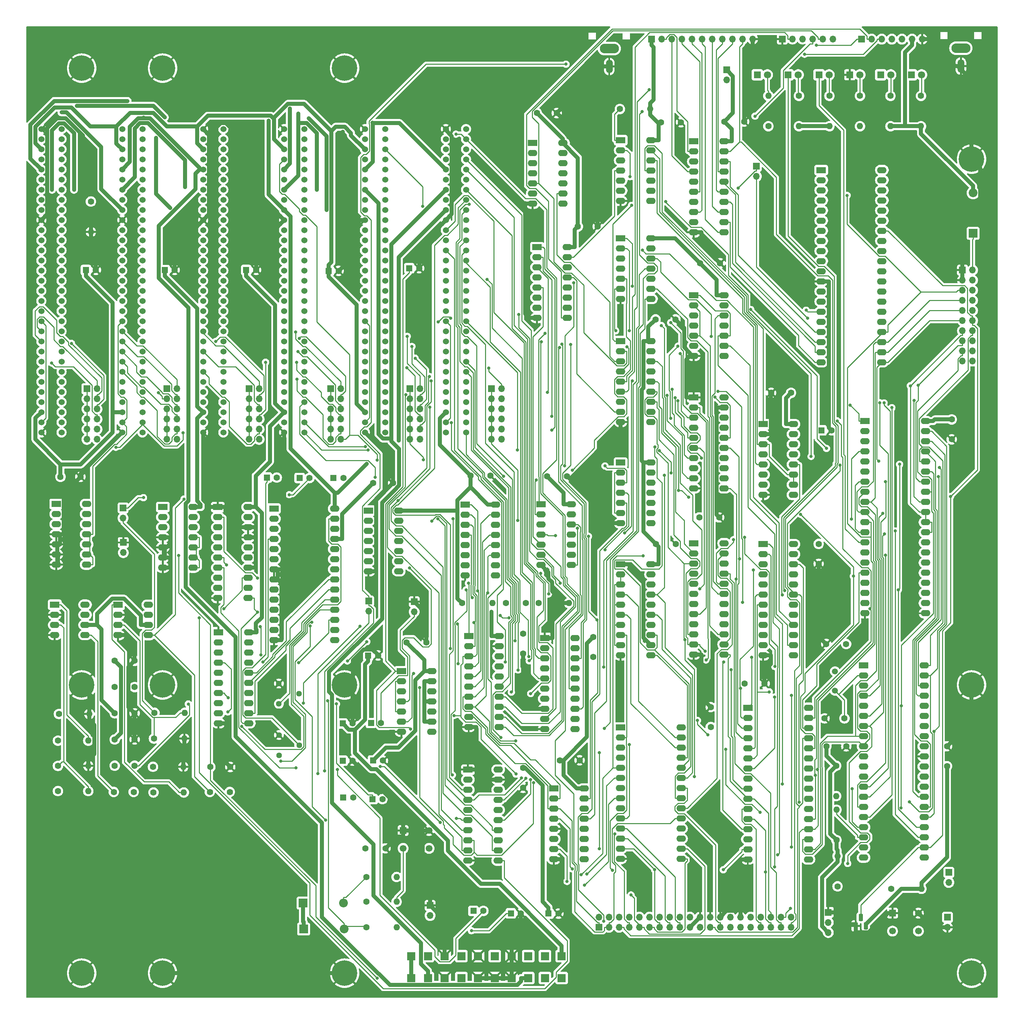
<source format=gbr>
%TF.GenerationSoftware,KiCad,Pcbnew,8.0.6*%
%TF.CreationDate,2025-06-11T07:28:06-05:00*%
%TF.ProjectId,CortexPC,436f7274-6578-4504-932e-6b696361645f,V0.5*%
%TF.SameCoordinates,Original*%
%TF.FileFunction,Copper,L1,Top*%
%TF.FilePolarity,Positive*%
%FSLAX46Y46*%
G04 Gerber Fmt 4.6, Leading zero omitted, Abs format (unit mm)*
G04 Created by KiCad (PCBNEW 8.0.6) date 2025-06-11 07:28:06*
%MOMM*%
%LPD*%
G01*
G04 APERTURE LIST*
G04 Aperture macros list*
%AMRoundRect*
0 Rectangle with rounded corners*
0 $1 Rounding radius*
0 $2 $3 $4 $5 $6 $7 $8 $9 X,Y pos of 4 corners*
0 Add a 4 corners polygon primitive as box body*
4,1,4,$2,$3,$4,$5,$6,$7,$8,$9,$2,$3,0*
0 Add four circle primitives for the rounded corners*
1,1,$1+$1,$2,$3*
1,1,$1+$1,$4,$5*
1,1,$1+$1,$6,$7*
1,1,$1+$1,$8,$9*
0 Add four rect primitives between the rounded corners*
20,1,$1+$1,$2,$3,$4,$5,0*
20,1,$1+$1,$4,$5,$6,$7,0*
20,1,$1+$1,$6,$7,$8,$9,0*
20,1,$1+$1,$8,$9,$2,$3,0*%
G04 Aperture macros list end*
%TA.AperFunction,ComponentPad*%
%ADD10R,1.700000X1.700000*%
%TD*%
%TA.AperFunction,ComponentPad*%
%ADD11O,1.700000X1.700000*%
%TD*%
%TA.AperFunction,ComponentPad*%
%ADD12R,1.600000X1.600000*%
%TD*%
%TA.AperFunction,ComponentPad*%
%ADD13C,1.600000*%
%TD*%
%TA.AperFunction,ComponentPad*%
%ADD14R,2.400000X1.600000*%
%TD*%
%TA.AperFunction,ComponentPad*%
%ADD15O,2.400000X1.600000*%
%TD*%
%TA.AperFunction,ComponentPad*%
%ADD16C,3.600000*%
%TD*%
%TA.AperFunction,ConnectorPad*%
%ADD17C,6.400000*%
%TD*%
%TA.AperFunction,ComponentPad*%
%ADD18O,1.600000X1.600000*%
%TD*%
%TA.AperFunction,ComponentPad*%
%ADD19R,2.125980X2.125980*%
%TD*%
%TA.AperFunction,ComponentPad*%
%ADD20C,1.700000*%
%TD*%
%TA.AperFunction,ComponentPad*%
%ADD21R,1.800000X1.800000*%
%TD*%
%TA.AperFunction,ComponentPad*%
%ADD22C,1.800000*%
%TD*%
%TA.AperFunction,ComponentPad*%
%ADD23C,1.524000*%
%TD*%
%TA.AperFunction,ComponentPad*%
%ADD24C,1.440000*%
%TD*%
%TA.AperFunction,ComponentPad*%
%ADD25O,4.800000X2.400000*%
%TD*%
%TA.AperFunction,ComponentPad*%
%ADD26O,1.700000X3.400000*%
%TD*%
%TA.AperFunction,ComponentPad*%
%ADD27R,2.200000X2.200000*%
%TD*%
%TA.AperFunction,ComponentPad*%
%ADD28O,2.200000X2.200000*%
%TD*%
%TA.AperFunction,ComponentPad*%
%ADD29R,1.100000X1.800000*%
%TD*%
%TA.AperFunction,ComponentPad*%
%ADD30RoundRect,0.275000X-0.275000X-0.625000X0.275000X-0.625000X0.275000X0.625000X-0.275000X0.625000X0*%
%TD*%
%TA.AperFunction,ComponentPad*%
%ADD31C,1.500000*%
%TD*%
%TA.AperFunction,ViaPad*%
%ADD32C,0.800000*%
%TD*%
%TA.AperFunction,Conductor*%
%ADD33C,0.250000*%
%TD*%
%TA.AperFunction,Conductor*%
%ADD34C,1.000000*%
%TD*%
G04 APERTURE END LIST*
D10*
%TO.P,J21,1,Pin_1*%
%TO.N,Net-(J21-Pin_1)*%
X118770400Y-164007800D03*
D11*
%TO.P,J21,2,Pin_2*%
%TO.N,Net-(J21-Pin_2)*%
X118770400Y-166547800D03*
%TD*%
D12*
%TO.P,C58,1*%
%TO.N,Net-(C58-Pad1)*%
X101422200Y-133096000D03*
D13*
%TO.P,C58,2*%
%TO.N,Net-(J23-Pin_2)*%
X103922200Y-133096000D03*
%TD*%
D14*
%TO.P,U32,1,GAIN*%
%TO.N,Net-(R25-Pad2)*%
X55803800Y-164947600D03*
D15*
%TO.P,U32,2,-*%
%TO.N,GND*%
X55803800Y-167487600D03*
%TO.P,U32,3,+*%
%TO.N,Net-(U32-+)*%
X55803800Y-170027600D03*
%TO.P,U32,4,GND*%
%TO.N,GND*%
X55803800Y-172567600D03*
%TO.P,U32,5*%
%TO.N,Net-(C56-Pad1)*%
X63423800Y-172567600D03*
%TO.P,U32,6,V+*%
%TO.N,+12V*%
X63423800Y-170027600D03*
%TO.P,U32,7,BYPASS*%
%TO.N,unconnected-(U32-BYPASS-Pad7)*%
X63423800Y-167487600D03*
%TO.P,U32,8,GAIN*%
%TO.N,unconnected-(U32-GAIN-Pad8)*%
X63423800Y-164947600D03*
%TD*%
D16*
%TO.P,P18,1,1*%
%TO.N,GND*%
X112718400Y-30152000D03*
D17*
X112718400Y-30152000D03*
%TD*%
D13*
%TO.P,C47,1*%
%TO.N,Net-(C47-Pad1)*%
X54740800Y-211963000D03*
%TO.P,C47,2*%
%TO.N,Net-(C47-Pad2)*%
X59740800Y-211963000D03*
%TD*%
%TO.P,R1,1*%
%TO.N,Net-(D1-A)*%
X242173800Y-37118000D03*
D18*
%TO.P,R1,2*%
%TO.N,VCC*%
X242173800Y-44738000D03*
%TD*%
D19*
%TO.P,P5,1,Pin_1*%
%TO.N,+3V3*%
X129443500Y-253197380D03*
%TO.P,P5,2,Pin_2*%
X129443500Y-258699020D03*
%TO.P,P5,3,Pin_3*%
X133644660Y-253197380D03*
%TO.P,P5,4,Pin_4*%
%TO.N,-12V*%
X133644660Y-258699020D03*
%TO.P,P5,5,Pin_5*%
%TO.N,GND*%
X137843280Y-253197380D03*
%TO.P,P5,6,Pin_6*%
X137843280Y-258699020D03*
%TO.P,P5,7,Pin_7*%
%TO.N,VCC*%
X142044440Y-253197380D03*
%TO.P,P5,8,Pin_8*%
%TO.N,PWR_ON*%
X142044440Y-258699020D03*
%TO.P,P5,9,Pin_9*%
%TO.N,GND*%
X146243060Y-253197380D03*
%TO.P,P5,10,Pin_10*%
X146243060Y-258699020D03*
%TO.P,P5,11,Pin_11*%
%TO.N,VCC*%
X150444220Y-253197380D03*
%TO.P,P5,12,Pin_12*%
%TO.N,GND*%
X150444220Y-258699020D03*
%TO.P,P5,13,Pin_13*%
X154642840Y-253197380D03*
%TO.P,P5,14,Pin_14*%
X154642840Y-258699020D03*
%TO.P,P5,15,Pin_15*%
%TO.N,PG*%
X158844000Y-253197380D03*
%TO.P,P5,16,Pin_16*%
%TO.N,-5V*%
X158844000Y-258699020D03*
%TO.P,P5,17,Pin_17*%
%TO.N,5VSB*%
X163042620Y-253197380D03*
%TO.P,P5,18,Pin_18*%
%TO.N,VCC*%
X163042620Y-258699020D03*
%TO.P,P5,19,Pin_19*%
%TO.N,+12V*%
X167243780Y-253197380D03*
%TO.P,P5,20,Pin_20*%
%TO.N,VCC*%
X167243780Y-258699020D03*
%TD*%
D13*
%TO.P,C11,1*%
%TO.N,VCC*%
X202010000Y-79146400D03*
%TO.P,C11,2*%
%TO.N,GND*%
X207010000Y-79146400D03*
%TD*%
D14*
%TO.P,U7,1,D2*%
%TO.N,CPU-D2*%
X142976600Y-139750800D03*
D15*
%TO.P,U7,2,D1*%
%TO.N,CPU-D1*%
X142976600Y-142290800D03*
%TO.P,U7,3,D0*%
%TO.N,CPU-D0*%
X142976600Y-144830800D03*
%TO.P,U7,4,READY*%
%TO.N,Net-(U7-READY)*%
X142976600Y-147370800D03*
%TO.P,U7,5,~{WE}*%
%TO.N,~{PWE}*%
X142976600Y-149910800D03*
%TO.P,U7,6,~{CE}*%
%TO.N,~{SNDSEL}*%
X142976600Y-152450800D03*
%TO.P,U7,7,AOUT*%
%TO.N,Net-(U7-AOUT)*%
X142976600Y-154990800D03*
%TO.P,U7,8,GND*%
%TO.N,GND*%
X142976600Y-157530800D03*
%TO.P,U7,9,AIN*%
%TO.N,unconnected-(U7-AIN-Pad9)*%
X150596600Y-157530800D03*
%TO.P,U7,10,D7*%
%TO.N,CPU-D7*%
X150596600Y-154990800D03*
%TO.P,U7,11,D6*%
%TO.N,CPU-D6*%
X150596600Y-152450800D03*
%TO.P,U7,12,D5*%
%TO.N,CPU-D5*%
X150596600Y-149910800D03*
%TO.P,U7,13,D4*%
%TO.N,CPU-D4*%
X150596600Y-147370800D03*
%TO.P,U7,14,CLK*%
%TO.N,SOUNDCLOCK*%
X150596600Y-144830800D03*
%TO.P,U7,15,D3*%
%TO.N,CPU-D3*%
X150596600Y-142290800D03*
%TO.P,U7,16,VCC*%
%TO.N,VCC*%
X150596600Y-139750800D03*
%TD*%
D13*
%TO.P,C37,1*%
%TO.N,VCC*%
X54969400Y-179013000D03*
%TO.P,C37,2*%
%TO.N,GND*%
X59969400Y-179013000D03*
%TD*%
%TO.P,R7,1*%
%TO.N,Net-(D3-A)*%
X234508000Y-37118000D03*
D18*
%TO.P,R7,2*%
%TO.N,VCC*%
X234508000Y-44738000D03*
%TD*%
D14*
%TO.P,U12,1*%
%TO.N,IOR*%
X182067200Y-72872600D03*
D15*
%TO.P,U12,2*%
%TO.N,SMEMR*%
X182067200Y-75412600D03*
%TO.P,U12,3*%
%TO.N,Net-(U1-Pad11)*%
X182067200Y-77952600D03*
%TO.P,U12,4*%
%TO.N,~{CPU-IORQ}*%
X182067200Y-80492600D03*
%TO.P,U12,5*%
%TO.N,~{PWE}*%
X182067200Y-83032600D03*
%TO.P,U12,6*%
%TO.N,IOW*%
X182067200Y-85572600D03*
%TO.P,U12,7,GND*%
%TO.N,GND*%
X182067200Y-88112600D03*
%TO.P,U12,8*%
%TO.N,IOR*%
X189687200Y-88112600D03*
%TO.P,U12,9*%
%TO.N,~{CPU-IORQ}*%
X189687200Y-85572600D03*
%TO.P,U12,10*%
%TO.N,~{DBIN}*%
X189687200Y-83032600D03*
%TO.P,U12,11*%
%TO.N,SMEMW*%
X189687200Y-80492600D03*
%TO.P,U12,12*%
%TO.N,~{CPU-MREQ}*%
X189687200Y-77952600D03*
%TO.P,U12,13*%
%TO.N,~{PWE}*%
X189687200Y-75412600D03*
%TO.P,U12,14,VCC*%
%TO.N,VCC*%
X189687200Y-72872600D03*
%TD*%
D12*
%TO.P,C26,1*%
%TO.N,VCC*%
X232526200Y-121132600D03*
D13*
%TO.P,C26,2*%
%TO.N,GND*%
X235026200Y-121132600D03*
%TD*%
D10*
%TO.P,J17,1,Pin_1*%
%TO.N,B_INT*%
X149580600Y-110693200D03*
D11*
%TO.P,J17,2,Pin_2*%
%TO.N,Net-(J17-Pin_2)*%
X152120600Y-110693200D03*
%TO.P,J17,3,Pin_3*%
%TO.N,B_INT*%
X149580600Y-113233200D03*
%TO.P,J17,4,Pin_4*%
%TO.N,Net-(J17-Pin_4)*%
X152120600Y-113233200D03*
%TO.P,J17,5,Pin_5*%
%TO.N,B_INT*%
X149580600Y-115773200D03*
%TO.P,J17,6,Pin_6*%
%TO.N,Net-(J17-Pin_6)*%
X152120600Y-115773200D03*
%TO.P,J17,7,Pin_7*%
%TO.N,B_INT*%
X149580600Y-118313200D03*
%TO.P,J17,8,Pin_8*%
%TO.N,Net-(J17-Pin_8)*%
X152120600Y-118313200D03*
%TO.P,J17,9,Pin_9*%
%TO.N,B_INT*%
X149580600Y-120853200D03*
%TO.P,J17,10,Pin_10*%
%TO.N,Net-(J17-Pin_10)*%
X152120600Y-120853200D03*
%TO.P,J17,11,Pin_11*%
%TO.N,B_INT*%
X149580600Y-123393200D03*
%TO.P,J17,12,Pin_12*%
%TO.N,isa_iq_1*%
X152120600Y-123393200D03*
%TD*%
D13*
%TO.P,C2,1*%
%TO.N,VCC*%
X208080600Y-43561000D03*
%TO.P,C2,2*%
%TO.N,GND*%
X213080600Y-43561000D03*
%TD*%
%TO.P,C6,1*%
%TO.N,VCC*%
X190884800Y-149682200D03*
%TO.P,C6,2*%
%TO.N,GND*%
X195884800Y-149682200D03*
%TD*%
%TO.P,C5,1*%
%TO.N,VCC*%
X233734600Y-200507600D03*
%TO.P,C5,2*%
%TO.N,GND*%
X238734600Y-200507600D03*
%TD*%
D16*
%TO.P,P16,1,1*%
%TO.N,GND*%
X112718400Y-185092000D03*
D17*
X112718400Y-185092000D03*
%TD*%
D13*
%TO.P,R16,1*%
%TO.N,5VSB*%
X118160800Y-239547400D03*
D18*
%TO.P,R16,2*%
%TO.N,Net-(P6-Pin_2)*%
X125780800Y-239547400D03*
%TD*%
D13*
%TO.P,R6,1*%
%TO.N,Net-(D8-A)*%
X249839500Y-37118000D03*
D18*
%TO.P,R6,2*%
%TO.N,VCC*%
X249839500Y-44738000D03*
%TD*%
D10*
%TO.P,J11,1,Pin_1*%
%TO.N,B_INT*%
X68040000Y-110693200D03*
D11*
%TO.P,J11,2,Pin_2*%
%TO.N,Net-(J11-Pin_2)*%
X70580000Y-110693200D03*
%TO.P,J11,3,Pin_3*%
%TO.N,B_INT*%
X68040000Y-113233200D03*
%TO.P,J11,4,Pin_4*%
%TO.N,Net-(J11-Pin_4)*%
X70580000Y-113233200D03*
%TO.P,J11,5,Pin_5*%
%TO.N,B_INT*%
X68040000Y-115773200D03*
%TO.P,J11,6,Pin_6*%
%TO.N,Net-(J11-Pin_6)*%
X70580000Y-115773200D03*
%TO.P,J11,7,Pin_7*%
%TO.N,B_INT*%
X68040000Y-118313200D03*
%TO.P,J11,8,Pin_8*%
%TO.N,Net-(J11-Pin_8)*%
X70580000Y-118313200D03*
%TO.P,J11,9,Pin_9*%
%TO.N,B_INT*%
X68040000Y-120853200D03*
%TO.P,J11,10,Pin_10*%
%TO.N,Net-(J11-Pin_10)*%
X70580000Y-120853200D03*
%TO.P,J11,11,Pin_11*%
%TO.N,B_INT*%
X68040000Y-123393200D03*
%TO.P,J11,12,Pin_12*%
%TO.N,isa_iq_1*%
X70580000Y-123393200D03*
%TD*%
D13*
%TO.P,C27,1*%
%TO.N,VCC*%
X163605200Y-132664200D03*
%TO.P,C27,2*%
%TO.N,GND*%
X168605200Y-132664200D03*
%TD*%
D14*
%TO.P,U1,1*%
%TO.N,unconnected-(U1-Pad1)*%
X118719600Y-141274800D03*
D15*
%TO.P,U1,2*%
%TO.N,unconnected-(U1-Pad2)*%
X118719600Y-143814800D03*
%TO.P,U1,3*%
%TO.N,unconnected-(U1-Pad3)*%
X118719600Y-146354800D03*
%TO.P,U1,4*%
%TO.N,unconnected-(U1-Pad4)*%
X118719600Y-148894800D03*
%TO.P,U1,5*%
%TO.N,unconnected-(U1-Pad5)*%
X118719600Y-151434800D03*
%TO.P,U1,6*%
%TO.N,unconnected-(U1-Pad6)*%
X118719600Y-153974800D03*
%TO.P,U1,7,GND*%
%TO.N,GND*%
X118719600Y-156514800D03*
%TO.P,U1,8*%
%TO.N,unconnected-(U1-Pad8)*%
X126339600Y-156514800D03*
%TO.P,U1,9*%
%TO.N,unconnected-(U1-Pad9)*%
X126339600Y-153974800D03*
%TO.P,U1,10*%
%TO.N,Net-(U25-A->B)*%
X126339600Y-151434800D03*
%TO.P,U1,11*%
%TO.N,Net-(U1-Pad11)*%
X126339600Y-148894800D03*
%TO.P,U1,12*%
%TO.N,unconnected-(U1-Pad12)*%
X126339600Y-146354800D03*
%TO.P,U1,13*%
%TO.N,unconnected-(U1-Pad13)*%
X126339600Y-143814800D03*
%TO.P,U1,14,VCC*%
%TO.N,VCC*%
X126339600Y-141274800D03*
%TD*%
D14*
%TO.P,U23,1,RS2*%
%TO.N,CPU-A2*%
X243382800Y-118821200D03*
D15*
%TO.P,U23,2,MA3*%
%TO.N,RA15*%
X243382800Y-121361200D03*
%TO.P,U23,3,RS3*%
%TO.N,CPU-A3*%
X243382800Y-123901200D03*
%TO.P,U23,4,~{CS}*%
%TO.N,~{MAPSEL}*%
X243382800Y-126441200D03*
%TO.P,U23,5,~{STROBE}*%
%TO.N,~{PWE}*%
X243382800Y-128981200D03*
%TO.P,U23,6,R/~{W}*%
%TO.N,Net-(U23-R{slash}~{W})*%
X243382800Y-131521200D03*
%TO.P,U23,7,D0*%
%TO.N,CPU-D3*%
X243382800Y-134061200D03*
%TO.P,U23,8,D1*%
%TO.N,CPU-D4*%
X243382800Y-136601200D03*
%TO.P,U23,9,D2*%
%TO.N,CPU-D5*%
X243382800Y-139141200D03*
%TO.P,U23,10,D3*%
%TO.N,CPU-D6*%
X243382800Y-141681200D03*
%TO.P,U23,11,D4*%
%TO.N,CPU-D7*%
X243382800Y-144221200D03*
%TO.P,U23,12,D5*%
%TO.N,CPU-D3*%
X243382800Y-146761200D03*
%TO.P,U23,13,~{MM}*%
%TO.N,Net-(D3-K)*%
X243382800Y-149301200D03*
%TO.P,U23,14,MO0*%
%TO.N,unconnected-(U23-MO0-Pad14)*%
X243382800Y-151841200D03*
%TO.P,U23,15,MO1*%
%TO.N,CPU-A16*%
X243382800Y-154381200D03*
%TO.P,U23,16,MO2*%
%TO.N,CPU-A17*%
X243382800Y-156921200D03*
%TO.P,U23,17,MO3*%
%TO.N,CPU-A18*%
X243382800Y-159461200D03*
%TO.P,U23,18,MO4*%
%TO.N,PROTECT*%
X243382800Y-162001200D03*
%TO.P,U23,19,MO5*%
%TO.N,unconnected-(U23-MO5-Pad19)*%
X243382800Y-164541200D03*
%TO.P,U23,20,VSS*%
%TO.N,GND*%
X243382800Y-167081200D03*
%TO.P,U23,21,~{M3}*%
X258622800Y-167081200D03*
%TO.P,U23,22,MO6*%
%TO.N,unconnected-(U23-MO6-Pad22)*%
X258622800Y-164541200D03*
%TO.P,U23,23,MO7*%
%TO.N,unconnected-(U23-MO7-Pad23)*%
X258622800Y-162001200D03*
%TO.P,U23,24,MO8*%
%TO.N,CPU-A15*%
X258622800Y-159461200D03*
%TO.P,U23,25,MO9*%
%TO.N,CPU-A12*%
X258622800Y-156921200D03*
%TO.P,U23,26,MO10*%
%TO.N,CPU-A13*%
X258622800Y-154381200D03*
%TO.P,U23,27,MO11*%
%TO.N,CPU-A14*%
X258622800Y-151841200D03*
%TO.P,U23,28,NC*%
%TO.N,unconnected-(U23-NC-Pad28)*%
X258622800Y-149301200D03*
%TO.P,U23,29,D6*%
%TO.N,CPU-D3*%
X258622800Y-146761200D03*
%TO.P,U23,30,D7*%
X258622800Y-144221200D03*
%TO.P,U23,31,D8*%
X258622800Y-141681200D03*
%TO.P,U23,32,D9*%
%TO.N,CPU-D0*%
X258622800Y-139141200D03*
%TO.P,U23,33,D10*%
%TO.N,CPU-D1*%
X258622800Y-136601200D03*
%TO.P,U23,34,D11*%
%TO.N,CPU-D2*%
X258622800Y-134061200D03*
%TO.P,U23,35,MA0*%
%TO.N,RA12*%
X258622800Y-131521200D03*
%TO.P,U23,36,RS0*%
%TO.N,CPU-A0*%
X258622800Y-128981200D03*
%TO.P,U23,37,MA1*%
%TO.N,RA13*%
X258622800Y-126441200D03*
%TO.P,U23,38,RS1*%
%TO.N,CPU-A1*%
X258622800Y-123901200D03*
%TO.P,U23,39,MA2*%
%TO.N,RA14*%
X258622800Y-121361200D03*
%TO.P,U23,40,VCC*%
%TO.N,VCC*%
X258622800Y-118821200D03*
%TD*%
D14*
%TO.P,U22,1,A0*%
%TO.N,CPU-A1*%
X161036000Y-75107800D03*
D15*
%TO.P,U22,2,A1*%
%TO.N,CPU-A2*%
X161036000Y-77647800D03*
%TO.P,U22,3,A2*%
%TO.N,CPU-A3*%
X161036000Y-80187800D03*
%TO.P,U22,4,Q0*%
%TO.N,~{ROMEN}*%
X161036000Y-82727800D03*
%TO.P,U22,5,Q1*%
%TO.N,MAPEN*%
X161036000Y-85267800D03*
%TO.P,U22,6,Q2*%
%TO.N,USER*%
X161036000Y-87807800D03*
%TO.P,U22,7,Q3*%
%TO.N,USEROUT1*%
X161036000Y-90347800D03*
%TO.P,U22,8,GND*%
%TO.N,GND*%
X161036000Y-92887800D03*
%TO.P,U22,9,Q4*%
%TO.N,USEROUT2*%
X168656000Y-92887800D03*
%TO.P,U22,10,Q5*%
%TO.N,USEROUT3*%
X168656000Y-90347800D03*
%TO.P,U22,11,Q6*%
%TO.N,USEROUT4*%
X168656000Y-87807800D03*
%TO.P,U22,12,Q7*%
%TO.N,USEROUT5*%
X168656000Y-85267800D03*
%TO.P,U22,13,D*%
%TO.N,CPU-A0*%
X168656000Y-82727800D03*
%TO.P,U22,14,E*%
%TO.N,~{FLAGSEL}*%
X168656000Y-80187800D03*
%TO.P,U22,15,Clr*%
%TO.N,{slash}RESET*%
X168656000Y-77647800D03*
%TO.P,U22,16,VCC*%
%TO.N,VCC*%
X168656000Y-75107800D03*
%TD*%
D14*
%TO.P,U20,1,OE*%
%TO.N,GND*%
X81051400Y-171831000D03*
D15*
%TO.P,U20,2,O0*%
%TO.N,Net-(U16-D0)*%
X81051400Y-174371000D03*
%TO.P,U20,3,D0*%
%TO.N,CPU-D0*%
X81051400Y-176911000D03*
%TO.P,U20,4,D1*%
%TO.N,CPU-D1*%
X81051400Y-179451000D03*
%TO.P,U20,5,O1*%
%TO.N,Net-(U16-D1)*%
X81051400Y-181991000D03*
%TO.P,U20,6,O2*%
%TO.N,Net-(U16-D2)*%
X81051400Y-184531000D03*
%TO.P,U20,7,D2*%
%TO.N,CPU-D2*%
X81051400Y-187071000D03*
%TO.P,U20,8,D3*%
%TO.N,CPU-D3*%
X81051400Y-189611000D03*
%TO.P,U20,9,O3*%
%TO.N,Net-(U16-D3)*%
X81051400Y-192151000D03*
%TO.P,U20,10,GND*%
%TO.N,GND*%
X81051400Y-194691000D03*
%TO.P,U20,11,Cp*%
%TO.N,Net-(U19-Cp)*%
X88671400Y-194691000D03*
%TO.P,U20,12,O4*%
%TO.N,Net-(U16-D4)*%
X88671400Y-192151000D03*
%TO.P,U20,13,D4*%
%TO.N,CPU-D4*%
X88671400Y-189611000D03*
%TO.P,U20,14,D5*%
%TO.N,CPU-D5*%
X88671400Y-187071000D03*
%TO.P,U20,15,O5*%
%TO.N,Net-(U16-D5)*%
X88671400Y-184531000D03*
%TO.P,U20,16,O6*%
%TO.N,Net-(U16-D6)*%
X88671400Y-181991000D03*
%TO.P,U20,17,D6*%
%TO.N,CPU-D6*%
X88671400Y-179451000D03*
%TO.P,U20,18,D7*%
%TO.N,CPU-D7*%
X88671400Y-176911000D03*
%TO.P,U20,19,O7*%
%TO.N,Net-(U16-D7)*%
X88671400Y-174371000D03*
%TO.P,U20,20,VCC*%
%TO.N,VCC*%
X88671400Y-171831000D03*
%TD*%
D16*
%TO.P,P13,1,1*%
%TO.N,GND*%
X46678400Y-257482000D03*
D17*
X46678400Y-257482000D03*
%TD*%
D13*
%TO.P,R5,1*%
%TO.N,{slash}AEN*%
X48996600Y-63652400D03*
D18*
%TO.P,R5,2*%
%TO.N,GND*%
X48996600Y-71272400D03*
%TD*%
D13*
%TO.P,C17,1*%
%TO.N,VCC*%
X166754800Y-204012800D03*
%TO.P,C17,2*%
%TO.N,GND*%
X171754800Y-204012800D03*
%TD*%
D10*
%TO.P,J7,1,Pin_1*%
%TO.N,USEROUT1*%
X242544600Y-22860000D03*
D11*
%TO.P,J7,2,Pin_2*%
%TO.N,USEROUT2*%
X245084600Y-22860000D03*
%TO.P,J7,3,Pin_3*%
%TO.N,USEROUT3*%
X247624600Y-22860000D03*
%TO.P,J7,4,Pin_4*%
%TO.N,USEROUT4*%
X250164600Y-22860000D03*
%TO.P,J7,5,Pin_5*%
%TO.N,USEROUT5*%
X252704600Y-22860000D03*
%TO.P,J7,6,Pin_6*%
%TO.N,VCC*%
X255244600Y-22860000D03*
%TO.P,J7,7,Pin_7*%
%TO.N,GND*%
X257784600Y-22860000D03*
%TD*%
D10*
%TO.P,P6,1,Pin_1*%
%TO.N,GND*%
X134188200Y-240461800D03*
D11*
%TO.P,P6,2,Pin_2*%
%TO.N,Net-(P6-Pin_2)*%
X134188200Y-243001800D03*
%TD*%
D10*
%TO.P,J23,1,Pin_1*%
%TO.N,GND*%
X57124600Y-149301200D03*
D11*
%TO.P,J23,2,Pin_2*%
%TO.N,Net-(J23-Pin_2)*%
X57124600Y-151841200D03*
%TD*%
D13*
%TO.P,C33,1*%
%TO.N,{slash}RESET*%
X117978200Y-226134800D03*
%TO.P,C33,2*%
%TO.N,GND*%
X122978200Y-226134800D03*
%TD*%
D12*
%TO.P,C43,1*%
%TO.N,VCC*%
X112231800Y-204117600D03*
D13*
%TO.P,C43,2*%
%TO.N,GND*%
X114731800Y-204117600D03*
%TD*%
D14*
%TO.P,U30,1,I0/CLK*%
%TO.N,~{MEMEN}*%
X217849800Y-149713200D03*
D15*
%TO.P,U30,2,I1*%
%TO.N,~{WE}*%
X217849800Y-152253200D03*
%TO.P,U30,3,I2*%
%TO.N,unconnected-(U30-I2-Pad3)*%
X217849800Y-154793200D03*
%TO.P,U30,4,I3*%
%TO.N,~{ISFE}*%
X217849800Y-157333200D03*
%TO.P,U30,5,I4*%
%TO.N,RA15*%
X217849800Y-159873200D03*
%TO.P,U30,6,I5*%
%TO.N,CPU-A7*%
X217849800Y-162413200D03*
%TO.P,U30,7,I6*%
%TO.N,CPU-A6*%
X217849800Y-164953200D03*
%TO.P,U30,8,I7*%
%TO.N,~{ROMEN}*%
X217849800Y-167493200D03*
%TO.P,U30,9,I8*%
%TO.N,~{CRUCLK}*%
X217849800Y-170033200D03*
%TO.P,U30,10,I9*%
%TO.N,USER*%
X217849800Y-172573200D03*
%TO.P,U30,11,I10*%
%TO.N,PROTECT*%
X217849800Y-175113200D03*
%TO.P,U30,12,GND*%
%TO.N,GND*%
X217849800Y-177653200D03*
%TO.P,U30,13,I11*%
%TO.N,unconnected-(U30-I11-Pad13)*%
X225469800Y-177653200D03*
%TO.P,U30,14,O9*%
%TO.N,~{CPU-MREQ}*%
X225469800Y-175113200D03*
%TO.P,U30,15,O8*%
%TO.N,unconnected-(U30-O8-Pad15)*%
X225469800Y-172573200D03*
%TO.P,U30,16,O7*%
%TO.N,~{FLAGSEL}*%
X225469800Y-170033200D03*
%TO.P,U30,17,O6*%
%TO.N,unconnected-(U30-O6-Pad17)*%
X225469800Y-167493200D03*
%TO.P,U30,18,O5*%
%TO.N,unconnected-(U30-O5-Pad18)*%
X225469800Y-164953200D03*
%TO.P,U30,19,O4*%
%TO.N,~{PWE}*%
X225469800Y-162413200D03*
%TO.P,U30,20,O3*%
%TO.N,unconnected-(U30-O3-Pad20)*%
X225469800Y-159873200D03*
%TO.P,U30,21,O2*%
%TO.N,unconnected-(U30-O2-Pad21)*%
X225469800Y-157333200D03*
%TO.P,U30,22,O1*%
%TO.N,~{ONBOARDRAM}*%
X225469800Y-154793200D03*
%TO.P,U30,23,O0*%
%TO.N,unconnected-(U30-O0-Pad23)*%
X225469800Y-152253200D03*
%TO.P,U30,24,VCC*%
%TO.N,VCC*%
X225469800Y-149713200D03*
%TD*%
D10*
%TO.P,SW1,1,1*%
%TO.N,GND*%
X250344800Y-242413400D03*
D20*
X256844800Y-242413400D03*
%TO.P,SW1,2,2*%
%TO.N,{slash}RESET*%
X250344800Y-246913400D03*
X256844800Y-246913400D03*
%TD*%
D13*
%TO.P,R23,1*%
%TO.N,Net-(U32-+)*%
X64846200Y-198551800D03*
D18*
%TO.P,R23,2*%
%TO.N,GND*%
X72466200Y-198551800D03*
%TD*%
D13*
%TO.P,C25,1*%
%TO.N,VCC*%
X157581600Y-172237400D03*
%TO.P,C25,2*%
%TO.N,GND*%
X157581600Y-177237400D03*
%TD*%
%TO.P,C23,1*%
%TO.N,VCC*%
X175183800Y-173079400D03*
%TO.P,C23,2*%
%TO.N,GND*%
X175183800Y-178079400D03*
%TD*%
D14*
%TO.P,U15,1,A0*%
%TO.N,CPU-D5*%
X165277800Y-211099400D03*
D15*
%TO.P,U15,2,A1*%
%TO.N,CPU-D6*%
X165277800Y-213639400D03*
%TO.P,U15,3,A2*%
%TO.N,CPU-D7*%
X165277800Y-216179400D03*
%TO.P,U15,4,E1*%
%TO.N,~{WE}*%
X165277800Y-218719400D03*
%TO.P,U15,5,E2*%
%TO.N,GND*%
X165277800Y-221259400D03*
%TO.P,U15,6,E3*%
%TO.N,~{MEMEN}*%
X165277800Y-223799400D03*
%TO.P,U15,7,O7*%
%TO.N,Net-(U15-O7)*%
X165277800Y-226339400D03*
%TO.P,U15,8,GND*%
%TO.N,GND*%
X165277800Y-228879400D03*
%TO.P,U15,9,O6*%
%TO.N,unconnected-(U15-O6-Pad9)*%
X172897800Y-228879400D03*
%TO.P,U15,10,O5*%
%TO.N,unconnected-(U15-O5-Pad10)*%
X172897800Y-226339400D03*
%TO.P,U15,11,O4*%
%TO.N,unconnected-(U15-O4-Pad11)*%
X172897800Y-223799400D03*
%TO.P,U15,12,O3*%
%TO.N,unconnected-(U15-O3-Pad12)*%
X172897800Y-221259400D03*
%TO.P,U15,13,O2*%
%TO.N,Net-(D2-K)*%
X172897800Y-218719400D03*
%TO.P,U15,14,O1*%
%TO.N,unconnected-(U15-O1-Pad14)*%
X172897800Y-216179400D03*
%TO.P,U15,15,O0*%
%TO.N,~{CRUCLK}*%
X172897800Y-213639400D03*
%TO.P,U15,16,VCC*%
%TO.N,VCC*%
X172897800Y-211099400D03*
%TD*%
D13*
%TO.P,C3,1*%
%TO.N,VCC*%
X192205600Y-43738800D03*
%TO.P,C3,2*%
%TO.N,GND*%
X197205600Y-43738800D03*
%TD*%
D12*
%TO.P,C51,1*%
%TO.N,Net-(C51-Pad1)*%
X119724800Y-213766400D03*
D13*
%TO.P,C51,2*%
%TO.N,Net-(J21-Pin_1)*%
X122224800Y-213766400D03*
%TD*%
D16*
%TO.P,P2,1,1*%
%TO.N,GND*%
X66998400Y-30152000D03*
D17*
X66998400Y-30152000D03*
%TD*%
D21*
%TO.P,D8,1,K*%
%TO.N,Net-(D8-K)*%
X247370600Y-31826200D03*
D22*
%TO.P,D8,2,A*%
%TO.N,Net-(D8-A)*%
X249910600Y-31826200D03*
%TD*%
D12*
%TO.P,C57,1*%
%TO.N,Net-(C56-Pad1)*%
X109905800Y-133096000D03*
D13*
%TO.P,C57,2*%
%TO.N,Net-(J23-Pin_2)*%
X112405800Y-133096000D03*
%TD*%
%TO.P,R8,1*%
%TO.N,VCC*%
X236270800Y-224053400D03*
D18*
%TO.P,R8,2*%
%TO.N,~{CPU-WAIT}*%
X236270800Y-216433400D03*
%TD*%
D14*
%TO.P,U5,1,~{R}*%
%TO.N,Net-(U5A-~{R})*%
X182067200Y-48234600D03*
D15*
%TO.P,U5,2,D*%
%TO.N,Net-(U5A-D)*%
X182067200Y-50774600D03*
%TO.P,U5,3,C*%
%TO.N,IAQ*%
X182067200Y-53314600D03*
%TO.P,U5,4,~{S}*%
%TO.N,{slash}RESET*%
X182067200Y-55854600D03*
%TO.P,U5,5,Q*%
%TO.N,Net-(U3-~{NMI})*%
X182067200Y-58394600D03*
%TO.P,U5,6,~{Q}*%
%TO.N,unconnected-(U5A-~{Q}-Pad6)*%
X182067200Y-60934600D03*
%TO.P,U5,7,GND*%
%TO.N,GND*%
X182067200Y-63474600D03*
%TO.P,U5,8,~{Q}*%
%TO.N,unconnected-(U5B-~{Q}-Pad8)*%
X189687200Y-63474600D03*
%TO.P,U5,9,Q*%
%TO.N,Net-(U5A-D)*%
X189687200Y-60934600D03*
%TO.P,U5,10,~{S}*%
%TO.N,{slash}RESET*%
X189687200Y-58394600D03*
%TO.P,U5,11,C*%
%TO.N,IAQ*%
X189687200Y-55854600D03*
%TO.P,U5,12,D*%
%TO.N,Net-(U5B-D)*%
X189687200Y-53314600D03*
%TO.P,U5,13,~{R}*%
%TO.N,Net-(U5A-~{R})*%
X189687200Y-50774600D03*
%TO.P,U5,14,VCC*%
%TO.N,VCC*%
X189687200Y-48234600D03*
%TD*%
D12*
%TO.P,C48,1*%
%TO.N,Net-(C47-Pad1)*%
X112358800Y-213385400D03*
D13*
%TO.P,C48,2*%
%TO.N,Net-(J20-Pin_2)*%
X114858800Y-213385400D03*
%TD*%
%TO.P,R17,1*%
%TO.N,Net-(D10-A)*%
X118160800Y-245948200D03*
D18*
%TO.P,R17,2*%
%TO.N,Net-(P6-Pin_2)*%
X125780800Y-245948200D03*
%TD*%
D10*
%TO.P,J15,1,Pin_1*%
%TO.N,B_INT*%
X109194600Y-110693200D03*
D11*
%TO.P,J15,2,Pin_2*%
%TO.N,Net-(J15-Pin_2)*%
X111734600Y-110693200D03*
%TO.P,J15,3,Pin_3*%
%TO.N,B_INT*%
X109194600Y-113233200D03*
%TO.P,J15,4,Pin_4*%
%TO.N,Net-(J15-Pin_4)*%
X111734600Y-113233200D03*
%TO.P,J15,5,Pin_5*%
%TO.N,B_INT*%
X109194600Y-115773200D03*
%TO.P,J15,6,Pin_6*%
%TO.N,Net-(J15-Pin_6)*%
X111734600Y-115773200D03*
%TO.P,J15,7,Pin_7*%
%TO.N,B_INT*%
X109194600Y-118313200D03*
%TO.P,J15,8,Pin_8*%
%TO.N,Net-(J15-Pin_8)*%
X111734600Y-118313200D03*
%TO.P,J15,9,Pin_9*%
%TO.N,B_INT*%
X109194600Y-120853200D03*
%TO.P,J15,10,Pin_10*%
%TO.N,Net-(J15-Pin_10)*%
X111734600Y-120853200D03*
%TO.P,J15,11,Pin_11*%
%TO.N,B_INT*%
X109194600Y-123393200D03*
%TO.P,J15,12,Pin_12*%
%TO.N,isa_iq_1*%
X111734600Y-123393200D03*
%TD*%
D14*
%TO.P,U16,1,CAP1A*%
%TO.N,Net-(U16-CAP1A)*%
X94970600Y-140766800D03*
D15*
%TO.P,U16,2,CAP1B*%
%TO.N,Net-(U16-CAP1B)*%
X94970600Y-143306800D03*
%TO.P,U16,3,CAP2A*%
%TO.N,Net-(U16-CAP2A)*%
X94970600Y-145846800D03*
%TO.P,U16,4,CAP2B*%
%TO.N,Net-(U16-CAP2B)*%
X94970600Y-148386800D03*
%TO.P,U16,5,~{RES}*%
%TO.N,{slash}RESET*%
X94970600Y-150926800D03*
%TO.P,U16,6,\u03D52*%
%TO.N,SIDCLK*%
X94970600Y-153466800D03*
%TO.P,U16,7,R/~{W}*%
%TO.N,GND*%
X94970600Y-156006800D03*
%TO.P,U16,8,~{CS}*%
X94970600Y-158546800D03*
%TO.P,U16,9,A0*%
%TO.N,Net-(U16-A0)*%
X94970600Y-161086800D03*
%TO.P,U16,10,A1*%
%TO.N,Net-(U16-A1)*%
X94970600Y-163626800D03*
%TO.P,U16,11,A2*%
%TO.N,Net-(U16-A2)*%
X94970600Y-166166800D03*
%TO.P,U16,12,A3*%
%TO.N,Net-(U16-A3)*%
X94970600Y-168706800D03*
%TO.P,U16,13,A4*%
%TO.N,Net-(U16-A4)*%
X94970600Y-171246800D03*
%TO.P,U16,14,GND*%
%TO.N,GND*%
X94970600Y-173786800D03*
%TO.P,U16,15,D0*%
%TO.N,Net-(U16-D0)*%
X110210600Y-173786800D03*
%TO.P,U16,16,D1*%
%TO.N,Net-(U16-D1)*%
X110210600Y-171246800D03*
%TO.P,U16,17,D2*%
%TO.N,Net-(U16-D2)*%
X110210600Y-168706800D03*
%TO.P,U16,18,D3*%
%TO.N,Net-(U16-D3)*%
X110210600Y-166166800D03*
%TO.P,U16,19,D4*%
%TO.N,Net-(U16-D4)*%
X110210600Y-163626800D03*
%TO.P,U16,20,D5*%
%TO.N,Net-(U16-D5)*%
X110210600Y-161086800D03*
%TO.P,U16,21,D6*%
%TO.N,Net-(U16-D6)*%
X110210600Y-158546800D03*
%TO.P,U16,22,D7*%
%TO.N,Net-(U16-D7)*%
X110210600Y-156006800D03*
%TO.P,U16,23,POT_Y*%
%TO.N,unconnected-(U16-POT_Y-Pad23)*%
X110210600Y-153466800D03*
%TO.P,U16,24,POT_X*%
%TO.N,unconnected-(U16-POT_X-Pad24)*%
X110210600Y-150926800D03*
%TO.P,U16,25,+5V*%
%TO.N,VCC*%
X110210600Y-148386800D03*
%TO.P,U16,26,EXT_IN*%
%TO.N,unconnected-(U16-EXT_IN-Pad26)*%
X110210600Y-145846800D03*
%TO.P,U16,27,AUDIO_OUT*%
%TO.N,Net-(U16-AUDIO_OUT)*%
X110210600Y-143306800D03*
%TO.P,U16,28,+12V*%
%TO.N,+12V*%
X110210600Y-140766800D03*
%TD*%
D13*
%TO.P,C45,1*%
%TO.N,VCC*%
X54969400Y-198783000D03*
%TO.P,C45,2*%
%TO.N,GND*%
X59969400Y-198783000D03*
%TD*%
D14*
%TO.P,U13,1*%
%TO.N,~{DBIN}*%
X200431400Y-87198200D03*
D15*
%TO.P,U13,2*%
%TO.N,~{VideoSel}*%
X200431400Y-89738200D03*
%TO.P,U13,3*%
%TO.N,~{VideoRead}*%
X200431400Y-92278200D03*
%TO.P,U13,4*%
%TO.N,~{PWE}*%
X200431400Y-94818200D03*
%TO.P,U13,5*%
%TO.N,~{VideoSel}*%
X200431400Y-97358200D03*
%TO.P,U13,6*%
%TO.N,~{VideoWrite}*%
X200431400Y-99898200D03*
%TO.P,U13,7,GND*%
%TO.N,GND*%
X200431400Y-102438200D03*
%TO.P,U13,8*%
%TO.N,SMEMR*%
X208051400Y-102438200D03*
%TO.P,U13,9*%
%TO.N,~{CPU-MREQ}*%
X208051400Y-99898200D03*
%TO.P,U13,10*%
%TO.N,~{DBIN}*%
X208051400Y-97358200D03*
%TO.P,U13,11*%
%TO.N,Net-(U19-Cp)*%
X208051400Y-94818200D03*
%TO.P,U13,12*%
%TO.N,~{SIDSEL}*%
X208051400Y-92278200D03*
%TO.P,U13,13*%
%TO.N,~{PWE}*%
X208051400Y-89738200D03*
%TO.P,U13,14,VCC*%
%TO.N,VCC*%
X208051400Y-87198200D03*
%TD*%
D21*
%TO.P,D1,1,K*%
%TO.N,GND*%
X239623600Y-31826200D03*
D22*
%TO.P,D1,2,A*%
%TO.N,Net-(D1-A)*%
X242163600Y-31826200D03*
%TD*%
D14*
%TO.P,P1,1*%
%TO.N,unconnected-(P1-Pad1)*%
X40284400Y-139623800D03*
D15*
%TO.P,P1,2*%
%TO.N,unconnected-(P1-Pad2)*%
X40284400Y-142163800D03*
%TO.P,P1,3*%
%TO.N,unconnected-(P1-Pad3)*%
X40284400Y-144703800D03*
%TO.P,P1,4*%
%TO.N,GND*%
X40284400Y-147243800D03*
%TO.P,P1,5*%
X40284400Y-149783800D03*
%TO.P,P1,6*%
X40284400Y-152323800D03*
%TO.P,P1,7*%
X40284400Y-154863800D03*
%TO.P,P1,8*%
%TO.N,BUSCLK*%
X47904400Y-154863800D03*
%TO.P,P1,9*%
X47904400Y-152323800D03*
%TO.P,P1,10*%
X47904400Y-149783800D03*
%TO.P,P1,11*%
X47904400Y-147243800D03*
%TO.P,P1,12*%
%TO.N,unconnected-(P1-Pad12)*%
X47904400Y-144703800D03*
%TO.P,P1,13*%
%TO.N,unconnected-(P1-Pad13)*%
X47904400Y-142163800D03*
%TO.P,P1,14*%
%TO.N,VCC*%
X47904400Y-139623800D03*
%TD*%
D13*
%TO.P,C15,1*%
%TO.N,VCC*%
X264033000Y-205482200D03*
%TO.P,C15,2*%
%TO.N,GND*%
X264033000Y-200482200D03*
%TD*%
%TO.P,R12,1*%
%TO.N,Net-(D6-A)*%
X226842300Y-37118000D03*
D18*
%TO.P,R12,2*%
%TO.N,VCC*%
X226842300Y-44738000D03*
%TD*%
D14*
%TO.P,U25,1,A->B*%
%TO.N,Net-(U25-A->B)*%
X143891000Y-172770800D03*
D15*
%TO.P,U25,2,A0*%
%TO.N,CPU-D0*%
X143891000Y-175310800D03*
%TO.P,U25,3,A1*%
%TO.N,CPU-D1*%
X143891000Y-177850800D03*
%TO.P,U25,4,A2*%
%TO.N,CPU-D2*%
X143891000Y-180390800D03*
%TO.P,U25,5,A3*%
%TO.N,CPU-D3*%
X143891000Y-182930800D03*
%TO.P,U25,6,A4*%
%TO.N,CPU-D4*%
X143891000Y-185470800D03*
%TO.P,U25,7,A5*%
%TO.N,CPU-D5*%
X143891000Y-188010800D03*
%TO.P,U25,8,A6*%
%TO.N,CPU-D6*%
X143891000Y-190550800D03*
%TO.P,U25,9,A7*%
%TO.N,CPU-D7*%
X143891000Y-193090800D03*
%TO.P,U25,10,GND*%
%TO.N,GND*%
X143891000Y-195630800D03*
%TO.P,U25,11,B7*%
%TO.N,B_D7*%
X151511000Y-195630800D03*
%TO.P,U25,12,B6*%
%TO.N,B_D6*%
X151511000Y-193090800D03*
%TO.P,U25,13,B5*%
%TO.N,B_D5*%
X151511000Y-190550800D03*
%TO.P,U25,14,B4*%
%TO.N,B_D4*%
X151511000Y-188010800D03*
%TO.P,U25,15,B3*%
%TO.N,B_D3*%
X151511000Y-185470800D03*
%TO.P,U25,16,B2*%
%TO.N,B_D2*%
X151511000Y-182930800D03*
%TO.P,U25,17,B1*%
%TO.N,B_D1*%
X151511000Y-180390800D03*
%TO.P,U25,18,B0*%
%TO.N,B_D0*%
X151511000Y-177850800D03*
%TO.P,U25,19,CE*%
%TO.N,GND*%
X151511000Y-175310800D03*
%TO.P,U25,20,VCC*%
%TO.N,VCC*%
X151511000Y-172770800D03*
%TD*%
D12*
%TO.P,C28,1*%
%TO.N,VCC*%
X163950200Y-242512200D03*
D13*
%TO.P,C28,2*%
%TO.N,GND*%
X166450200Y-242512200D03*
%TD*%
%TO.P,R20,1*%
%TO.N,Net-(U24-+)*%
X40716200Y-205409800D03*
D18*
%TO.P,R20,2*%
%TO.N,GND*%
X48336200Y-205409800D03*
%TD*%
D10*
%TO.P,J22,1,Pin_1*%
%TO.N,Net-(J22-Pin_1)*%
X57073800Y-140614400D03*
D11*
%TO.P,J22,2,Pin_2*%
%TO.N,Net-(J22-Pin_2)*%
X57073800Y-143154400D03*
%TD*%
D14*
%TO.P,U11,1,I0/CLK*%
%TO.N,~{MEMEN}*%
X200431400Y-149479000D03*
D15*
%TO.P,U11,2,I1*%
%TO.N,CPU-A5*%
X200431400Y-152019000D03*
%TO.P,U11,3,I2*%
%TO.N,CPU-A4*%
X200431400Y-154559000D03*
%TO.P,U11,4,I3*%
%TO.N,~{ISFE}*%
X200431400Y-157099000D03*
%TO.P,U11,5,I4*%
%TO.N,RA15*%
X200431400Y-159639000D03*
%TO.P,U11,6,I5*%
%TO.N,CPU-A7*%
X200431400Y-162179000D03*
%TO.P,U11,7,I6*%
%TO.N,CPU-A6*%
X200431400Y-164719000D03*
%TO.P,U11,8,I7*%
%TO.N,~{ROMEN}*%
X200431400Y-167259000D03*
%TO.P,U11,9,I8*%
%TO.N,unconnected-(U11-I8-Pad9)*%
X200431400Y-169799000D03*
%TO.P,U11,10,I9*%
%TO.N,USER*%
X200431400Y-172339000D03*
%TO.P,U11,11,I10*%
%TO.N,CPU-A3*%
X200431400Y-174879000D03*
%TO.P,U11,12,GND*%
%TO.N,GND*%
X200431400Y-177419000D03*
%TO.P,U11,13,I11*%
%TO.N,CPU-A2*%
X208051400Y-177419000D03*
%TO.P,U11,14,O9*%
%TO.N,~{SIDSEL}*%
X208051400Y-174879000D03*
%TO.P,U11,15,O8*%
%TO.N,~{CPU-IORQ}*%
X208051400Y-172339000D03*
%TO.P,U11,16,O7*%
%TO.N,~{KeyboardSel}*%
X208051400Y-169799000D03*
%TO.P,U11,17,O6*%
%TO.N,WAIT*%
X208051400Y-167259000D03*
%TO.P,U11,18,O5*%
%TO.N,~{9902SEL}*%
X208051400Y-164719000D03*
%TO.P,U11,19,O4*%
%TO.N,~{VideoSel}*%
X208051400Y-162179000D03*
%TO.P,U11,20,O3*%
%TO.N,~{MAPSEL}*%
X208051400Y-159639000D03*
%TO.P,U11,21,O2*%
%TO.N,~{CFSEL}*%
X208051400Y-157099000D03*
%TO.P,U11,22,O1*%
%TO.N,~{SNDSEL}*%
X208051400Y-154559000D03*
%TO.P,U11,23,O0*%
%TO.N,~{ONBOARD_ROM}*%
X208051400Y-152019000D03*
%TO.P,U11,24,VCC*%
%TO.N,VCC*%
X208051400Y-149479000D03*
%TD*%
D21*
%TO.P,D6,1,K*%
%TO.N,~{ACTIVE}*%
X224129600Y-31826200D03*
D22*
%TO.P,D6,2,A*%
%TO.N,Net-(D6-A)*%
X226669600Y-31826200D03*
%TD*%
D13*
%TO.P,R13,1*%
%TO.N,Net-(JP4-A)*%
X249995400Y-236294800D03*
D18*
%TO.P,R13,2*%
%TO.N,VCC*%
X257615400Y-236294800D03*
%TD*%
D12*
%TO.P,C38,1*%
%TO.N,+12V*%
X118618000Y-177673000D03*
D13*
%TO.P,C38,2*%
%TO.N,GND*%
X121118000Y-177673000D03*
%TD*%
D10*
%TO.P,J4,1,Pin_1*%
%TO.N,Net-(J4-Pin_1)*%
X216154000Y-54787800D03*
D11*
%TO.P,J4,2,Pin_2*%
%TO.N,~{CPU-INT4}*%
X216154000Y-57327800D03*
%TD*%
D23*
%TO.P,J18,1,GND*%
%TO.N,GND*%
X138143800Y-45446000D03*
%TO.P,J18,2,RESET*%
%TO.N,~{RES_OUT}*%
X138143800Y-47986000D03*
%TO.P,J18,3,VCC*%
%TO.N,VCC*%
X138143800Y-50526000D03*
%TO.P,J18,4,IRQ2*%
%TO.N,isa_iq_1*%
X138143800Y-53066000D03*
%TO.P,J18,5,-5V*%
%TO.N,-5V*%
X138143800Y-55606000D03*
%TO.P,J18,6,DRQ2*%
%TO.N,unconnected-(J18-DRQ2-Pad6)*%
X138143800Y-58146000D03*
%TO.P,J18,7,-12V*%
%TO.N,-12V*%
X138143800Y-60686000D03*
%TO.P,J18,8,UNUSED*%
%TO.N,unconnected-(J18-UNUSED-Pad8)*%
X138143800Y-63226000D03*
%TO.P,J18,9,+12V*%
%TO.N,+12V*%
X138143800Y-65766000D03*
%TO.P,J18,10,GND*%
%TO.N,GND*%
X138143800Y-68306000D03*
%TO.P,J18,11,~{SMEMW}*%
%TO.N,B_SMEMW*%
X138143800Y-70846000D03*
%TO.P,J18,12,~{SMEMR}*%
%TO.N,B_SMEMR*%
X138143800Y-73386000D03*
%TO.P,J18,13,~{IOW}*%
%TO.N,B_IOW*%
X138143800Y-75926000D03*
%TO.P,J18,14,~{IOR}*%
%TO.N,B_IOR*%
X138143800Y-78466000D03*
%TO.P,J18,15,~{DACK3}*%
%TO.N,unconnected-(J18-~{DACK3}-Pad15)*%
X138143800Y-81006000D03*
%TO.P,J18,16,DRQ3*%
%TO.N,unconnected-(J18-DRQ3-Pad16)*%
X138143800Y-83546000D03*
%TO.P,J18,17,~{DACK1}*%
%TO.N,unconnected-(J18-~{DACK1}-Pad17)*%
X138143800Y-86086000D03*
%TO.P,J18,18,DRQ1*%
%TO.N,unconnected-(J18-DRQ1-Pad18)*%
X138143800Y-88626000D03*
%TO.P,J18,19,~{DACK0}*%
%TO.N,unconnected-(J18-~{DACK0}-Pad19)*%
X138143800Y-91166000D03*
%TO.P,J18,20,CLK*%
%TO.N,BUSCLK*%
X138143800Y-93706000D03*
%TO.P,J18,21,IRQ7*%
%TO.N,Net-(J17-Pin_2)*%
X138143800Y-96246000D03*
%TO.P,J18,22,IRQ6*%
%TO.N,Net-(J17-Pin_4)*%
X138143800Y-98786000D03*
%TO.P,J18,23,IRQ5*%
%TO.N,Net-(J17-Pin_6)*%
X138143800Y-101326000D03*
%TO.P,J18,24,IRQ4*%
%TO.N,Net-(J17-Pin_8)*%
X138143800Y-103866000D03*
%TO.P,J18,25,IRQ3*%
%TO.N,Net-(J17-Pin_10)*%
X138143800Y-106406000D03*
%TO.P,J18,26,~{DACK2}*%
%TO.N,unconnected-(J18-~{DACK2}-Pad26)*%
X138143800Y-108946000D03*
%TO.P,J18,27,TC*%
%TO.N,unconnected-(J18-TC-Pad27)*%
X138143800Y-111486000D03*
%TO.P,J18,28,ALE*%
%TO.N,unconnected-(J18-ALE-Pad28)*%
X138143800Y-114026000D03*
%TO.P,J18,29,VCC*%
%TO.N,VCC*%
X138143800Y-116566000D03*
%TO.P,J18,30,OSC*%
%TO.N,BUSCLK*%
X138143800Y-119106000D03*
%TO.P,J18,31,GND*%
%TO.N,GND*%
X138143800Y-121646000D03*
%TO.P,J18,32,IO*%
%TO.N,unconnected-(J18-IO-Pad32)*%
X143223800Y-45446000D03*
%TO.P,J18,33,DB7*%
%TO.N,B_D7*%
X143223800Y-47986000D03*
%TO.P,J18,34,DB6*%
%TO.N,B_D6*%
X143223800Y-50526000D03*
%TO.P,J18,35,DB5*%
%TO.N,B_D5*%
X143223800Y-53066000D03*
%TO.P,J18,36,DB4*%
%TO.N,B_D4*%
X143223800Y-55606000D03*
%TO.P,J18,37,DB3*%
%TO.N,B_D3*%
X143223800Y-58146000D03*
%TO.P,J18,38,DB2*%
%TO.N,B_D2*%
X143223800Y-60686000D03*
%TO.P,J18,39,DB1*%
%TO.N,B_D1*%
X143223800Y-63226000D03*
%TO.P,J18,40,DB0*%
%TO.N,B_D0*%
X143223800Y-65766000D03*
%TO.P,J18,41,IO_READY*%
%TO.N,unconnected-(J18-IO_READY-Pad41)*%
X143223800Y-68306000D03*
%TO.P,J18,42,AEN*%
%TO.N,{slash}AEN*%
X143223800Y-70846000D03*
%TO.P,J18,43,BA19*%
%TO.N,B_A19*%
X143223800Y-73386000D03*
%TO.P,J18,44,BA18*%
%TO.N,B_A18*%
X143223800Y-75926000D03*
%TO.P,J18,45,BA17*%
%TO.N,B_A17*%
X143223800Y-78466000D03*
%TO.P,J18,46,BA16*%
%TO.N,B_A16*%
X143223800Y-81006000D03*
%TO.P,J18,47,BA15*%
%TO.N,B_A15*%
X143223800Y-83546000D03*
%TO.P,J18,48,BA14*%
%TO.N,B_A14*%
X143223800Y-86086000D03*
%TO.P,J18,49,BA13*%
%TO.N,B_A13*%
X143223800Y-88626000D03*
%TO.P,J18,50,BA12*%
%TO.N,B_A12*%
X143223800Y-91166000D03*
%TO.P,J18,51,BA11*%
%TO.N,B_A11*%
X143223800Y-93706000D03*
%TO.P,J18,52,BA10*%
%TO.N,B_A10*%
X143223800Y-96246000D03*
%TO.P,J18,53,BA09*%
%TO.N,B_A9*%
X143223800Y-98786000D03*
%TO.P,J18,54,BA08*%
%TO.N,B_A8*%
X143223800Y-101326000D03*
%TO.P,J18,55,BA07*%
%TO.N,B_A7*%
X143223800Y-103866000D03*
%TO.P,J18,56,BA06*%
%TO.N,B_A6*%
X143223800Y-106406000D03*
%TO.P,J18,57,BA05*%
%TO.N,B_A5*%
X143223800Y-108946000D03*
%TO.P,J18,58,BA04*%
%TO.N,B_A4*%
X143223800Y-111486000D03*
%TO.P,J18,59,BA03*%
%TO.N,B_A3*%
X143223800Y-114026000D03*
%TO.P,J18,60,BA02*%
%TO.N,B_A2*%
X143223800Y-116566000D03*
%TO.P,J18,61,BA01*%
%TO.N,B_A1*%
X143223800Y-119106000D03*
%TO.P,J18,62,BA00*%
%TO.N,B_A0*%
X143223800Y-121646000D03*
%TD*%
D24*
%TO.P,RV2,1,1*%
%TO.N,SNDOUT*%
X96240600Y-202742800D03*
%TO.P,RV2,2,2*%
%TO.N,Net-(C53-Pad1)*%
X101320600Y-200202800D03*
%TO.P,RV2,3,3*%
%TO.N,GND*%
X96240600Y-197662800D03*
%TD*%
D13*
%TO.P,R4,1*%
%TO.N,VCC*%
X236194600Y-205384400D03*
D18*
%TO.P,R4,2*%
%TO.N,~{CPU-INT4}*%
X236194600Y-213004400D03*
%TD*%
D16*
%TO.P,P14,1,1*%
%TO.N,GND*%
X46678400Y-185092000D03*
D17*
X46678400Y-185092000D03*
%TD*%
D12*
%TO.P,C31,1*%
%TO.N,Net-(D11-A)*%
X128945000Y-80416400D03*
D13*
%TO.P,C31,2*%
%TO.N,GND*%
X131445000Y-80416400D03*
%TD*%
D12*
%TO.P,C34,1*%
%TO.N,Net-(U7-AOUT)*%
X145078000Y-241826400D03*
D13*
%TO.P,C34,2*%
%TO.N,SNDOUT*%
X147578000Y-241826400D03*
%TD*%
D25*
%TO.P,J9,1,In*%
%TO.N,SNDOUT*%
X267512800Y-25116400D03*
D26*
%TO.P,J9,2,Ext*%
%TO.N,GND*%
X267512800Y-29616400D03*
%TD*%
D13*
%TO.P,R22,1*%
%TO.N,Net-(J22-Pin_2)*%
X64973200Y-192074800D03*
D18*
%TO.P,R22,2*%
%TO.N,Net-(U32-+)*%
X72593200Y-192074800D03*
%TD*%
D13*
%TO.P,R9,1*%
%TO.N,Net-(C35-Pad2)*%
X161467800Y-164515800D03*
D18*
%TO.P,R9,2*%
%TO.N,GND*%
X169087800Y-164515800D03*
%TD*%
D12*
%TO.P,C49,1*%
%TO.N,Net-(C49-Pad1)*%
X119343800Y-194640200D03*
D13*
%TO.P,C49,2*%
%TO.N,Net-(J20-Pin_2)*%
X121843800Y-194640200D03*
%TD*%
D14*
%TO.P,U17,1,G*%
%TO.N,GND*%
X182067200Y-154787600D03*
D15*
%TO.P,U17,2,P0*%
%TO.N,RA15*%
X182067200Y-157327600D03*
%TO.P,U17,3,R0*%
X182067200Y-159867600D03*
%TO.P,U17,4,P1*%
%TO.N,RA14*%
X182067200Y-162407600D03*
%TO.P,U17,5,R1*%
%TO.N,RA15*%
X182067200Y-164947600D03*
%TO.P,U17,6,P2*%
%TO.N,RA13*%
X182067200Y-167487600D03*
%TO.P,U17,7,R2*%
%TO.N,RA15*%
X182067200Y-170027600D03*
%TO.P,U17,8,P3*%
%TO.N,RA12*%
X182067200Y-172567600D03*
%TO.P,U17,9,R3*%
%TO.N,RA15*%
X182067200Y-175107600D03*
%TO.P,U17,10,GND*%
%TO.N,GND*%
X182067200Y-177647600D03*
%TO.P,U17,11,P4*%
%TO.N,CPU-A8*%
X189687200Y-177647600D03*
%TO.P,U17,12,R4*%
%TO.N,GND*%
X189687200Y-175107600D03*
%TO.P,U17,13,P5*%
%TO.N,CPU-A9*%
X189687200Y-172567600D03*
%TO.P,U17,14,R5*%
%TO.N,RA15*%
X189687200Y-170027600D03*
%TO.P,U17,15,P6*%
%TO.N,CPU-A10*%
X189687200Y-167487600D03*
%TO.P,U17,16,R6*%
%TO.N,RA15*%
X189687200Y-164947600D03*
%TO.P,U17,17,P7*%
%TO.N,CPU-A11*%
X189687200Y-162407600D03*
%TO.P,U17,18,R7*%
%TO.N,RA15*%
X189687200Y-159867600D03*
%TO.P,U17,19,P=R*%
%TO.N,~{ISFE}*%
X189687200Y-157327600D03*
%TO.P,U17,20,VCC*%
%TO.N,VCC*%
X189687200Y-154787600D03*
%TD*%
D13*
%TO.P,C44,1*%
%TO.N,+12V*%
X54969400Y-192193000D03*
%TO.P,C44,2*%
%TO.N,GND*%
X59969400Y-192193000D03*
%TD*%
D12*
%TO.P,C30,1*%
%TO.N,Net-(D10-A)*%
X154472000Y-242468400D03*
D13*
%TO.P,C30,2*%
%TO.N,GND*%
X156972000Y-242468400D03*
%TD*%
%TO.P,C36,1*%
%TO.N,CPU-A0*%
X78994000Y-205677800D03*
%TO.P,C36,2*%
%TO.N,GND*%
X83994000Y-205677800D03*
%TD*%
D16*
%TO.P,P15,1,1*%
%TO.N,GND*%
X66998400Y-185092000D03*
D17*
X66998400Y-185092000D03*
%TD*%
D10*
%TO.P,JP5,1,Pin_1*%
%TO.N,GND*%
X234213400Y-242189000D03*
D11*
%TO.P,JP5,2,Pin_2*%
%TO.N,/IO/VCC_IDE*%
X234213400Y-244729000D03*
%TO.P,JP5,3,Pin_3*%
%TO.N,VCC*%
X234213400Y-247269000D03*
%TD*%
D13*
%TO.P,C56,1*%
%TO.N,Net-(C56-Pad1)*%
X78870800Y-211963000D03*
%TO.P,C56,2*%
%TO.N,Net-(C56-Pad2)*%
X83870800Y-211963000D03*
%TD*%
D16*
%TO.P,P12,1,1*%
%TO.N,GND*%
X66998400Y-257482000D03*
D17*
X66998400Y-257482000D03*
%TD*%
D13*
%TO.P,C42,1*%
%TO.N,Net-(U16-CAP1A)*%
X54969400Y-185603000D03*
%TO.P,C42,2*%
%TO.N,Net-(U16-CAP1B)*%
X59969400Y-185603000D03*
%TD*%
D16*
%TO.P,P9,1,1*%
%TO.N,GND*%
X270198400Y-185092000D03*
D17*
X270198400Y-185092000D03*
%TD*%
D10*
%TO.P,J1,1,Pin_1*%
%TO.N,GND*%
X267919200Y-80873600D03*
D11*
%TO.P,J1,2,Pin_2*%
%TO.N,Net-(D5-K)*%
X270459200Y-80873600D03*
%TO.P,J1,3,Pin_3*%
%TO.N,GND*%
X267919200Y-83413600D03*
%TO.P,J1,4,Pin_4*%
%TO.N,SOUNDCLOCK*%
X270459200Y-83413600D03*
%TO.P,J1,5,Pin_5*%
%TO.N,CPU-D7*%
X267919200Y-85953600D03*
%TO.P,J1,6,Pin_6*%
%TO.N,unconnected-(J1-Pin_6-Pad6)*%
X270459200Y-85953600D03*
%TO.P,J1,7,Pin_7*%
%TO.N,CPU-D6*%
X267919200Y-88493600D03*
%TO.P,J1,8,Pin_8*%
%TO.N,unconnected-(J1-Pin_8-Pad8)*%
X270459200Y-88493600D03*
%TO.P,J1,9,Pin_9*%
%TO.N,CPU-D5*%
X267919200Y-91033600D03*
%TO.P,J1,10,Pin_10*%
%TO.N,unconnected-(J1-Pin_10-Pad10)*%
X270459200Y-91033600D03*
%TO.P,J1,11,Pin_11*%
%TO.N,CPU-D4*%
X267919200Y-93573600D03*
%TO.P,J1,12,Pin_12*%
%TO.N,{slash}RESET*%
X270459200Y-93573600D03*
%TO.P,J1,13,Pin_13*%
%TO.N,CPU-D3*%
X267919200Y-96113600D03*
%TO.P,J1,14,Pin_14*%
%TO.N,CPU-A0*%
X270459200Y-96113600D03*
%TO.P,J1,15,Pin_15*%
%TO.N,CPU-D2*%
X267919200Y-98653600D03*
%TO.P,J1,16,Pin_16*%
%TO.N,~{VideoWrite}*%
X270459200Y-98653600D03*
%TO.P,J1,17,Pin_17*%
%TO.N,CPU-D1*%
X267919200Y-101193600D03*
%TO.P,J1,18,Pin_18*%
%TO.N,~{VideoRead}*%
X270459200Y-101193600D03*
%TO.P,J1,19,Pin_19*%
%TO.N,CPU-D0*%
X267919200Y-103733600D03*
%TO.P,J1,20,Pin_20*%
%TO.N,unconnected-(J1-Pin_20-Pad20)*%
X270459200Y-103733600D03*
%TD*%
D13*
%TO.P,C4,1*%
%TO.N,VCC*%
X190834000Y-93268800D03*
%TO.P,C4,2*%
%TO.N,GND*%
X195834000Y-93268800D03*
%TD*%
D12*
%TO.P,C22,1*%
%TO.N,VCC*%
X88004200Y-80841200D03*
D13*
%TO.P,C22,2*%
%TO.N,GND*%
X90504200Y-80841200D03*
%TD*%
D10*
%TO.P,J20,1,Pin_1*%
%TO.N,GND*%
X130200400Y-164160200D03*
D11*
%TO.P,J20,2,Pin_2*%
%TO.N,Net-(J20-Pin_2)*%
X130200400Y-166700200D03*
%TD*%
D14*
%TO.P,P3,1*%
%TO.N,unconnected-(P3-Pad1)*%
X67056000Y-140385800D03*
D15*
%TO.P,P3,2*%
%TO.N,unconnected-(P3-Pad2)*%
X67056000Y-142925800D03*
%TO.P,P3,3*%
%TO.N,unconnected-(P3-Pad3)*%
X67056000Y-145465800D03*
%TO.P,P3,4*%
%TO.N,GND*%
X67056000Y-148005800D03*
%TO.P,P3,5*%
X67056000Y-150545800D03*
%TO.P,P3,6*%
X67056000Y-153085800D03*
%TO.P,P3,7*%
X67056000Y-155625800D03*
%TO.P,P3,8*%
%TO.N,SIDCLK*%
X74676000Y-155625800D03*
%TO.P,P3,9*%
X74676000Y-153085800D03*
%TO.P,P3,10*%
X74676000Y-150545800D03*
%TO.P,P3,11*%
X74676000Y-148005800D03*
%TO.P,P3,12*%
%TO.N,unconnected-(P3-Pad12)*%
X74676000Y-145465800D03*
%TO.P,P3,13*%
%TO.N,unconnected-(P3-Pad13)*%
X74676000Y-142925800D03*
%TO.P,P3,14*%
%TO.N,VCC*%
X74676000Y-140385800D03*
%TD*%
D14*
%TO.P,U9,1,A18*%
%TO.N,CPU-A18*%
X213995000Y-190804800D03*
D15*
%TO.P,U9,2,A16*%
%TO.N,CPU-A16*%
X213995000Y-193344800D03*
%TO.P,U9,3,A14*%
%TO.N,CPU-A14*%
X213995000Y-195884800D03*
%TO.P,U9,4,A12*%
%TO.N,CPU-A12*%
X213995000Y-198424800D03*
%TO.P,U9,5,A7*%
%TO.N,CPU-A7*%
X213995000Y-200964800D03*
%TO.P,U9,6,A6*%
%TO.N,CPU-A6*%
X213995000Y-203504800D03*
%TO.P,U9,7,A5*%
%TO.N,CPU-A5*%
X213995000Y-206044800D03*
%TO.P,U9,8,A4*%
%TO.N,CPU-A4*%
X213995000Y-208584800D03*
%TO.P,U9,9,A3*%
%TO.N,CPU-A3*%
X213995000Y-211124800D03*
%TO.P,U9,10,A2*%
%TO.N,CPU-A2*%
X213995000Y-213664800D03*
%TO.P,U9,11,A1*%
%TO.N,CPU-A1*%
X213995000Y-216204800D03*
%TO.P,U9,12,A0*%
%TO.N,CPU-A0*%
X213995000Y-218744800D03*
%TO.P,U9,13,DQ0*%
%TO.N,CPU-D0*%
X213995000Y-221284800D03*
%TO.P,U9,14,DQ1*%
%TO.N,CPU-D1*%
X213995000Y-223824800D03*
%TO.P,U9,15,DQ2*%
%TO.N,CPU-D2*%
X213995000Y-226364800D03*
%TO.P,U9,16,VSS*%
%TO.N,GND*%
X213995000Y-228904800D03*
%TO.P,U9,17,DQ3*%
%TO.N,CPU-D3*%
X229235000Y-228904800D03*
%TO.P,U9,18,DQ4*%
%TO.N,CPU-D4*%
X229235000Y-226364800D03*
%TO.P,U9,19,DQ5*%
%TO.N,CPU-D5*%
X229235000Y-223824800D03*
%TO.P,U9,20,DQ6*%
%TO.N,CPU-D6*%
X229235000Y-221284800D03*
%TO.P,U9,21,DQ7*%
%TO.N,CPU-D7*%
X229235000Y-218744800D03*
%TO.P,U9,22,CE#*%
%TO.N,~{ONBOARDRAM}*%
X229235000Y-216204800D03*
%TO.P,U9,23,A10*%
%TO.N,CPU-A10*%
X229235000Y-213664800D03*
%TO.P,U9,24,OE#*%
%TO.N,~{DBIN}*%
X229235000Y-211124800D03*
%TO.P,U9,25,A11*%
%TO.N,CPU-A11*%
X229235000Y-208584800D03*
%TO.P,U9,26,A9*%
%TO.N,CPU-A9*%
X229235000Y-206044800D03*
%TO.P,U9,27,A8*%
%TO.N,CPU-A8*%
X229235000Y-203504800D03*
%TO.P,U9,28,A13*%
%TO.N,CPU-A13*%
X229235000Y-200964800D03*
%TO.P,U9,29,WE#*%
%TO.N,~{PWE}*%
X229235000Y-198424800D03*
%TO.P,U9,30,A17*%
%TO.N,CPU-A17*%
X229235000Y-195884800D03*
%TO.P,U9,31,A15*%
%TO.N,CPU-A15*%
X229235000Y-193344800D03*
%TO.P,U9,32,VCC*%
%TO.N,VCC*%
X229235000Y-190804800D03*
%TD*%
D10*
%TO.P,J6,1,Pin_1*%
%TO.N,VCC*%
X208661000Y-30556200D03*
D11*
%TO.P,J6,2,Pin_2*%
%TO.N,Net-(J5-Pin_3)*%
X208661000Y-33096200D03*
%TD*%
D13*
%TO.P,C1,1*%
%TO.N,VCC*%
X119891800Y-134391400D03*
%TO.P,C1,2*%
%TO.N,GND*%
X124891800Y-134391400D03*
%TD*%
D14*
%TO.P,U4,1*%
%TO.N,~{DBIN}*%
X162026600Y-139674600D03*
D15*
%TO.P,U4,2*%
%TO.N,Net-(U23-R{slash}~{W})*%
X162026600Y-142214600D03*
%TO.P,U4,3*%
%TO.N,B_INT*%
X162026600Y-144754600D03*
%TO.P,U4,4*%
%TO.N,~{CPU-INT}*%
X162026600Y-147294600D03*
%TO.P,U4,5*%
%TO.N,MAPEN*%
X162026600Y-149834600D03*
%TO.P,U4,6*%
%TO.N,Net-(D3-K)*%
X162026600Y-152374600D03*
%TO.P,U4,7,GND*%
%TO.N,GND*%
X162026600Y-154914600D03*
%TO.P,U4,8*%
%TO.N,Net-(U6B-C)*%
X169646600Y-154914600D03*
%TO.P,U4,9*%
%TO.N,CLK*%
X169646600Y-152374600D03*
%TO.P,U4,10*%
%TO.N,Net-(U21-CRUCLK)*%
X169646600Y-149834600D03*
%TO.P,U4,11*%
%TO.N,~{CRUCLK}*%
X169646600Y-147294600D03*
%TO.P,U4,12*%
%TO.N,Net-(P4-Pin_1)*%
X169646600Y-144754600D03*
%TO.P,U4,13*%
%TO.N,{slash}RESET*%
X169646600Y-142214600D03*
%TO.P,U4,14,VCC*%
%TO.N,VCC*%
X169646600Y-139674600D03*
%TD*%
D13*
%TO.P,C19,1*%
%TO.N,VCC*%
X204698600Y-195652400D03*
%TO.P,C19,2*%
%TO.N,GND*%
X204698600Y-190652400D03*
%TD*%
D10*
%TO.P,J5,1,Pin_1*%
%TO.N,GND*%
X222681800Y-22834600D03*
D11*
%TO.P,J5,2,Pin_2*%
%TO.N,~{RTS}*%
X225221800Y-22834600D03*
%TO.P,J5,3,Pin_3*%
%TO.N,Net-(J5-Pin_3)*%
X227761800Y-22834600D03*
%TO.P,J5,4,Pin_4*%
%TO.N,RX*%
X230301800Y-22834600D03*
%TO.P,J5,5,Pin_5*%
%TO.N,TX*%
X232841800Y-22834600D03*
%TO.P,J5,6,Pin_6*%
%TO.N,~{CTS}*%
X235381800Y-22834600D03*
%TD*%
D14*
%TO.P,U29,1,OEa*%
%TO.N,GND*%
X162991800Y-173278800D03*
D15*
%TO.P,U29,2,I0a*%
%TO.N,CPU-A16*%
X162991800Y-175818800D03*
%TO.P,U29,3,O3b*%
%TO.N,B_SMEMW*%
X162991800Y-178358800D03*
%TO.P,U29,4,I1a*%
%TO.N,CPU-A17*%
X162991800Y-180898800D03*
%TO.P,U29,5,O2b*%
%TO.N,B_SMEMR*%
X162991800Y-183438800D03*
%TO.P,U29,6,I2a*%
%TO.N,CPU-A18*%
X162991800Y-185978800D03*
%TO.P,U29,7,O1b*%
%TO.N,B_IOW*%
X162991800Y-188518800D03*
%TO.P,U29,8,I3a*%
%TO.N,GND*%
X162991800Y-191058800D03*
%TO.P,U29,9,O0b*%
%TO.N,B_IOR*%
X162991800Y-193598800D03*
%TO.P,U29,10,GND*%
%TO.N,GND*%
X162991800Y-196138800D03*
%TO.P,U29,11,I0b*%
%TO.N,IOR*%
X170611800Y-196138800D03*
%TO.P,U29,12,O3a*%
%TO.N,B_A19*%
X170611800Y-193598800D03*
%TO.P,U29,13,I1b*%
%TO.N,IOW*%
X170611800Y-191058800D03*
%TO.P,U29,14,O2a*%
%TO.N,B_A18*%
X170611800Y-188518800D03*
%TO.P,U29,15,I2b*%
%TO.N,SMEMR*%
X170611800Y-185978800D03*
%TO.P,U29,16,O1a*%
%TO.N,B_A17*%
X170611800Y-183438800D03*
%TO.P,U29,17,I3b*%
%TO.N,SMEMW*%
X170611800Y-180898800D03*
%TO.P,U29,18,O0a*%
%TO.N,B_A16*%
X170611800Y-178358800D03*
%TO.P,U29,19,OEb*%
%TO.N,GND*%
X170611800Y-175818800D03*
%TO.P,U29,20,VCC*%
%TO.N,VCC*%
X170611800Y-173278800D03*
%TD*%
D12*
%TO.P,C39,1*%
%TO.N,+12V*%
X112231800Y-194767200D03*
D13*
%TO.P,C39,2*%
%TO.N,GND*%
X114731800Y-194767200D03*
%TD*%
D16*
%TO.P,P10,1,1*%
%TO.N,GND*%
X270198400Y-257482000D03*
D17*
X270198400Y-257482000D03*
%TD*%
D13*
%TO.P,R2,1*%
%TO.N,Net-(U5A-~{R})*%
X181864000Y-40411400D03*
D18*
%TO.P,R2,2*%
%TO.N,VCC*%
X189484000Y-40411400D03*
%TD*%
D13*
%TO.P,C14,1*%
%TO.N,VCC*%
X265226800Y-118393200D03*
%TO.P,C14,2*%
%TO.N,GND*%
X265226800Y-123393200D03*
%TD*%
D10*
%TO.P,SW2,1,1*%
%TO.N,GND*%
X127434200Y-221636200D03*
D20*
X133934200Y-221636200D03*
%TO.P,SW2,2,2*%
%TO.N,Net-(P6-Pin_2)*%
X127434200Y-226136200D03*
X133934200Y-226136200D03*
%TD*%
D24*
%TO.P,RV1,1,1*%
%TO.N,Net-(U16-AUDIO_OUT)*%
X96215200Y-189814200D03*
%TO.P,RV1,2,2*%
%TO.N,Net-(C51-Pad1)*%
X101295200Y-187274200D03*
%TO.P,RV1,3,3*%
%TO.N,GND*%
X96215200Y-184734200D03*
%TD*%
D27*
%TO.P,D10,1,K*%
%TO.N,5VSB*%
X102412800Y-246405400D03*
D28*
%TO.P,D10,2,A*%
%TO.N,Net-(D10-A)*%
X112572800Y-246405400D03*
%TD*%
D13*
%TO.P,R3,1*%
%TO.N,VCC*%
X219176600Y-44738000D03*
D18*
%TO.P,R3,2*%
%TO.N,Net-(D2-A)*%
X219176600Y-37118000D03*
%TD*%
D14*
%TO.P,U3,1,XTAL1*%
%TO.N,Net-(U3-XTAL1)*%
X243078000Y-180187600D03*
D15*
%TO.P,U3,2,XTAL2/CLKIN*%
%TO.N,Net-(U3-XTAL2{slash}CLKIN)*%
X243078000Y-182727600D03*
%TO.P,U3,3,CLKOUT*%
%TO.N,CLK*%
X243078000Y-185267600D03*
%TO.P,U3,4,D7*%
%TO.N,CPU-D0*%
X243078000Y-187807600D03*
%TO.P,U3,5,D6*%
%TO.N,CPU-D1*%
X243078000Y-190347600D03*
%TO.P,U3,6,D5*%
%TO.N,CPU-D2*%
X243078000Y-192887600D03*
%TO.P,U3,7,D4*%
%TO.N,CPU-D3*%
X243078000Y-195427600D03*
%TO.P,U3,8,D3*%
%TO.N,CPU-D4*%
X243078000Y-197967600D03*
%TO.P,U3,9,D2*%
%TO.N,CPU-D5*%
X243078000Y-200507600D03*
%TO.P,U3,10,VCC*%
%TO.N,VCC*%
X243078000Y-203047600D03*
%TO.P,U3,11,D1*%
%TO.N,CPU-D6*%
X243078000Y-205587600D03*
%TO.P,U3,12,D0*%
%TO.N,CPU-D7*%
X243078000Y-208127600D03*
%TO.P,U3,13,CRUIN*%
%TO.N,CRUIN*%
X243078000Y-210667600D03*
%TO.P,U3,14,~{INT4}/~{EC}*%
%TO.N,~{CPU-INT4}*%
X243078000Y-213207600D03*
%TO.P,U3,15,~{INT1}*%
%TO.N,~{CPU-INT}*%
X243078000Y-215747600D03*
%TO.P,U3,16,IAQ/HOLDA*%
%TO.N,IAQ*%
X243078000Y-218287600D03*
%TO.P,U3,17,~{DBIN}*%
%TO.N,~{DBIN}*%
X243078000Y-220827600D03*
%TO.P,U3,18,~{HOLD}*%
%TO.N,~{CPU-WAIT}*%
X243078000Y-223367600D03*
%TO.P,U3,19,~{WE}/~{CRUCLK}*%
%TO.N,~{WE}*%
X243078000Y-225907600D03*
%TO.P,U3,20,~{MENEN}*%
%TO.N,~{MEMEN}*%
X243078000Y-228447600D03*
%TO.P,U3,21,~{NMI}*%
%TO.N,Net-(U3-~{NMI})*%
X258318000Y-228447600D03*
%TO.P,U3,22,~{RESET}*%
%TO.N,{slash}RESET*%
X258318000Y-225907600D03*
%TO.P,U3,23,READY*%
%TO.N,Net-(U3-READY)*%
X258318000Y-223367600D03*
%TO.P,U3,24,A0*%
%TO.N,RA15*%
X258318000Y-220827600D03*
%TO.P,U3,25,A1*%
%TO.N,RA14*%
X258318000Y-218287600D03*
%TO.P,U3,26,A2*%
%TO.N,RA13*%
X258318000Y-215747600D03*
%TO.P,U3,27,A3*%
%TO.N,RA12*%
X258318000Y-213207600D03*
%TO.P,U3,28,A4*%
%TO.N,CPU-A11*%
X258318000Y-210667600D03*
%TO.P,U3,29,A5*%
%TO.N,CPU-A10*%
X258318000Y-208127600D03*
%TO.P,U3,30,A6*%
%TO.N,CPU-A9*%
X258318000Y-205587600D03*
%TO.P,U3,31,VSS*%
%TO.N,GND*%
X258318000Y-203047600D03*
%TO.P,U3,32,A7*%
%TO.N,CPU-A8*%
X258318000Y-200507600D03*
%TO.P,U3,33,A8*%
%TO.N,CPU-A7*%
X258318000Y-197967600D03*
%TO.P,U3,34,A9*%
%TO.N,CPU-A6*%
X258318000Y-195427600D03*
%TO.P,U3,35,A10*%
%TO.N,CPU-A5*%
X258318000Y-192887600D03*
%TO.P,U3,36,A11*%
%TO.N,CPU-A4*%
X258318000Y-190347600D03*
%TO.P,U3,37,A12*%
%TO.N,CPU-A3*%
X258318000Y-187807600D03*
%TO.P,U3,38,A13*%
%TO.N,CPU-A2*%
X258318000Y-185267600D03*
%TO.P,U3,39,A14*%
%TO.N,CPU-A1*%
X258318000Y-182727600D03*
%TO.P,U3,40,A15/CRUOUT*%
%TO.N,CPU-A0*%
X258318000Y-180187600D03*
%TD*%
D13*
%TO.P,C21,1*%
%TO.N,VCC*%
X157556200Y-205921600D03*
%TO.P,C21,2*%
%TO.N,GND*%
X157556200Y-210921600D03*
%TD*%
D23*
%TO.P,J14,1,GND*%
%TO.N,GND*%
X77183800Y-45446000D03*
%TO.P,J14,2,RESET*%
%TO.N,~{RES_OUT}*%
X77183800Y-47986000D03*
%TO.P,J14,3,VCC*%
%TO.N,VCC*%
X77183800Y-50526000D03*
%TO.P,J14,4,IRQ2*%
%TO.N,isa_iq_1*%
X77183800Y-53066000D03*
%TO.P,J14,5,-5V*%
%TO.N,-5V*%
X77183800Y-55606000D03*
%TO.P,J14,6,DRQ2*%
%TO.N,unconnected-(J14-DRQ2-Pad6)*%
X77183800Y-58146000D03*
%TO.P,J14,7,-12V*%
%TO.N,-12V*%
X77183800Y-60686000D03*
%TO.P,J14,8,UNUSED*%
%TO.N,unconnected-(J14-UNUSED-Pad8)*%
X77183800Y-63226000D03*
%TO.P,J14,9,+12V*%
%TO.N,+12V*%
X77183800Y-65766000D03*
%TO.P,J14,10,GND*%
%TO.N,GND*%
X77183800Y-68306000D03*
%TO.P,J14,11,~{SMEMW}*%
%TO.N,B_SMEMW*%
X77183800Y-70846000D03*
%TO.P,J14,12,~{SMEMR}*%
%TO.N,B_SMEMR*%
X77183800Y-73386000D03*
%TO.P,J14,13,~{IOW}*%
%TO.N,B_IOW*%
X77183800Y-75926000D03*
%TO.P,J14,14,~{IOR}*%
%TO.N,B_IOR*%
X77183800Y-78466000D03*
%TO.P,J14,15,~{DACK3}*%
%TO.N,unconnected-(J14-~{DACK3}-Pad15)*%
X77183800Y-81006000D03*
%TO.P,J14,16,DRQ3*%
%TO.N,unconnected-(J14-DRQ3-Pad16)*%
X77183800Y-83546000D03*
%TO.P,J14,17,~{DACK1}*%
%TO.N,unconnected-(J14-~{DACK1}-Pad17)*%
X77183800Y-86086000D03*
%TO.P,J14,18,DRQ1*%
%TO.N,unconnected-(J14-DRQ1-Pad18)*%
X77183800Y-88626000D03*
%TO.P,J14,19,~{DACK0}*%
%TO.N,unconnected-(J14-~{DACK0}-Pad19)*%
X77183800Y-91166000D03*
%TO.P,J14,20,CLK*%
%TO.N,BUSCLK*%
X77183800Y-93706000D03*
%TO.P,J14,21,IRQ7*%
%TO.N,Net-(J13-Pin_2)*%
X77183800Y-96246000D03*
%TO.P,J14,22,IRQ6*%
%TO.N,Net-(J13-Pin_4)*%
X77183800Y-98786000D03*
%TO.P,J14,23,IRQ5*%
%TO.N,Net-(J13-Pin_6)*%
X77183800Y-101326000D03*
%TO.P,J14,24,IRQ4*%
%TO.N,Net-(J13-Pin_8)*%
X77183800Y-103866000D03*
%TO.P,J14,25,IRQ3*%
%TO.N,Net-(J13-Pin_10)*%
X77183800Y-106406000D03*
%TO.P,J14,26,~{DACK2}*%
%TO.N,unconnected-(J14-~{DACK2}-Pad26)*%
X77183800Y-108946000D03*
%TO.P,J14,27,TC*%
%TO.N,unconnected-(J14-TC-Pad27)*%
X77183800Y-111486000D03*
%TO.P,J14,28,ALE*%
%TO.N,unconnected-(J14-ALE-Pad28)*%
X77183800Y-114026000D03*
%TO.P,J14,29,VCC*%
%TO.N,VCC*%
X77183800Y-116566000D03*
%TO.P,J14,30,OSC*%
%TO.N,BUSCLK*%
X77183800Y-119106000D03*
%TO.P,J14,31,GND*%
%TO.N,GND*%
X77183800Y-121646000D03*
%TO.P,J14,32,IO*%
%TO.N,unconnected-(J14-IO-Pad32)*%
X82263800Y-45446000D03*
%TO.P,J14,33,DB7*%
%TO.N,B_D7*%
X82263800Y-47986000D03*
%TO.P,J14,34,DB6*%
%TO.N,B_D6*%
X82263800Y-50526000D03*
%TO.P,J14,35,DB5*%
%TO.N,B_D5*%
X82263800Y-53066000D03*
%TO.P,J14,36,DB4*%
%TO.N,B_D4*%
X82263800Y-55606000D03*
%TO.P,J14,37,DB3*%
%TO.N,B_D3*%
X82263800Y-58146000D03*
%TO.P,J14,38,DB2*%
%TO.N,B_D2*%
X82263800Y-60686000D03*
%TO.P,J14,39,DB1*%
%TO.N,B_D1*%
X82263800Y-63226000D03*
%TO.P,J14,40,DB0*%
%TO.N,B_D0*%
X82263800Y-65766000D03*
%TO.P,J14,41,IO_READY*%
%TO.N,unconnected-(J14-IO_READY-Pad41)*%
X82263800Y-68306000D03*
%TO.P,J14,42,AEN*%
%TO.N,{slash}AEN*%
X82263800Y-70846000D03*
%TO.P,J14,43,BA19*%
%TO.N,B_A19*%
X82263800Y-73386000D03*
%TO.P,J14,44,BA18*%
%TO.N,B_A18*%
X82263800Y-75926000D03*
%TO.P,J14,45,BA17*%
%TO.N,B_A17*%
X82263800Y-78466000D03*
%TO.P,J14,46,BA16*%
%TO.N,B_A16*%
X82263800Y-81006000D03*
%TO.P,J14,47,BA15*%
%TO.N,B_A15*%
X82263800Y-83546000D03*
%TO.P,J14,48,BA14*%
%TO.N,B_A14*%
X82263800Y-86086000D03*
%TO.P,J14,49,BA13*%
%TO.N,B_A13*%
X82263800Y-88626000D03*
%TO.P,J14,50,BA12*%
%TO.N,B_A12*%
X82263800Y-91166000D03*
%TO.P,J14,51,BA11*%
%TO.N,B_A11*%
X82263800Y-93706000D03*
%TO.P,J14,52,BA10*%
%TO.N,B_A10*%
X82263800Y-96246000D03*
%TO.P,J14,53,BA09*%
%TO.N,B_A9*%
X82263800Y-98786000D03*
%TO.P,J14,54,BA08*%
%TO.N,B_A8*%
X82263800Y-101326000D03*
%TO.P,J14,55,BA07*%
%TO.N,B_A7*%
X82263800Y-103866000D03*
%TO.P,J14,56,BA06*%
%TO.N,B_A6*%
X82263800Y-106406000D03*
%TO.P,J14,57,BA05*%
%TO.N,B_A5*%
X82263800Y-108946000D03*
%TO.P,J14,58,BA04*%
%TO.N,B_A4*%
X82263800Y-111486000D03*
%TO.P,J14,59,BA03*%
%TO.N,B_A3*%
X82263800Y-114026000D03*
%TO.P,J14,60,BA02*%
%TO.N,B_A2*%
X82263800Y-116566000D03*
%TO.P,J14,61,BA01*%
%TO.N,B_A1*%
X82263800Y-119106000D03*
%TO.P,J14,62,BA00*%
%TO.N,B_A0*%
X82263800Y-121646000D03*
%TD*%
D13*
%TO.P,R19,1*%
%TO.N,Net-(C49-Pad1)*%
X40716200Y-199085200D03*
D18*
%TO.P,R19,2*%
%TO.N,Net-(R19-Pad2)*%
X48336200Y-199085200D03*
%TD*%
D29*
%TO.P,U8,1,Pin_1*%
%TO.N,GND*%
X241096800Y-245586200D03*
D30*
%TO.P,U8,2,Pin_2*%
%TO.N,{slash}RESET*%
X242366800Y-243516200D03*
%TO.P,U8,3,Pin_3*%
%TO.N,VCC*%
X243636800Y-245586200D03*
%TD*%
D13*
%TO.P,R14,1*%
%TO.N,Net-(P4-Pin_38)*%
X236548800Y-235678000D03*
D18*
%TO.P,R14,2*%
%TO.N,VCC*%
X236548800Y-228058000D03*
%TD*%
D21*
%TO.P,D3,1,K*%
%TO.N,Net-(D3-K)*%
X231876600Y-31826200D03*
D22*
%TO.P,D3,2,A*%
%TO.N,Net-(D3-A)*%
X234416600Y-31826200D03*
%TD*%
D12*
%TO.P,C20,1*%
%TO.N,VCC*%
X67527800Y-80848200D03*
D13*
%TO.P,C20,2*%
%TO.N,GND*%
X70027800Y-80848200D03*
%TD*%
D10*
%TO.P,J8,1,Pin_1*%
%TO.N,B_INT*%
X129108200Y-110693200D03*
D11*
%TO.P,J8,2,Pin_2*%
%TO.N,Net-(J10-IRQ7)*%
X131648200Y-110693200D03*
%TO.P,J8,3,Pin_3*%
%TO.N,B_INT*%
X129108200Y-113233200D03*
%TO.P,J8,4,Pin_4*%
%TO.N,Net-(J10-IRQ6)*%
X131648200Y-113233200D03*
%TO.P,J8,5,Pin_5*%
%TO.N,B_INT*%
X129108200Y-115773200D03*
%TO.P,J8,6,Pin_6*%
%TO.N,Net-(J10-IRQ5)*%
X131648200Y-115773200D03*
%TO.P,J8,7,Pin_7*%
%TO.N,B_INT*%
X129108200Y-118313200D03*
%TO.P,J8,8,Pin_8*%
%TO.N,Net-(J10-IRQ4)*%
X131648200Y-118313200D03*
%TO.P,J8,9,Pin_9*%
%TO.N,B_INT*%
X129108200Y-120853200D03*
%TO.P,J8,10,Pin_10*%
%TO.N,Net-(J10-IRQ3)*%
X131648200Y-120853200D03*
%TO.P,J8,11,Pin_11*%
%TO.N,B_INT*%
X129108200Y-123393200D03*
%TO.P,J8,12,Pin_12*%
%TO.N,isa_iq_1*%
X131648200Y-123393200D03*
%TD*%
D13*
%TO.P,C32,1*%
%TO.N,VCC*%
X41355000Y-132816600D03*
%TO.P,C32,2*%
%TO.N,GND*%
X46355000Y-132816600D03*
%TD*%
D12*
%TO.P,C53,1*%
%TO.N,Net-(C53-Pad1)*%
X93181800Y-132994400D03*
D13*
%TO.P,C53,2*%
%TO.N,Net-(J22-Pin_1)*%
X95681800Y-132994400D03*
%TD*%
D14*
%TO.P,U6,1,C*%
%TO.N,IAQ*%
X217849800Y-119563400D03*
D15*
%TO.P,U6,2,K*%
%TO.N,GND*%
X217849800Y-122103400D03*
%TO.P,U6,3,J*%
%TO.N,Net-(U5A-~{R})*%
X217849800Y-124643400D03*
%TO.P,U6,4,~{S}*%
%TO.N,{slash}RESET*%
X217849800Y-127183400D03*
%TO.P,U6,5,Q*%
%TO.N,Net-(U5B-D)*%
X217849800Y-129723400D03*
%TO.P,U6,6,~{Q}*%
%TO.N,unconnected-(U6A-~{Q}-Pad6)*%
X217849800Y-132263400D03*
%TO.P,U6,7,~{Q}*%
%TO.N,unconnected-(U6B-~{Q}-Pad7)*%
X217849800Y-134803400D03*
%TO.P,U6,8,GND*%
%TO.N,GND*%
X217849800Y-137343400D03*
%TO.P,U6,9,Q*%
%TO.N,Net-(U3-READY)*%
X225469800Y-137343400D03*
%TO.P,U6,10,~{S}*%
%TO.N,Net-(U5A-~{R})*%
X225469800Y-134803400D03*
%TO.P,U6,11,J*%
X225469800Y-132263400D03*
%TO.P,U6,12,K*%
%TO.N,WAIT*%
X225469800Y-129723400D03*
%TO.P,U6,13,C*%
%TO.N,Net-(U6B-C)*%
X225469800Y-127183400D03*
%TO.P,U6,14,~{R}*%
%TO.N,{slash}RESET*%
X225469800Y-124643400D03*
%TO.P,U6,15,~{R}*%
%TO.N,Net-(U15-O7)*%
X225469800Y-122103400D03*
%TO.P,U6,16,VCC*%
%TO.N,VCC*%
X225469800Y-119563400D03*
%TD*%
D13*
%TO.P,R21,1*%
%TO.N,Net-(J21-Pin_2)*%
X40716200Y-211734400D03*
D18*
%TO.P,R21,2*%
%TO.N,Net-(U24-+)*%
X48336200Y-211734400D03*
%TD*%
D16*
%TO.P,P17,1,1*%
%TO.N,GND*%
X270198400Y-53012000D03*
D17*
X270198400Y-53012000D03*
%TD*%
D13*
%TO.P,C9,1*%
%TO.N,VCC*%
X231800400Y-149660600D03*
%TO.P,C9,2*%
%TO.N,GND*%
X231800400Y-154660600D03*
%TD*%
D10*
%TO.P,JP4,1,A*%
%TO.N,Net-(JP4-A)*%
X264490200Y-232151000D03*
D11*
%TO.P,JP4,2,B*%
%TO.N,~{ACTIVE}*%
X264490200Y-234691000D03*
%TD*%
D27*
%TO.P,D11,1,K*%
%TO.N,5VSB*%
X102285800Y-239877600D03*
D28*
%TO.P,D11,2,A*%
%TO.N,Net-(D11-A)*%
X112445800Y-239877600D03*
%TD*%
D14*
%TO.P,U18,1,VPP*%
%TO.N,unconnected-(U18-VPP-Pad1)*%
X181991000Y-195757800D03*
D15*
%TO.P,U18,2,A12*%
%TO.N,RA12*%
X181991000Y-198297800D03*
%TO.P,U18,3,A7*%
%TO.N,CPU-A7*%
X181991000Y-200837800D03*
%TO.P,U18,4,A6*%
%TO.N,CPU-A6*%
X181991000Y-203377800D03*
%TO.P,U18,5,A5*%
%TO.N,CPU-A5*%
X181991000Y-205917800D03*
%TO.P,U18,6,A4*%
%TO.N,CPU-A4*%
X181991000Y-208457800D03*
%TO.P,U18,7,A3*%
%TO.N,CPU-A3*%
X181991000Y-210997800D03*
%TO.P,U18,8,A2*%
%TO.N,CPU-A2*%
X181991000Y-213537800D03*
%TO.P,U18,9,A1*%
%TO.N,CPU-A1*%
X181991000Y-216077800D03*
%TO.P,U18,10,A0*%
%TO.N,CPU-A0*%
X181991000Y-218617800D03*
%TO.P,U18,11,D0*%
%TO.N,CPU-D0*%
X181991000Y-221157800D03*
%TO.P,U18,12,D1*%
%TO.N,CPU-D1*%
X181991000Y-223697800D03*
%TO.P,U18,13,D2*%
%TO.N,CPU-D2*%
X181991000Y-226237800D03*
%TO.P,U18,14,GND*%
%TO.N,GND*%
X181991000Y-228777800D03*
%TO.P,U18,15,D3*%
%TO.N,CPU-D3*%
X197231000Y-228777800D03*
%TO.P,U18,16,D4*%
%TO.N,CPU-D4*%
X197231000Y-226237800D03*
%TO.P,U18,17,D5*%
%TO.N,CPU-D5*%
X197231000Y-223697800D03*
%TO.P,U18,18,D6*%
%TO.N,CPU-D6*%
X197231000Y-221157800D03*
%TO.P,U18,19,D7*%
%TO.N,CPU-D7*%
X197231000Y-218617800D03*
%TO.P,U18,20,~{CE}*%
%TO.N,~{ONBOARD_ROM}*%
X197231000Y-216077800D03*
%TO.P,U18,21,A10*%
%TO.N,CPU-A10*%
X197231000Y-213537800D03*
%TO.P,U18,22,~{OE}*%
%TO.N,~{DBIN}*%
X197231000Y-210997800D03*
%TO.P,U18,23,A11*%
%TO.N,CPU-A11*%
X197231000Y-208457800D03*
%TO.P,U18,24,A9*%
%TO.N,CPU-A9*%
X197231000Y-205917800D03*
%TO.P,U18,25,A8*%
%TO.N,CPU-A8*%
X197231000Y-203377800D03*
%TO.P,U18,26,A13*%
%TO.N,RA13*%
X197231000Y-200837800D03*
%TO.P,U18,27,A14*%
%TO.N,RA14*%
X197231000Y-198297800D03*
%TO.P,U18,28,VCC*%
%TO.N,VCC*%
X197231000Y-195757800D03*
%TD*%
D14*
%TO.P,U28,1,OEa*%
%TO.N,GND*%
X200431400Y-112852200D03*
D15*
%TO.P,U28,2,I0a*%
%TO.N,CPU-A8*%
X200431400Y-115392200D03*
%TO.P,U28,3,O3b*%
%TO.N,B_A15*%
X200431400Y-117932200D03*
%TO.P,U28,4,I1a*%
%TO.N,CPU-A9*%
X200431400Y-120472200D03*
%TO.P,U28,5,O2b*%
%TO.N,B_A14*%
X200431400Y-123012200D03*
%TO.P,U28,6,I2a*%
%TO.N,CPU-A10*%
X200431400Y-125552200D03*
%TO.P,U28,7,O1b*%
%TO.N,B_A13*%
X200431400Y-128092200D03*
%TO.P,U28,8,I3a*%
%TO.N,CPU-A11*%
X200431400Y-130632200D03*
%TO.P,U28,9,O0b*%
%TO.N,B_A12*%
X200431400Y-133172200D03*
%TO.P,U28,10,GND*%
%TO.N,GND*%
X200431400Y-135712200D03*
%TO.P,U28,11,I0b*%
%TO.N,CPU-A12*%
X208051400Y-135712200D03*
%TO.P,U28,12,O3a*%
%TO.N,B_A11*%
X208051400Y-133172200D03*
%TO.P,U28,13,I1b*%
%TO.N,CPU-A13*%
X208051400Y-130632200D03*
%TO.P,U28,14,O2a*%
%TO.N,B_A10*%
X208051400Y-128092200D03*
%TO.P,U28,15,I2b*%
%TO.N,CPU-A14*%
X208051400Y-125552200D03*
%TO.P,U28,16,O1a*%
%TO.N,B_A9*%
X208051400Y-123012200D03*
%TO.P,U28,17,I3b*%
%TO.N,CPU-A15*%
X208051400Y-120472200D03*
%TO.P,U28,18,O0a*%
%TO.N,B_A8*%
X208051400Y-117932200D03*
%TO.P,U28,19,OEb*%
%TO.N,GND*%
X208051400Y-115392200D03*
%TO.P,U28,20,VCC*%
%TO.N,VCC*%
X208051400Y-112852200D03*
%TD*%
D10*
%TO.P,JP1,1,Pin_1*%
%TO.N,{slash}RESET*%
X264160000Y-243428600D03*
D11*
%TO.P,JP1,2,Pin_2*%
%TO.N,GND*%
X264160000Y-245968600D03*
%TD*%
D14*
%TO.P,U26,1*%
%TO.N,Net-(D11-A)*%
X127025400Y-181610000D03*
D15*
%TO.P,U26,2*%
%TO.N,Net-(U26-Pad2)*%
X127025400Y-184150000D03*
%TO.P,U26,3*%
%TO.N,Net-(D10-A)*%
X127025400Y-186690000D03*
%TO.P,U26,4*%
%TO.N,Net-(U27A-C)*%
X127025400Y-189230000D03*
%TO.P,U26,5*%
%TO.N,Net-(U26-Pad2)*%
X127025400Y-191770000D03*
%TO.P,U26,6*%
%TO.N,Net-(U27A-~{S})*%
X127025400Y-194310000D03*
%TO.P,U26,7,GND*%
%TO.N,GND*%
X127025400Y-196850000D03*
%TO.P,U26,8*%
%TO.N,unconnected-(U26-Pad8)*%
X134645400Y-196850000D03*
%TO.P,U26,9*%
%TO.N,5VSB*%
X134645400Y-194310000D03*
%TO.P,U26,10*%
%TO.N,unconnected-(U26-Pad10)*%
X134645400Y-191770000D03*
%TO.P,U26,11*%
%TO.N,5VSB*%
X134645400Y-189230000D03*
%TO.P,U26,12*%
%TO.N,unconnected-(U26-Pad12)*%
X134645400Y-186690000D03*
%TO.P,U26,13*%
%TO.N,5VSB*%
X134645400Y-184150000D03*
%TO.P,U26,14,VCC*%
%TO.N,VCC*%
X134645400Y-181610000D03*
%TD*%
D13*
%TO.P,C7,1*%
%TO.N,VCC*%
X224862400Y-111709200D03*
%TO.P,C7,2*%
%TO.N,GND*%
X219862400Y-111709200D03*
%TD*%
%TO.P,C40,1*%
%TO.N,GND*%
X233709200Y-174802800D03*
%TO.P,C40,2*%
%TO.N,Net-(U3-XTAL1)*%
X238709200Y-174802800D03*
%TD*%
D16*
%TO.P,P7,1,1*%
%TO.N,GND*%
X46678400Y-30152000D03*
D17*
X46678400Y-30152000D03*
%TD*%
D23*
%TO.P,J3,1,GND*%
%TO.N,GND*%
X36543800Y-45446000D03*
%TO.P,J3,2,RESET*%
%TO.N,~{RES_OUT}*%
X36543800Y-47986000D03*
%TO.P,J3,3,VCC*%
%TO.N,VCC*%
X36543800Y-50526000D03*
%TO.P,J3,4,IRQ2*%
%TO.N,isa_iq_1*%
X36543800Y-53066000D03*
%TO.P,J3,5,-5V*%
%TO.N,-5V*%
X36543800Y-55606000D03*
%TO.P,J3,6,DRQ2*%
%TO.N,unconnected-(J3-DRQ2-Pad6)*%
X36543800Y-58146000D03*
%TO.P,J3,7,-12V*%
%TO.N,-12V*%
X36543800Y-60686000D03*
%TO.P,J3,8,UNUSED*%
%TO.N,unconnected-(J3-UNUSED-Pad8)*%
X36543800Y-63226000D03*
%TO.P,J3,9,+12V*%
%TO.N,+12V*%
X36543800Y-65766000D03*
%TO.P,J3,10,GND*%
%TO.N,GND*%
X36543800Y-68306000D03*
%TO.P,J3,11,~{SMEMW}*%
%TO.N,B_SMEMW*%
X36543800Y-70846000D03*
%TO.P,J3,12,~{SMEMR}*%
%TO.N,B_SMEMR*%
X36543800Y-73386000D03*
%TO.P,J3,13,~{IOW}*%
%TO.N,B_IOW*%
X36543800Y-75926000D03*
%TO.P,J3,14,~{IOR}*%
%TO.N,B_IOR*%
X36543800Y-78466000D03*
%TO.P,J3,15,~{DACK3}*%
%TO.N,unconnected-(J3-~{DACK3}-Pad15)*%
X36543800Y-81006000D03*
%TO.P,J3,16,DRQ3*%
%TO.N,unconnected-(J3-DRQ3-Pad16)*%
X36543800Y-83546000D03*
%TO.P,J3,17,~{DACK1}*%
%TO.N,unconnected-(J3-~{DACK1}-Pad17)*%
X36543800Y-86086000D03*
%TO.P,J3,18,DRQ1*%
%TO.N,unconnected-(J3-DRQ1-Pad18)*%
X36543800Y-88626000D03*
%TO.P,J3,19,~{DACK0}*%
%TO.N,unconnected-(J3-~{DACK0}-Pad19)*%
X36543800Y-91166000D03*
%TO.P,J3,20,CLK*%
%TO.N,BUSCLK*%
X36543800Y-93706000D03*
%TO.P,J3,21,IRQ7*%
%TO.N,Net-(J2-Pin_2)*%
X36543800Y-96246000D03*
%TO.P,J3,22,IRQ6*%
%TO.N,Net-(J2-Pin_4)*%
X36543800Y-98786000D03*
%TO.P,J3,23,IRQ5*%
%TO.N,Net-(J2-Pin_6)*%
X36543800Y-101326000D03*
%TO.P,J3,24,IRQ4*%
%TO.N,Net-(J2-Pin_8)*%
X36543800Y-103866000D03*
%TO.P,J3,25,IRQ3*%
%TO.N,Net-(J2-Pin_10)*%
X36543800Y-106406000D03*
%TO.P,J3,26,~{DACK2}*%
%TO.N,unconnected-(J3-~{DACK2}-Pad26)*%
X36543800Y-108946000D03*
%TO.P,J3,27,TC*%
%TO.N,unconnected-(J3-TC-Pad27)*%
X36543800Y-111486000D03*
%TO.P,J3,28,ALE*%
%TO.N,unconnected-(J3-ALE-Pad28)*%
X36543800Y-114026000D03*
%TO.P,J3,29,VCC*%
%TO.N,VCC*%
X36543800Y-116566000D03*
%TO.P,J3,30,OSC*%
%TO.N,BUSCLK*%
X36543800Y-119106000D03*
%TO.P,J3,31,GND*%
%TO.N,GND*%
X36543800Y-121646000D03*
%TO.P,J3,32,IO*%
%TO.N,unconnected-(J3-IO-Pad32)*%
X41623800Y-45446000D03*
%TO.P,J3,33,DB7*%
%TO.N,B_D7*%
X41623800Y-47986000D03*
%TO.P,J3,34,DB6*%
%TO.N,B_D6*%
X41623800Y-50526000D03*
%TO.P,J3,35,DB5*%
%TO.N,B_D5*%
X41623800Y-53066000D03*
%TO.P,J3,36,DB4*%
%TO.N,B_D4*%
X41623800Y-55606000D03*
%TO.P,J3,37,DB3*%
%TO.N,B_D3*%
X41623800Y-58146000D03*
%TO.P,J3,38,DB2*%
%TO.N,B_D2*%
X41623800Y-60686000D03*
%TO.P,J3,39,DB1*%
%TO.N,B_D1*%
X41623800Y-63226000D03*
%TO.P,J3,40,DB0*%
%TO.N,B_D0*%
X41623800Y-65766000D03*
%TO.P,J3,41,IO_READY*%
%TO.N,unconnected-(J3-IO_READY-Pad41)*%
X41623800Y-68306000D03*
%TO.P,J3,42,AEN*%
%TO.N,{slash}AEN*%
X41623800Y-70846000D03*
%TO.P,J3,43,BA19*%
%TO.N,B_A19*%
X41623800Y-73386000D03*
%TO.P,J3,44,BA18*%
%TO.N,B_A18*%
X41623800Y-75926000D03*
%TO.P,J3,45,BA17*%
%TO.N,B_A17*%
X41623800Y-78466000D03*
%TO.P,J3,46,BA16*%
%TO.N,B_A16*%
X41623800Y-81006000D03*
%TO.P,J3,47,BA15*%
%TO.N,B_A15*%
X41623800Y-83546000D03*
%TO.P,J3,48,BA14*%
%TO.N,B_A14*%
X41623800Y-86086000D03*
%TO.P,J3,49,BA13*%
%TO.N,B_A13*%
X41623800Y-88626000D03*
%TO.P,J3,50,BA12*%
%TO.N,B_A12*%
X41623800Y-91166000D03*
%TO.P,J3,51,BA11*%
%TO.N,B_A11*%
X41623800Y-93706000D03*
%TO.P,J3,52,BA10*%
%TO.N,B_A10*%
X41623800Y-96246000D03*
%TO.P,J3,53,BA09*%
%TO.N,B_A9*%
X41623800Y-98786000D03*
%TO.P,J3,54,BA08*%
%TO.N,B_A8*%
X41623800Y-101326000D03*
%TO.P,J3,55,BA07*%
%TO.N,B_A7*%
X41623800Y-103866000D03*
%TO.P,J3,56,BA06*%
%TO.N,B_A6*%
X41623800Y-106406000D03*
%TO.P,J3,57,BA05*%
%TO.N,B_A5*%
X41623800Y-108946000D03*
%TO.P,J3,58,BA04*%
%TO.N,B_A4*%
X41623800Y-111486000D03*
%TO.P,J3,59,BA03*%
%TO.N,B_A3*%
X41623800Y-114026000D03*
%TO.P,J3,60,BA02*%
%TO.N,B_A2*%
X41623800Y-116566000D03*
%TO.P,J3,61,BA01*%
%TO.N,B_A1*%
X41623800Y-119106000D03*
%TO.P,J3,62,BA00*%
%TO.N,B_A0*%
X41623800Y-121646000D03*
%TD*%
%TO.P,J10,1,GND*%
%TO.N,GND*%
X117823800Y-45446000D03*
%TO.P,J10,2,RESET*%
%TO.N,~{RES_OUT}*%
X117823800Y-47986000D03*
%TO.P,J10,3,VCC*%
%TO.N,VCC*%
X117823800Y-50526000D03*
%TO.P,J10,4,IRQ2*%
%TO.N,isa_iq_1*%
X117823800Y-53066000D03*
%TO.P,J10,5,-5V*%
%TO.N,-5V*%
X117823800Y-55606000D03*
%TO.P,J10,6,DRQ2*%
%TO.N,unconnected-(J10-DRQ2-Pad6)*%
X117823800Y-58146000D03*
%TO.P,J10,7,-12V*%
%TO.N,-12V*%
X117823800Y-60686000D03*
%TO.P,J10,8,UNUSED*%
%TO.N,unconnected-(J10-UNUSED-Pad8)*%
X117823800Y-63226000D03*
%TO.P,J10,9,+12V*%
%TO.N,+12V*%
X117823800Y-65766000D03*
%TO.P,J10,10,GND*%
%TO.N,GND*%
X117823800Y-68306000D03*
%TO.P,J10,11,~{SMEMW}*%
%TO.N,B_SMEMW*%
X117823800Y-70846000D03*
%TO.P,J10,12,~{SMEMR}*%
%TO.N,B_SMEMR*%
X117823800Y-73386000D03*
%TO.P,J10,13,~{IOW}*%
%TO.N,B_IOW*%
X117823800Y-75926000D03*
%TO.P,J10,14,~{IOR}*%
%TO.N,B_IOR*%
X117823800Y-78466000D03*
%TO.P,J10,15,~{DACK3}*%
%TO.N,unconnected-(J10-~{DACK3}-Pad15)*%
X117823800Y-81006000D03*
%TO.P,J10,16,DRQ3*%
%TO.N,unconnected-(J10-DRQ3-Pad16)*%
X117823800Y-83546000D03*
%TO.P,J10,17,~{DACK1}*%
%TO.N,unconnected-(J10-~{DACK1}-Pad17)*%
X117823800Y-86086000D03*
%TO.P,J10,18,DRQ1*%
%TO.N,unconnected-(J10-DRQ1-Pad18)*%
X117823800Y-88626000D03*
%TO.P,J10,19,~{DACK0}*%
%TO.N,unconnected-(J10-~{DACK0}-Pad19)*%
X117823800Y-91166000D03*
%TO.P,J10,20,CLK*%
%TO.N,BUSCLK*%
X117823800Y-93706000D03*
%TO.P,J10,21,IRQ7*%
%TO.N,Net-(J10-IRQ7)*%
X117823800Y-96246000D03*
%TO.P,J10,22,IRQ6*%
%TO.N,Net-(J10-IRQ6)*%
X117823800Y-98786000D03*
%TO.P,J10,23,IRQ5*%
%TO.N,Net-(J10-IRQ5)*%
X117823800Y-101326000D03*
%TO.P,J10,24,IRQ4*%
%TO.N,Net-(J10-IRQ4)*%
X117823800Y-103866000D03*
%TO.P,J10,25,IRQ3*%
%TO.N,Net-(J10-IRQ3)*%
X117823800Y-106406000D03*
%TO.P,J10,26,~{DACK2}*%
%TO.N,unconnected-(J10-~{DACK2}-Pad26)*%
X117823800Y-108946000D03*
%TO.P,J10,27,TC*%
%TO.N,unconnected-(J10-TC-Pad27)*%
X117823800Y-111486000D03*
%TO.P,J10,28,ALE*%
%TO.N,unconnected-(J10-ALE-Pad28)*%
X117823800Y-114026000D03*
%TO.P,J10,29,VCC*%
%TO.N,VCC*%
X117823800Y-116566000D03*
%TO.P,J10,30,OSC*%
%TO.N,BUSCLK*%
X117823800Y-119106000D03*
%TO.P,J10,31,GND*%
%TO.N,GND*%
X117823800Y-121646000D03*
%TO.P,J10,32,IO*%
%TO.N,unconnected-(J10-IO-Pad32)*%
X122903800Y-45446000D03*
%TO.P,J10,33,DB7*%
%TO.N,B_D7*%
X122903800Y-47986000D03*
%TO.P,J10,34,DB6*%
%TO.N,B_D6*%
X122903800Y-50526000D03*
%TO.P,J10,35,DB5*%
%TO.N,B_D5*%
X122903800Y-53066000D03*
%TO.P,J10,36,DB4*%
%TO.N,B_D4*%
X122903800Y-55606000D03*
%TO.P,J10,37,DB3*%
%TO.N,B_D3*%
X122903800Y-58146000D03*
%TO.P,J10,38,DB2*%
%TO.N,B_D2*%
X122903800Y-60686000D03*
%TO.P,J10,39,DB1*%
%TO.N,B_D1*%
X122903800Y-63226000D03*
%TO.P,J10,40,DB0*%
%TO.N,B_D0*%
X122903800Y-65766000D03*
%TO.P,J10,41,IO_READY*%
%TO.N,unconnected-(J10-IO_READY-Pad41)*%
X122903800Y-68306000D03*
%TO.P,J10,42,AEN*%
%TO.N,{slash}AEN*%
X122903800Y-70846000D03*
%TO.P,J10,43,BA19*%
%TO.N,B_A19*%
X122903800Y-73386000D03*
%TO.P,J10,44,BA18*%
%TO.N,B_A18*%
X122903800Y-75926000D03*
%TO.P,J10,45,BA17*%
%TO.N,B_A17*%
X122903800Y-78466000D03*
%TO.P,J10,46,BA16*%
%TO.N,B_A16*%
X122903800Y-81006000D03*
%TO.P,J10,47,BA15*%
%TO.N,B_A15*%
X122903800Y-83546000D03*
%TO.P,J10,48,BA14*%
%TO.N,B_A14*%
X122903800Y-86086000D03*
%TO.P,J10,49,BA13*%
%TO.N,B_A13*%
X122903800Y-88626000D03*
%TO.P,J10,50,BA12*%
%TO.N,B_A12*%
X122903800Y-91166000D03*
%TO.P,J10,51,BA11*%
%TO.N,B_A11*%
X122903800Y-93706000D03*
%TO.P,J10,52,BA10*%
%TO.N,B_A10*%
X122903800Y-96246000D03*
%TO.P,J10,53,BA09*%
%TO.N,B_A9*%
X122903800Y-98786000D03*
%TO.P,J10,54,BA08*%
%TO.N,B_A8*%
X122903800Y-101326000D03*
%TO.P,J10,55,BA07*%
%TO.N,B_A7*%
X122903800Y-103866000D03*
%TO.P,J10,56,BA06*%
%TO.N,B_A6*%
X122903800Y-106406000D03*
%TO.P,J10,57,BA05*%
%TO.N,B_A5*%
X122903800Y-108946000D03*
%TO.P,J10,58,BA04*%
%TO.N,B_A4*%
X122903800Y-111486000D03*
%TO.P,J10,59,BA03*%
%TO.N,B_A3*%
X122903800Y-114026000D03*
%TO.P,J10,60,BA02*%
%TO.N,B_A2*%
X122903800Y-116566000D03*
%TO.P,J10,61,BA01*%
%TO.N,B_A1*%
X122903800Y-119106000D03*
%TO.P,J10,62,BA00*%
%TO.N,B_A0*%
X122903800Y-121646000D03*
%TD*%
D25*
%TO.P,J24,1,In*%
%TO.N,Net-(J21-Pin_1)*%
X179197000Y-25234400D03*
D26*
%TO.P,J24,2,Ext*%
%TO.N,GND*%
X179197000Y-29734400D03*
%TD*%
D21*
%TO.P,D9,1,K*%
%TO.N,Net-(D9-K)*%
X255117600Y-31826200D03*
D22*
%TO.P,D9,2,A*%
%TO.N,Net-(D9-A)*%
X257657600Y-31826200D03*
%TD*%
D13*
%TO.P,C41,1*%
%TO.N,GND*%
X233277400Y-193471800D03*
%TO.P,C41,2*%
%TO.N,Net-(U3-XTAL2{slash}CLKIN)*%
X238277400Y-193471800D03*
%TD*%
%TO.P,R11,1*%
%TO.N,Net-(D9-A)*%
X257505200Y-37118000D03*
D18*
%TO.P,R11,2*%
%TO.N,VCC*%
X257505200Y-44738000D03*
%TD*%
D13*
%TO.P,C35,1*%
%TO.N,Net-(U7-AOUT)*%
X153242000Y-164515800D03*
%TO.P,C35,2*%
%TO.N,Net-(C35-Pad2)*%
X158242000Y-164515800D03*
%TD*%
%TO.P,C13,1*%
%TO.N,VCC*%
X161014400Y-41427400D03*
%TO.P,C13,2*%
%TO.N,GND*%
X166014400Y-41427400D03*
%TD*%
%TO.P,R10,1*%
%TO.N,VCC*%
X142214600Y-164515800D03*
D18*
%TO.P,R10,2*%
%TO.N,Net-(U7-READY)*%
X149834600Y-164515800D03*
%TD*%
D13*
%TO.P,C29,1*%
%TO.N,VCC*%
X128299200Y-174371000D03*
%TO.P,C29,2*%
%TO.N,GND*%
X133299200Y-174371000D03*
%TD*%
D10*
%TO.P,J13,1,Pin_1*%
%TO.N,B_INT*%
X88696800Y-110693200D03*
D11*
%TO.P,J13,2,Pin_2*%
%TO.N,Net-(J13-Pin_2)*%
X91236800Y-110693200D03*
%TO.P,J13,3,Pin_3*%
%TO.N,B_INT*%
X88696800Y-113233200D03*
%TO.P,J13,4,Pin_4*%
%TO.N,Net-(J13-Pin_4)*%
X91236800Y-113233200D03*
%TO.P,J13,5,Pin_5*%
%TO.N,B_INT*%
X88696800Y-115773200D03*
%TO.P,J13,6,Pin_6*%
%TO.N,Net-(J13-Pin_6)*%
X91236800Y-115773200D03*
%TO.P,J13,7,Pin_7*%
%TO.N,B_INT*%
X88696800Y-118313200D03*
%TO.P,J13,8,Pin_8*%
%TO.N,Net-(J13-Pin_8)*%
X91236800Y-118313200D03*
%TO.P,J13,9,Pin_9*%
%TO.N,B_INT*%
X88696800Y-120853200D03*
%TO.P,J13,10,Pin_10*%
%TO.N,Net-(J13-Pin_10)*%
X91236800Y-120853200D03*
%TO.P,J13,11,Pin_11*%
%TO.N,B_INT*%
X88696800Y-123393200D03*
%TO.P,J13,12,Pin_12*%
%TO.N,isa_iq_1*%
X91236800Y-123393200D03*
%TD*%
D14*
%TO.P,U21,1,~{INT}*%
%TO.N,Net-(J4-Pin_1)*%
X182067200Y-98679000D03*
D15*
%TO.P,U21,2,XOUT*%
%TO.N,TX*%
X182067200Y-101219000D03*
%TO.P,U21,3,RIN*%
%TO.N,RX*%
X182067200Y-103759000D03*
%TO.P,U21,4,CRUIN*%
%TO.N,CRUIN*%
X182067200Y-106299000D03*
%TO.P,U21,5,~{RTS}*%
%TO.N,~{RTS}*%
X182067200Y-108839000D03*
%TO.P,U21,6,~{CTS}*%
%TO.N,~{CTS}*%
X182067200Y-111379000D03*
%TO.P,U21,7,DSR*%
%TO.N,unconnected-(U21-DSR-Pad7)*%
X182067200Y-113919000D03*
%TO.P,U21,8,CRUOUT*%
%TO.N,CPU-A0*%
X182067200Y-116459000D03*
%TO.P,U21,9,GND*%
%TO.N,GND*%
X182067200Y-118999000D03*
%TO.P,U21,10,S4*%
%TO.N,CPU-A1*%
X189687200Y-118999000D03*
%TO.P,U21,11,S3*%
%TO.N,CPU-A2*%
X189687200Y-116459000D03*
%TO.P,U21,12,S2*%
%TO.N,CPU-A3*%
X189687200Y-113919000D03*
%TO.P,U21,13,S1*%
%TO.N,CPU-A4*%
X189687200Y-111379000D03*
%TO.P,U21,14,S0*%
%TO.N,CPU-A5*%
X189687200Y-108839000D03*
%TO.P,U21,15,CRUCLK*%
%TO.N,Net-(U21-CRUCLK)*%
X189687200Y-106299000D03*
%TO.P,U21,16,~{CLK}*%
%TO.N,CLK*%
X189687200Y-103759000D03*
%TO.P,U21,17,~{CE}*%
%TO.N,~{9902SEL}*%
X189687200Y-101219000D03*
%TO.P,U21,18,VCC*%
%TO.N,VCC*%
X189687200Y-98679000D03*
%TD*%
D14*
%TO.P,U31,1,OEa*%
%TO.N,GND*%
X143687800Y-206349600D03*
D15*
%TO.P,U31,2,I0a*%
%TO.N,CPU-A0*%
X143687800Y-208889600D03*
%TO.P,U31,3,O3b*%
%TO.N,B_A7*%
X143687800Y-211429600D03*
%TO.P,U31,4,I1a*%
%TO.N,CPU-A1*%
X143687800Y-213969600D03*
%TO.P,U31,5,O2b*%
%TO.N,B_A6*%
X143687800Y-216509600D03*
%TO.P,U31,6,I2a*%
%TO.N,CPU-A2*%
X143687800Y-219049600D03*
%TO.P,U31,7,O1b*%
%TO.N,B_A5*%
X143687800Y-221589600D03*
%TO.P,U31,8,I3a*%
%TO.N,CPU-A3*%
X143687800Y-224129600D03*
%TO.P,U31,9,O0b*%
%TO.N,B_A4*%
X143687800Y-226669600D03*
%TO.P,U31,10,GND*%
%TO.N,GND*%
X143687800Y-229209600D03*
%TO.P,U31,11,I0b*%
%TO.N,CPU-A4*%
X151307800Y-229209600D03*
%TO.P,U31,12,O3a*%
%TO.N,B_A3*%
X151307800Y-226669600D03*
%TO.P,U31,13,I1b*%
%TO.N,CPU-A5*%
X151307800Y-224129600D03*
%TO.P,U31,14,O2a*%
%TO.N,B_A2*%
X151307800Y-221589600D03*
%TO.P,U31,15,I2b*%
%TO.N,CPU-A6*%
X151307800Y-219049600D03*
%TO.P,U31,16,O1a*%
%TO.N,B_A1*%
X151307800Y-216509600D03*
%TO.P,U31,17,I3b*%
%TO.N,CPU-A7*%
X151307800Y-213969600D03*
%TO.P,U31,18,O0a*%
%TO.N,B_A0*%
X151307800Y-211429600D03*
%TO.P,U31,19,OEb*%
%TO.N,GND*%
X151307800Y-208889600D03*
%TO.P,U31,20,VCC*%
%TO.N,VCC*%
X151307800Y-206349600D03*
%TD*%
D14*
%TO.P,U10,1,~{RAS}*%
%TO.N,unconnected-(U10-~{RAS}-Pad1)*%
X232435400Y-55753000D03*
D15*
%TO.P,U10,2,~{CAS}*%
%TO.N,unconnected-(U10-~{CAS}-Pad2)*%
X232435400Y-58293000D03*
%TO.P,U10,3,AD7*%
%TO.N,unconnected-(U10-AD7-Pad3)*%
X232435400Y-60833000D03*
%TO.P,U10,4,AD6*%
%TO.N,unconnected-(U10-AD6-Pad4)*%
X232435400Y-63373000D03*
%TO.P,U10,5,AD5*%
%TO.N,unconnected-(U10-AD5-Pad5)*%
X232435400Y-65913000D03*
%TO.P,U10,6,AD4*%
%TO.N,unconnected-(U10-AD4-Pad6)*%
X232435400Y-68453000D03*
%TO.P,U10,7,AD3*%
%TO.N,unconnected-(U10-AD3-Pad7)*%
X232435400Y-70993000D03*
%TO.P,U10,8,AD2*%
%TO.N,unconnected-(U10-AD2-Pad8)*%
X232435400Y-73533000D03*
%TO.P,U10,9,AD1*%
%TO.N,unconnected-(U10-AD1-Pad9)*%
X232435400Y-76073000D03*
%TO.P,U10,10,AD0*%
%TO.N,unconnected-(U10-AD0-Pad10)*%
X232435400Y-78613000D03*
%TO.P,U10,11,R/~{W}*%
%TO.N,unconnected-(U10-R{slash}~{W}-Pad11)*%
X232435400Y-81153000D03*
%TO.P,U10,12,GND*%
%TO.N,GND*%
X232435400Y-83693000D03*
%TO.P,U10,13,MODE*%
%TO.N,CPU-A0*%
X232435400Y-86233000D03*
%TO.P,U10,14,~{CSW}*%
%TO.N,~{VideoWrite}*%
X232435400Y-88773000D03*
%TO.P,U10,15,~{CSR}*%
%TO.N,~{VideoRead}*%
X232435400Y-91313000D03*
%TO.P,U10,16,~{INT}*%
%TO.N,unconnected-(U10-~{INT}-Pad16)*%
X232435400Y-93853000D03*
%TO.P,U10,17,CD7*%
%TO.N,CPU-D0*%
X232435400Y-96393000D03*
%TO.P,U10,18,CD6*%
%TO.N,CPU-D1*%
X232435400Y-98933000D03*
%TO.P,U10,19,CD5*%
%TO.N,CPU-D2*%
X232435400Y-101473000D03*
%TO.P,U10,20,CD4*%
%TO.N,CPU-D3*%
X232435400Y-104013000D03*
%TO.P,U10,21,CD3*%
%TO.N,CPU-D4*%
X247675400Y-104013000D03*
%TO.P,U10,22,CD2*%
%TO.N,CPU-D5*%
X247675400Y-101473000D03*
%TO.P,U10,23,CD1*%
%TO.N,CPU-D6*%
X247675400Y-98933000D03*
%TO.P,U10,24,CD0*%
%TO.N,CPU-D7*%
X247675400Y-96393000D03*
%TO.P,U10,25,RD7*%
%TO.N,unconnected-(U10-RD7-Pad25)*%
X247675400Y-93853000D03*
%TO.P,U10,26,RD6*%
%TO.N,unconnected-(U10-RD6-Pad26)*%
X247675400Y-91313000D03*
%TO.P,U10,27,RD5*%
%TO.N,unconnected-(U10-RD5-Pad27)*%
X247675400Y-88773000D03*
%TO.P,U10,28,RD4*%
%TO.N,unconnected-(U10-RD4-Pad28)*%
X247675400Y-86233000D03*
%TO.P,U10,29,RD3*%
%TO.N,unconnected-(U10-RD3-Pad29)*%
X247675400Y-83693000D03*
%TO.P,U10,30,RD2*%
%TO.N,unconnected-(U10-RD2-Pad30)*%
X247675400Y-81153000D03*
%TO.P,U10,31,RD1*%
%TO.N,unconnected-(U10-RD1-Pad31)*%
X247675400Y-78613000D03*
%TO.P,U10,32,RD0*%
%TO.N,unconnected-(U10-RD0-Pad32)*%
X247675400Y-76073000D03*
%TO.P,U10,33,VCC*%
%TO.N,VCC*%
X247675400Y-73533000D03*
%TO.P,U10,34,~{RESET}*%
%TO.N,{slash}RESET*%
X247675400Y-70993000D03*
%TO.P,U10,35,EXTVDP*%
%TO.N,unconnected-(U10-EXTVDP-Pad35)*%
X247675400Y-68453000D03*
%TO.P,U10,36,COMVID*%
%TO.N,unconnected-(U10-COMVID-Pad36)*%
X247675400Y-65913000D03*
%TO.P,U10,37,GROMCLK*%
%TO.N,unconnected-(U10-GROMCLK-Pad37)*%
X247675400Y-63373000D03*
%TO.P,U10,38,CPUCLK*%
%TO.N,SOUNDCLOCK*%
X247675400Y-60833000D03*
%TO.P,U10,39,XTAL1*%
%TO.N,unconnected-(U10-XTAL1-Pad39)*%
X247675400Y-58293000D03*
%TO.P,U10,40,XTAL2*%
%TO.N,unconnected-(U10-XTAL2-Pad40)*%
X247675400Y-55753000D03*
%TD*%
D14*
%TO.P,U24,1,GAIN*%
%TO.N,Net-(R19-Pad2)*%
X39913400Y-164917700D03*
D15*
%TO.P,U24,2,-*%
%TO.N,GND*%
X39913400Y-167457700D03*
%TO.P,U24,3,+*%
%TO.N,Net-(U24-+)*%
X39913400Y-169997700D03*
%TO.P,U24,4,GND*%
%TO.N,GND*%
X39913400Y-172537700D03*
%TO.P,U24,5*%
%TO.N,Net-(C47-Pad1)*%
X47533400Y-172537700D03*
%TO.P,U24,6,V+*%
%TO.N,+12V*%
X47533400Y-169997700D03*
%TO.P,U24,7,BYPASS*%
%TO.N,unconnected-(U24-BYPASS-Pad7)*%
X47533400Y-167457700D03*
%TO.P,U24,8,GAIN*%
%TO.N,unconnected-(U24-GAIN-Pad8)*%
X47533400Y-164917700D03*
%TD*%
D13*
%TO.P,C8,1*%
%TO.N,VCC*%
X144352000Y-132511800D03*
%TO.P,C8,2*%
%TO.N,GND*%
X149352000Y-132511800D03*
%TD*%
%TO.P,C46,1*%
%TO.N,Net-(U16-CAP2A)*%
X54969400Y-205373000D03*
%TO.P,C46,2*%
%TO.N,Net-(U16-CAP2B)*%
X59969400Y-205373000D03*
%TD*%
D12*
%TO.P,C18,1*%
%TO.N,VCC*%
X47745200Y-80841200D03*
D13*
%TO.P,C18,2*%
%TO.N,GND*%
X50245200Y-80841200D03*
%TD*%
D14*
%TO.P,U2,1*%
%TO.N,unconnected-(U2-Pad1)*%
X159969200Y-48971200D03*
D15*
%TO.P,U2,2*%
%TO.N,unconnected-(U2-Pad2)*%
X159969200Y-51511200D03*
%TO.P,U2,3*%
%TO.N,unconnected-(U2-Pad3)*%
X159969200Y-54051200D03*
%TO.P,U2,4*%
%TO.N,unconnected-(U2-Pad4)*%
X159969200Y-56591200D03*
%TO.P,U2,5*%
%TO.N,TX*%
X159969200Y-59131200D03*
%TO.P,U2,6*%
%TO.N,Net-(D8-K)*%
X159969200Y-61671200D03*
%TO.P,U2,7,GND*%
%TO.N,GND*%
X159969200Y-64211200D03*
%TO.P,U2,8*%
%TO.N,Net-(D9-K)*%
X167589200Y-64211200D03*
%TO.P,U2,9*%
%TO.N,RX*%
X167589200Y-61671200D03*
%TO.P,U2,10*%
%TO.N,unconnected-(U2-Pad10)*%
X167589200Y-59131200D03*
%TO.P,U2,11*%
%TO.N,unconnected-(U2-Pad11)*%
X167589200Y-56591200D03*
%TO.P,U2,12*%
%TO.N,unconnected-(U2-Pad12)*%
X167589200Y-54051200D03*
%TO.P,U2,13*%
%TO.N,unconnected-(U2-Pad13)*%
X167589200Y-51511200D03*
%TO.P,U2,14,VCC*%
%TO.N,VCC*%
X167589200Y-48971200D03*
%TD*%
D10*
%TO.P,J2,1,Pin_1*%
%TO.N,B_INT*%
X47980600Y-110693200D03*
D11*
%TO.P,J2,2,Pin_2*%
%TO.N,Net-(J2-Pin_2)*%
X50520600Y-110693200D03*
%TO.P,J2,3,Pin_3*%
%TO.N,B_INT*%
X47980600Y-113233200D03*
%TO.P,J2,4,Pin_4*%
%TO.N,Net-(J2-Pin_4)*%
X50520600Y-113233200D03*
%TO.P,J2,5,Pin_5*%
%TO.N,B_INT*%
X47980600Y-115773200D03*
%TO.P,J2,6,Pin_6*%
%TO.N,Net-(J2-Pin_6)*%
X50520600Y-115773200D03*
%TO.P,J2,7,Pin_7*%
%TO.N,B_INT*%
X47980600Y-118313200D03*
%TO.P,J2,8,Pin_8*%
%TO.N,Net-(J2-Pin_8)*%
X50520600Y-118313200D03*
%TO.P,J2,9,Pin_9*%
%TO.N,B_INT*%
X47980600Y-120853200D03*
%TO.P,J2,10,Pin_10*%
%TO.N,Net-(J2-Pin_10)*%
X50520600Y-120853200D03*
%TO.P,J2,11,Pin_11*%
%TO.N,B_INT*%
X47980600Y-123393200D03*
%TO.P,J2,12,Pin_12*%
%TO.N,isa_iq_1*%
X50520600Y-123393200D03*
%TD*%
D13*
%TO.P,C16,1*%
%TO.N,VCC*%
X213211400Y-184734200D03*
%TO.P,C16,2*%
%TO.N,GND*%
X218211400Y-184734200D03*
%TD*%
D12*
%TO.P,C50,1*%
%TO.N,VCC*%
X119851800Y-204063600D03*
D13*
%TO.P,C50,2*%
%TO.N,GND*%
X122351800Y-204063600D03*
%TD*%
%TO.P,C12,1*%
%TO.N,VCC*%
X171301400Y-69926200D03*
%TO.P,C12,2*%
%TO.N,GND*%
X176301400Y-69926200D03*
%TD*%
D23*
%TO.P,J16,1,GND*%
%TO.N,GND*%
X97503800Y-45446000D03*
%TO.P,J16,2,RESET*%
%TO.N,~{RES_OUT}*%
X97503800Y-47986000D03*
%TO.P,J16,3,VCC*%
%TO.N,VCC*%
X97503800Y-50526000D03*
%TO.P,J16,4,IRQ2*%
%TO.N,isa_iq_1*%
X97503800Y-53066000D03*
%TO.P,J16,5,-5V*%
%TO.N,-5V*%
X97503800Y-55606000D03*
%TO.P,J16,6,DRQ2*%
%TO.N,unconnected-(J16-DRQ2-Pad6)*%
X97503800Y-58146000D03*
%TO.P,J16,7,-12V*%
%TO.N,-12V*%
X97503800Y-60686000D03*
%TO.P,J16,8,UNUSED*%
%TO.N,unconnected-(J16-UNUSED-Pad8)*%
X97503800Y-63226000D03*
%TO.P,J16,9,+12V*%
%TO.N,+12V*%
X97503800Y-65766000D03*
%TO.P,J16,10,GND*%
%TO.N,GND*%
X97503800Y-68306000D03*
%TO.P,J16,11,~{SMEMW}*%
%TO.N,B_SMEMW*%
X97503800Y-70846000D03*
%TO.P,J16,12,~{SMEMR}*%
%TO.N,B_SMEMR*%
X97503800Y-73386000D03*
%TO.P,J16,13,~{IOW}*%
%TO.N,B_IOW*%
X97503800Y-75926000D03*
%TO.P,J16,14,~{IOR}*%
%TO.N,B_IOR*%
X97503800Y-78466000D03*
%TO.P,J16,15,~{DACK3}*%
%TO.N,unconnected-(J16-~{DACK3}-Pad15)*%
X97503800Y-81006000D03*
%TO.P,J16,16,DRQ3*%
%TO.N,unconnected-(J16-DRQ3-Pad16)*%
X97503800Y-83546000D03*
%TO.P,J16,17,~{DACK1}*%
%TO.N,unconnected-(J16-~{DACK1}-Pad17)*%
X97503800Y-86086000D03*
%TO.P,J16,18,DRQ1*%
%TO.N,unconnected-(J16-DRQ1-Pad18)*%
X97503800Y-88626000D03*
%TO.P,J16,19,~{DACK0}*%
%TO.N,unconnected-(J16-~{DACK0}-Pad19)*%
X97503800Y-91166000D03*
%TO.P,J16,20,CLK*%
%TO.N,BUSCLK*%
X97503800Y-93706000D03*
%TO.P,J16,21,IRQ7*%
%TO.N,Net-(J15-Pin_2)*%
X97503800Y-96246000D03*
%TO.P,J16,22,IRQ6*%
%TO.N,Net-(J15-Pin_4)*%
X97503800Y-98786000D03*
%TO.P,J16,23,IRQ5*%
%TO.N,Net-(J15-Pin_6)*%
X97503800Y-101326000D03*
%TO.P,J16,24,IRQ4*%
%TO.N,Net-(J15-Pin_8)*%
X97503800Y-103866000D03*
%TO.P,J16,25,IRQ3*%
%TO.N,Net-(J15-Pin_10)*%
X97503800Y-106406000D03*
%TO.P,J16,26,~{DACK2}*%
%TO.N,unconnected-(J16-~{DACK2}-Pad26)*%
X97503800Y-108946000D03*
%TO.P,J16,27,TC*%
%TO.N,unconnected-(J16-TC-Pad27)*%
X97503800Y-111486000D03*
%TO.P,J16,28,ALE*%
%TO.N,unconnected-(J16-ALE-Pad28)*%
X97503800Y-114026000D03*
%TO.P,J16,29,VCC*%
%TO.N,VCC*%
X97503800Y-116566000D03*
%TO.P,J16,30,OSC*%
%TO.N,BUSCLK*%
X97503800Y-119106000D03*
%TO.P,J16,31,GND*%
%TO.N,GND*%
X97503800Y-121646000D03*
%TO.P,J16,32,IO*%
%TO.N,unconnected-(J16-IO-Pad32)*%
X102583800Y-45446000D03*
%TO.P,J16,33,DB7*%
%TO.N,B_D7*%
X102583800Y-47986000D03*
%TO.P,J16,34,DB6*%
%TO.N,B_D6*%
X102583800Y-50526000D03*
%TO.P,J16,35,DB5*%
%TO.N,B_D5*%
X102583800Y-53066000D03*
%TO.P,J16,36,DB4*%
%TO.N,B_D4*%
X102583800Y-55606000D03*
%TO.P,J16,37,DB3*%
%TO.N,B_D3*%
X102583800Y-58146000D03*
%TO.P,J16,38,DB2*%
%TO.N,B_D2*%
X102583800Y-60686000D03*
%TO.P,J16,39,DB1*%
%TO.N,B_D1*%
X102583800Y-63226000D03*
%TO.P,J16,40,DB0*%
%TO.N,B_D0*%
X102583800Y-65766000D03*
%TO.P,J16,41,IO_READY*%
%TO.N,unconnected-(J16-IO_READY-Pad41)*%
X102583800Y-68306000D03*
%TO.P,J16,42,AEN*%
%TO.N,{slash}AEN*%
X102583800Y-70846000D03*
%TO.P,J16,43,BA19*%
%TO.N,B_A19*%
X102583800Y-73386000D03*
%TO.P,J16,44,BA18*%
%TO.N,B_A18*%
X102583800Y-75926000D03*
%TO.P,J16,45,BA17*%
%TO.N,B_A17*%
X102583800Y-78466000D03*
%TO.P,J16,46,BA16*%
%TO.N,B_A16*%
X102583800Y-81006000D03*
%TO.P,J16,47,BA15*%
%TO.N,B_A15*%
X102583800Y-83546000D03*
%TO.P,J16,48,BA14*%
%TO.N,B_A14*%
X102583800Y-86086000D03*
%TO.P,J16,49,BA13*%
%TO.N,B_A13*%
X102583800Y-88626000D03*
%TO.P,J16,50,BA12*%
%TO.N,B_A12*%
X102583800Y-91166000D03*
%TO.P,J16,51,BA11*%
%TO.N,B_A11*%
X102583800Y-93706000D03*
%TO.P,J16,52,BA10*%
%TO.N,B_A10*%
X102583800Y-96246000D03*
%TO.P,J16,53,BA09*%
%TO.N,B_A9*%
X102583800Y-98786000D03*
%TO.P,J16,54,BA08*%
%TO.N,B_A8*%
X102583800Y-101326000D03*
%TO.P,J16,55,BA07*%
%TO.N,B_A7*%
X102583800Y-103866000D03*
%TO.P,J16,56,BA06*%
%TO.N,B_A6*%
X102583800Y-106406000D03*
%TO.P,J16,57,BA05*%
%TO.N,B_A5*%
X102583800Y-108946000D03*
%TO.P,J16,58,BA04*%
%TO.N,B_A4*%
X102583800Y-111486000D03*
%TO.P,J16,59,BA03*%
%TO.N,B_A3*%
X102583800Y-114026000D03*
%TO.P,J16,60,BA02*%
%TO.N,B_A2*%
X102583800Y-116566000D03*
%TO.P,J16,61,BA01*%
%TO.N,B_A1*%
X102583800Y-119106000D03*
%TO.P,J16,62,BA00*%
%TO.N,B_A0*%
X102583800Y-121646000D03*
%TD*%
D14*
%TO.P,U19,1,OE*%
%TO.N,GND*%
X80873600Y-140411200D03*
D15*
%TO.P,U19,2,O0*%
%TO.N,Net-(U16-A0)*%
X80873600Y-142951200D03*
%TO.P,U19,3,D0*%
%TO.N,CPU-A0*%
X80873600Y-145491200D03*
%TO.P,U19,4,D1*%
%TO.N,CPU-A1*%
X80873600Y-148031200D03*
%TO.P,U19,5,O1*%
%TO.N,Net-(U16-A1)*%
X80873600Y-150571200D03*
%TO.P,U19,6,O2*%
%TO.N,Net-(U16-A2)*%
X80873600Y-153111200D03*
%TO.P,U19,7,D2*%
%TO.N,CPU-A2*%
X80873600Y-155651200D03*
%TO.P,U19,8,D3*%
%TO.N,CPU-A3*%
X80873600Y-158191200D03*
%TO.P,U19,9,O3*%
%TO.N,Net-(U16-A3)*%
X80873600Y-160731200D03*
%TO.P,U19,10,GND*%
%TO.N,GND*%
X80873600Y-163271200D03*
%TO.P,U19,11,Cp*%
%TO.N,Net-(U19-Cp)*%
X88493600Y-163271200D03*
%TO.P,U19,12,O4*%
%TO.N,Net-(U16-A4)*%
X88493600Y-160731200D03*
%TO.P,U19,13,D4*%
%TO.N,CPU-A4*%
X88493600Y-158191200D03*
%TO.P,U19,14,D5*%
%TO.N,GND*%
X88493600Y-155651200D03*
%TO.P,U19,15,O5*%
%TO.N,unconnected-(U19-O5-Pad15)*%
X88493600Y-153111200D03*
%TO.P,U19,16,O6*%
%TO.N,unconnected-(U19-O6-Pad16)*%
X88493600Y-150571200D03*
%TO.P,U19,17,D6*%
%TO.N,GND*%
X88493600Y-148031200D03*
%TO.P,U19,18,D7*%
X88493600Y-145491200D03*
%TO.P,U19,19,O7*%
%TO.N,unconnected-(U19-O7-Pad19)*%
X88493600Y-142951200D03*
%TO.P,U19,20,VCC*%
%TO.N,VCC*%
X88493600Y-140411200D03*
%TD*%
D13*
%TO.P,C10,1*%
%TO.N,VCC*%
X201806800Y-143002000D03*
%TO.P,C10,2*%
%TO.N,GND*%
X206806800Y-143002000D03*
%TD*%
D14*
%TO.P,U14,1,OEa*%
%TO.N,~{KeyboardSel}*%
X200431400Y-48539400D03*
D15*
%TO.P,U14,2,I0a*%
%TO.N,Net-(J19-Pin_2)*%
X200431400Y-51079400D03*
%TO.P,U14,3,O3b*%
%TO.N,CPU-D7*%
X200431400Y-53619400D03*
%TO.P,U14,4,I1a*%
%TO.N,Net-(J19-Pin_3)*%
X200431400Y-56159400D03*
%TO.P,U14,5,O2b*%
%TO.N,CPU-D6*%
X200431400Y-58699400D03*
%TO.P,U14,6,I2a*%
%TO.N,Net-(J19-Pin_4)*%
X200431400Y-61239400D03*
%TO.P,U14,7,O1b*%
%TO.N,CPU-D5*%
X200431400Y-63779400D03*
%TO.P,U14,8,I3a*%
%TO.N,Net-(J19-Pin_5)*%
X200431400Y-66319400D03*
%TO.P,U14,9,O0b*%
%TO.N,CPU-D4*%
X200431400Y-68859400D03*
%TO.P,U14,10,GND*%
%TO.N,GND*%
X200431400Y-71399400D03*
%TO.P,U14,11,I0b*%
%TO.N,Net-(J19-Pin_6)*%
X208051400Y-71399400D03*
%TO.P,U14,12,O3a*%
%TO.N,CPU-D3*%
X208051400Y-68859400D03*
%TO.P,U14,13,I1b*%
%TO.N,Net-(J19-Pin_7)*%
X208051400Y-66319400D03*
%TO.P,U14,14,O2a*%
%TO.N,CPU-D2*%
X208051400Y-63779400D03*
%TO.P,U14,15,I2b*%
%TO.N,Net-(J19-Pin_8)*%
X208051400Y-61239400D03*
%TO.P,U14,16,O1a*%
%TO.N,CPU-D1*%
X208051400Y-58699400D03*
%TO.P,U14,17,I3b*%
%TO.N,Net-(J19-Pin_9)*%
X208051400Y-56159400D03*
%TO.P,U14,18,O0a*%
%TO.N,CPU-D0*%
X208051400Y-53619400D03*
%TO.P,U14,19,OEb*%
%TO.N,~{KeyboardSel}*%
X208051400Y-51079400D03*
%TO.P,U14,20,VCC*%
%TO.N,VCC*%
X208051400Y-48539400D03*
%TD*%
D13*
%TO.P,R24,1*%
%TO.N,Net-(C56-Pad2)*%
X64592200Y-205638400D03*
D18*
%TO.P,R24,2*%
%TO.N,GND*%
X72212200Y-205638400D03*
%TD*%
D31*
%TO.P,Y1,1,1*%
%TO.N,Net-(U3-XTAL2{slash}CLKIN)*%
X235889800Y-186540800D03*
%TO.P,Y1,2,2*%
%TO.N,Net-(U3-XTAL1)*%
X235889800Y-181660800D03*
%TD*%
D14*
%TO.P,U27,1,~{R}*%
%TO.N,5VSB*%
X182067200Y-129235200D03*
D15*
%TO.P,U27,2,D*%
%TO.N,Net-(U27A-D)*%
X182067200Y-131775200D03*
%TO.P,U27,3,C*%
%TO.N,Net-(U27A-C)*%
X182067200Y-134315200D03*
%TO.P,U27,4,~{S}*%
%TO.N,Net-(U27A-~{S})*%
X182067200Y-136855200D03*
%TO.P,U27,5,Q*%
%TO.N,PWR_ON*%
X182067200Y-139395200D03*
%TO.P,U27,6,~{Q}*%
%TO.N,Net-(U27A-D)*%
X182067200Y-141935200D03*
%TO.P,U27,7,GND*%
%TO.N,GND*%
X182067200Y-144475200D03*
%TO.P,U27,8,~{Q}*%
%TO.N,unconnected-(U27B-~{Q}-Pad8)*%
X189687200Y-144475200D03*
%TO.P,U27,9,Q*%
%TO.N,unconnected-(U27B-Q-Pad9)*%
X189687200Y-141935200D03*
%TO.P,U27,10,~{S}*%
%TO.N,unconnected-(U27B-~{S}-Pad10)*%
X189687200Y-139395200D03*
%TO.P,U27,11,C*%
%TO.N,unconnected-(U27B-C-Pad11)*%
X189687200Y-136855200D03*
%TO.P,U27,12,D*%
%TO.N,unconnected-(U27B-D-Pad12)*%
X189687200Y-134315200D03*
%TO.P,U27,13,~{R}*%
%TO.N,unconnected-(U27B-~{R}-Pad13)*%
X189687200Y-131775200D03*
%TO.P,U27,14,VCC*%
%TO.N,VCC*%
X189687200Y-129235200D03*
%TD*%
D10*
%TO.P,P4,1,Pin_1*%
%TO.N,Net-(P4-Pin_1)*%
X176580800Y-245948200D03*
D11*
%TO.P,P4,2,Pin_2*%
%TO.N,GND*%
X176580800Y-243408200D03*
%TO.P,P4,3,Pin_3*%
%TO.N,CPU-D7*%
X179120800Y-245948200D03*
%TO.P,P4,4,Pin_4*%
%TO.N,unconnected-(P4-Pin_4-Pad4)*%
X179120800Y-243408200D03*
%TO.P,P4,5,Pin_5*%
%TO.N,CPU-D6*%
X181660800Y-245948200D03*
%TO.P,P4,6,Pin_6*%
%TO.N,unconnected-(P4-Pin_6-Pad6)*%
X181660800Y-243408200D03*
%TO.P,P4,7,Pin_7*%
%TO.N,CPU-D5*%
X184200800Y-245948200D03*
%TO.P,P4,8,Pin_8*%
%TO.N,unconnected-(P4-Pin_8-Pad8)*%
X184200800Y-243408200D03*
%TO.P,P4,9,Pin_9*%
%TO.N,CPU-D4*%
X186740800Y-245948200D03*
%TO.P,P4,10,Pin_10*%
%TO.N,unconnected-(P4-Pin_10-Pad10)*%
X186740800Y-243408200D03*
%TO.P,P4,11,Pin_11*%
%TO.N,CPU-D3*%
X189280800Y-245948200D03*
%TO.P,P4,12,Pin_12*%
%TO.N,unconnected-(P4-Pin_12-Pad12)*%
X189280800Y-243408200D03*
%TO.P,P4,13,Pin_13*%
%TO.N,CPU-D2*%
X191820800Y-245948200D03*
%TO.P,P4,14,Pin_14*%
%TO.N,unconnected-(P4-Pin_14-Pad14)*%
X191820800Y-243408200D03*
%TO.P,P4,15,Pin_15*%
%TO.N,CPU-D1*%
X194360800Y-245948200D03*
%TO.P,P4,16,Pin_16*%
%TO.N,unconnected-(P4-Pin_16-Pad16)*%
X194360800Y-243408200D03*
%TO.P,P4,17,Pin_17*%
%TO.N,CPU-D0*%
X196900800Y-245948200D03*
%TO.P,P4,18,Pin_18*%
%TO.N,unconnected-(P4-Pin_18-Pad18)*%
X196900800Y-243408200D03*
%TO.P,P4,19,Pin_19*%
%TO.N,GND*%
X199440800Y-245948200D03*
%TO.P,P4,20,Pin_20*%
%TO.N,/IO/VCC_IDE*%
X199440800Y-243408200D03*
%TO.P,P4,21,Pin_21*%
%TO.N,unconnected-(P4-Pin_21-Pad21)*%
X201980800Y-245948200D03*
%TO.P,P4,22,Pin_22*%
%TO.N,GND*%
X201980800Y-243408200D03*
%TO.P,P4,23,Pin_23*%
%TO.N,~{PWE}*%
X204520800Y-245948200D03*
%TO.P,P4,24,Pin_24*%
%TO.N,GND*%
X204520800Y-243408200D03*
%TO.P,P4,25,Pin_25*%
%TO.N,~{DBIN}*%
X207060800Y-245948200D03*
%TO.P,P4,26,Pin_26*%
%TO.N,GND*%
X207060800Y-243408200D03*
%TO.P,P4,27,Pin_27*%
%TO.N,unconnected-(P4-Pin_27-Pad27)*%
X209600800Y-245948200D03*
%TO.P,P4,28,Pin_28*%
%TO.N,unconnected-(P4-Pin_28-Pad28)*%
X209600800Y-243408200D03*
%TO.P,P4,29,Pin_29*%
%TO.N,unconnected-(P4-Pin_29-Pad29)*%
X212140800Y-245948200D03*
%TO.P,P4,30,Pin_30*%
%TO.N,GND*%
X212140800Y-243408200D03*
%TO.P,P4,31,Pin_31*%
%TO.N,unconnected-(P4-Pin_31-Pad31)*%
X214680800Y-245948200D03*
%TO.P,P4,32,Pin_32*%
%TO.N,unconnected-(P4-Pin_32-Pad32)*%
X214680800Y-243408200D03*
%TO.P,P4,33,Pin_33*%
%TO.N,CPU-A1*%
X217220800Y-245948200D03*
%TO.P,P4,34,Pin_34*%
%TO.N,unconnected-(P4-Pin_34-Pad34)*%
X217220800Y-243408200D03*
%TO.P,P4,35,Pin_35*%
%TO.N,CPU-A0*%
X219760800Y-245948200D03*
%TO.P,P4,36,Pin_36*%
%TO.N,CPU-A2*%
X219760800Y-243408200D03*
%TO.P,P4,37,Pin_37*%
%TO.N,~{CFSEL}*%
X222300800Y-245948200D03*
%TO.P,P4,38,Pin_38*%
%TO.N,Net-(P4-Pin_38)*%
X222300800Y-243408200D03*
%TO.P,P4,39,Pin_39*%
%TO.N,~{ACTIVE}*%
X224840800Y-245948200D03*
%TO.P,P4,40,Pin_40*%
%TO.N,GND*%
X224840800Y-243408200D03*
%TD*%
D13*
%TO.P,R25,1*%
%TO.N,Net-(C58-Pad1)*%
X64719200Y-212090000D03*
D18*
%TO.P,R25,2*%
%TO.N,Net-(R25-Pad2)*%
X72339200Y-212090000D03*
%TD*%
D21*
%TO.P,D2,1,K*%
%TO.N,Net-(D2-K)*%
X216382600Y-31826200D03*
D22*
%TO.P,D2,2,A*%
%TO.N,Net-(D2-A)*%
X218922600Y-31826200D03*
%TD*%
D13*
%TO.P,R18,1*%
%TO.N,Net-(D11-A)*%
X118160800Y-233324400D03*
D18*
%TO.P,R18,2*%
%TO.N,5VSB*%
X125780800Y-233324400D03*
%TD*%
D12*
%TO.P,C24,1*%
%TO.N,VCC*%
X108726600Y-81076800D03*
D13*
%TO.P,C24,2*%
%TO.N,GND*%
X111226600Y-81076800D03*
%TD*%
D23*
%TO.P,J12,1,GND*%
%TO.N,GND*%
X56863800Y-45446000D03*
%TO.P,J12,2,RESET*%
%TO.N,~{RES_OUT}*%
X56863800Y-47986000D03*
%TO.P,J12,3,VCC*%
%TO.N,VCC*%
X56863800Y-50526000D03*
%TO.P,J12,4,IRQ2*%
%TO.N,isa_iq_1*%
X56863800Y-53066000D03*
%TO.P,J12,5,-5V*%
%TO.N,-5V*%
X56863800Y-55606000D03*
%TO.P,J12,6,DRQ2*%
%TO.N,unconnected-(J12-DRQ2-Pad6)*%
X56863800Y-58146000D03*
%TO.P,J12,7,-12V*%
%TO.N,-12V*%
X56863800Y-60686000D03*
%TO.P,J12,8,UNUSED*%
%TO.N,unconnected-(J12-UNUSED-Pad8)*%
X56863800Y-63226000D03*
%TO.P,J12,9,+12V*%
%TO.N,+12V*%
X56863800Y-65766000D03*
%TO.P,J12,10,GND*%
%TO.N,GND*%
X56863800Y-68306000D03*
%TO.P,J12,11,~{SMEMW}*%
%TO.N,B_SMEMW*%
X56863800Y-70846000D03*
%TO.P,J12,12,~{SMEMR}*%
%TO.N,B_SMEMR*%
X56863800Y-73386000D03*
%TO.P,J12,13,~{IOW}*%
%TO.N,B_IOW*%
X56863800Y-75926000D03*
%TO.P,J12,14,~{IOR}*%
%TO.N,B_IOR*%
X56863800Y-78466000D03*
%TO.P,J12,15,~{DACK3}*%
%TO.N,unconnected-(J12-~{DACK3}-Pad15)*%
X56863800Y-81006000D03*
%TO.P,J12,16,DRQ3*%
%TO.N,unconnected-(J12-DRQ3-Pad16)*%
X56863800Y-83546000D03*
%TO.P,J12,17,~{DACK1}*%
%TO.N,unconnected-(J12-~{DACK1}-Pad17)*%
X56863800Y-86086000D03*
%TO.P,J12,18,DRQ1*%
%TO.N,unconnected-(J12-DRQ1-Pad18)*%
X56863800Y-88626000D03*
%TO.P,J12,19,~{DACK0}*%
%TO.N,unconnected-(J12-~{DACK0}-Pad19)*%
X56863800Y-91166000D03*
%TO.P,J12,20,CLK*%
%TO.N,BUSCLK*%
X56863800Y-93706000D03*
%TO.P,J12,21,IRQ7*%
%TO.N,Net-(J11-Pin_2)*%
X56863800Y-96246000D03*
%TO.P,J12,22,IRQ6*%
%TO.N,Net-(J11-Pin_4)*%
X56863800Y-98786000D03*
%TO.P,J12,23,IRQ5*%
%TO.N,Net-(J11-Pin_6)*%
X56863800Y-101326000D03*
%TO.P,J12,24,IRQ4*%
%TO.N,Net-(J11-Pin_8)*%
X56863800Y-103866000D03*
%TO.P,J12,25,IRQ3*%
%TO.N,Net-(J11-Pin_10)*%
X56863800Y-106406000D03*
%TO.P,J12,26,~{DACK2}*%
%TO.N,unconnected-(J12-~{DACK2}-Pad26)*%
X56863800Y-108946000D03*
%TO.P,J12,27,TC*%
%TO.N,unconnected-(J12-TC-Pad27)*%
X56863800Y-111486000D03*
%TO.P,J12,28,ALE*%
%TO.N,unconnected-(J12-ALE-Pad28)*%
X56863800Y-114026000D03*
%TO.P,J12,29,VCC*%
%TO.N,VCC*%
X56863800Y-116566000D03*
%TO.P,J12,30,OSC*%
%TO.N,BUSCLK*%
X56863800Y-119106000D03*
%TO.P,J12,31,GND*%
%TO.N,GND*%
X56863800Y-121646000D03*
%TO.P,J12,32,IO*%
%TO.N,unconnected-(J12-IO-Pad32)*%
X61943800Y-45446000D03*
%TO.P,J12,33,DB7*%
%TO.N,B_D7*%
X61943800Y-47986000D03*
%TO.P,J12,34,DB6*%
%TO.N,B_D6*%
X61943800Y-50526000D03*
%TO.P,J12,35,DB5*%
%TO.N,B_D5*%
X61943800Y-53066000D03*
%TO.P,J12,36,DB4*%
%TO.N,B_D4*%
X61943800Y-55606000D03*
%TO.P,J12,37,DB3*%
%TO.N,B_D3*%
X61943800Y-58146000D03*
%TO.P,J12,38,DB2*%
%TO.N,B_D2*%
X61943800Y-60686000D03*
%TO.P,J12,39,DB1*%
%TO.N,B_D1*%
X61943800Y-63226000D03*
%TO.P,J12,40,DB0*%
%TO.N,B_D0*%
X61943800Y-65766000D03*
%TO.P,J12,41,IO_READY*%
%TO.N,unconnected-(J12-IO_READY-Pad41)*%
X61943800Y-68306000D03*
%TO.P,J12,42,AEN*%
%TO.N,{slash}AEN*%
X61943800Y-70846000D03*
%TO.P,J12,43,BA19*%
%TO.N,B_A19*%
X61943800Y-73386000D03*
%TO.P,J12,44,BA18*%
%TO.N,B_A18*%
X61943800Y-75926000D03*
%TO.P,J12,45,BA17*%
%TO.N,B_A17*%
X61943800Y-78466000D03*
%TO.P,J12,46,BA16*%
%TO.N,B_A16*%
X61943800Y-81006000D03*
%TO.P,J12,47,BA15*%
%TO.N,B_A15*%
X61943800Y-83546000D03*
%TO.P,J12,48,BA14*%
%TO.N,B_A14*%
X61943800Y-86086000D03*
%TO.P,J12,49,BA13*%
%TO.N,B_A13*%
X61943800Y-88626000D03*
%TO.P,J12,50,BA12*%
%TO.N,B_A12*%
X61943800Y-91166000D03*
%TO.P,J12,51,BA11*%
%TO.N,B_A11*%
X61943800Y-93706000D03*
%TO.P,J12,52,BA10*%
%TO.N,B_A10*%
X61943800Y-96246000D03*
%TO.P,J12,53,BA09*%
%TO.N,B_A9*%
X61943800Y-98786000D03*
%TO.P,J12,54,BA08*%
%TO.N,B_A8*%
X61943800Y-101326000D03*
%TO.P,J12,55,BA07*%
%TO.N,B_A7*%
X61943800Y-103866000D03*
%TO.P,J12,56,BA06*%
%TO.N,B_A6*%
X61943800Y-106406000D03*
%TO.P,J12,57,BA05*%
%TO.N,B_A5*%
X61943800Y-108946000D03*
%TO.P,J12,58,BA04*%
%TO.N,B_A4*%
X61943800Y-111486000D03*
%TO.P,J12,59,BA03*%
%TO.N,B_A3*%
X61943800Y-114026000D03*
%TO.P,J12,60,BA02*%
%TO.N,B_A2*%
X61943800Y-116566000D03*
%TO.P,J12,61,BA01*%
%TO.N,B_A1*%
X61943800Y-119106000D03*
%TO.P,J12,62,BA00*%
%TO.N,B_A0*%
X61943800Y-121646000D03*
%TD*%
D10*
%TO.P,J19,1,Pin_1*%
%TO.N,VCC*%
X189839600Y-22860000D03*
D11*
%TO.P,J19,2,Pin_2*%
%TO.N,Net-(J19-Pin_2)*%
X192379600Y-22860000D03*
%TO.P,J19,3,Pin_3*%
%TO.N,Net-(J19-Pin_3)*%
X194919600Y-22860000D03*
%TO.P,J19,4,Pin_4*%
%TO.N,Net-(J19-Pin_4)*%
X197459600Y-22860000D03*
%TO.P,J19,5,Pin_5*%
%TO.N,Net-(J19-Pin_5)*%
X199999600Y-22860000D03*
%TO.P,J19,6,Pin_6*%
%TO.N,Net-(J19-Pin_6)*%
X202539600Y-22860000D03*
%TO.P,J19,7,Pin_7*%
%TO.N,Net-(J19-Pin_7)*%
X205079600Y-22860000D03*
%TO.P,J19,8,Pin_8*%
%TO.N,Net-(J19-Pin_8)*%
X207619600Y-22860000D03*
%TO.P,J19,9,Pin_9*%
%TO.N,Net-(J19-Pin_9)*%
X210159600Y-22860000D03*
%TO.P,J19,10,Pin_10*%
%TO.N,~{KeyboardSel}*%
X212699600Y-22860000D03*
%TO.P,J19,11,Pin_11*%
%TO.N,GND*%
X215239600Y-22860000D03*
%TD*%
D13*
%TO.P,R15,1*%
%TO.N,Net-(C47-Pad2)*%
X40970200Y-192370800D03*
D18*
%TO.P,R15,2*%
%TO.N,GND*%
X48590200Y-192370800D03*
%TD*%
D27*
%TO.P,D5,1,K*%
%TO.N,Net-(D5-K)*%
X270586200Y-71653400D03*
D28*
%TO.P,D5,2,A*%
%TO.N,VCC*%
X270586200Y-61493400D03*
%TD*%
D16*
%TO.P,P11,1,1*%
%TO.N,GND*%
X112718400Y-257482000D03*
D17*
X112718400Y-257482000D03*
%TD*%
D32*
%TO.N,Net-(U16-D3)*%
X86886100Y-195451700D03*
%TO.N,Net-(U16-D2)*%
X101170000Y-179508200D03*
%TO.N,Net-(U16-A0)*%
X90806400Y-158216100D03*
%TO.N,Net-(U16-A2)*%
X83068300Y-154948200D03*
%TO.N,Net-(U19-Cp)*%
X196453800Y-100001000D03*
X194677300Y-118091100D03*
X90806400Y-166785000D03*
%TO.N,Net-(J21-Pin_2)*%
X105969200Y-207324000D03*
%TO.N,Net-(J23-Pin_2)*%
X98810900Y-137289500D03*
%TO.N,Net-(C56-Pad1)*%
X72403900Y-138382700D03*
%TO.N,Net-(J22-Pin_1)*%
X62199400Y-138029500D03*
%TO.N,Net-(C51-Pad1)*%
X110680300Y-189846300D03*
%TO.N,Net-(J21-Pin_1)*%
X168315200Y-29161600D03*
X107731700Y-206639400D03*
%TO.N,Net-(U27A-C)*%
X178127000Y-130082700D03*
X129050000Y-155703700D03*
%TO.N,Net-(U27A-~{S})*%
X178097400Y-151136600D03*
X154008000Y-168238000D03*
X151807700Y-167639000D03*
X130059200Y-182159100D03*
%TO.N,~{FLAGSEL}*%
X187508300Y-75883900D03*
%TO.N,Net-(U16-CAP2A)*%
X96684200Y-204217300D03*
X104454000Y-169295000D03*
%TO.N,Net-(U16-CAP2B)*%
X73451100Y-189866600D03*
X92209500Y-179321200D03*
%TO.N,~{CPU-MREQ}*%
X204768500Y-97540900D03*
%TO.N,SMEMW*%
X177791200Y-180567500D03*
%TO.N,IOR*%
X184961100Y-84927900D03*
X177939800Y-195986100D03*
%TO.N,SMEMR*%
X184226600Y-96079700D03*
X166714200Y-100321000D03*
%TO.N,IOW*%
X180814700Y-96117300D03*
X169514900Y-99595100D03*
%TO.N,~{9902SEL}*%
X206485600Y-111369800D03*
X212666900Y-164359600D03*
%TO.N,USER*%
X192288600Y-94798700D03*
%TO.N,~{ROMEN}*%
X194606900Y-94073600D03*
%TO.N,~{MAPSEL}*%
X210407800Y-148586800D03*
X240043500Y-143455800D03*
%TO.N,~{KeyboardSel}*%
X223266500Y-161349000D03*
%TO.N,CPU-A15*%
X244686300Y-165901500D03*
X236431800Y-118751300D03*
%TO.N,~{ONBOARDRAM}*%
X226885900Y-214519500D03*
%TO.N,CPU-A13*%
X240519500Y-157752700D03*
X227277000Y-142235700D03*
%TO.N,CPU-A16*%
X215347400Y-156167500D03*
X212162400Y-185886300D03*
%TO.N,CPU-A14*%
X211906600Y-153399100D03*
%TO.N,CPU-A12*%
X211036200Y-158465500D03*
%TO.N,CPU-A17*%
X203996200Y-197601900D03*
X201354300Y-194003000D03*
%TO.N,CPU-A18*%
X214998300Y-178120300D03*
%TO.N,~{SNDSEL}*%
X163965800Y-162212600D03*
X161958800Y-157068700D03*
%TO.N,WAIT*%
X222655900Y-162438200D03*
%TO.N,Net-(U15-O7)*%
X168583600Y-234439700D03*
%TO.N,Net-(U5A-D)*%
X184406400Y-57416100D03*
%TO.N,~{CRUCLK}*%
X176092100Y-168761900D03*
X173976100Y-147745900D03*
%TO.N,Net-(U23-R{slash}~{W})*%
X160823800Y-133599800D03*
%TO.N,Net-(U21-CRUCLK)*%
X184999500Y-108743900D03*
X183037800Y-146888800D03*
%TO.N,Net-(U6B-C)*%
X171198700Y-145739700D03*
%TO.N,CLK*%
X196573000Y-136191000D03*
X199093700Y-137899500D03*
X213187000Y-147977400D03*
X220775300Y-180435800D03*
%TO.N,CPU-A7*%
X158202600Y-208518700D03*
%TO.N,CPU-A4*%
X76188400Y-168213900D03*
X82351200Y-165923000D03*
X200538100Y-208112300D03*
X198191600Y-173713700D03*
X173531800Y-232593600D03*
%TO.N,CPU-A11*%
X193046800Y-132417900D03*
%TO.N,~{MEMEN}*%
X221461800Y-227779600D03*
%TO.N,CPU-A6*%
X159418900Y-208837100D03*
X219387200Y-186817000D03*
%TO.N,RA14*%
X260770900Y-196719100D03*
%TO.N,RA12*%
X180000600Y-231683200D03*
%TO.N,CPU-A10*%
X201913900Y-160909000D03*
%TO.N,~{WE}*%
X220735300Y-230796900D03*
X169895700Y-231264400D03*
%TO.N,CPU-A3*%
X209803000Y-181282900D03*
X203273100Y-176581000D03*
X160199300Y-209665100D03*
X261830400Y-132715600D03*
X131569800Y-185767700D03*
X91657700Y-177538400D03*
X91520200Y-170394100D03*
X163630500Y-111582300D03*
%TO.N,CPU-A8*%
X203500300Y-178803200D03*
%TO.N,CPU-A9*%
X190702500Y-125283500D03*
%TO.N,CRUIN*%
X183659600Y-100124700D03*
X247172900Y-114222600D03*
%TO.N,CPU-A5*%
X172137300Y-232749400D03*
X220695800Y-188130200D03*
X187707100Y-152609800D03*
%TO.N,~{CPU-INT}*%
X248537700Y-152450400D03*
X165700700Y-147557400D03*
%TO.N,Net-(U3-READY)*%
X251005600Y-146407400D03*
%TO.N,IAQ*%
X250177600Y-115420700D03*
%TO.N,RA15*%
X252123800Y-129651700D03*
X251794800Y-161198700D03*
%TO.N,RA13*%
X217110500Y-217112900D03*
X208428100Y-201237300D03*
%TO.N,Net-(U3-~{NMI})*%
X229889500Y-127678500D03*
X193353400Y-63683300D03*
%TO.N,Net-(U1-Pad11)*%
X167995800Y-130020200D03*
X170270700Y-84044900D03*
%TO.N,Net-(U25-A->B)*%
X143813500Y-159521400D03*
%TO.N,Net-(U7-READY)*%
X144781100Y-163133300D03*
%TO.N,PWR_ON*%
X177763600Y-244441400D03*
%TO.N,~{DBIN}*%
X240202100Y-211124800D03*
X222645500Y-209942000D03*
X163078500Y-96746800D03*
%TO.N,Net-(P4-Pin_38)*%
X224668800Y-241224700D03*
%TO.N,~{PWE}*%
X169890200Y-131125100D03*
X233768500Y-125662700D03*
X214754000Y-90789800D03*
X237108100Y-129896500D03*
%TO.N,CPU-A2*%
X164772500Y-117621900D03*
X239729500Y-114802700D03*
X140763600Y-218636600D03*
X136742600Y-219593900D03*
X121622900Y-205567900D03*
X100479800Y-205914300D03*
X172996200Y-235372500D03*
X262132600Y-130495200D03*
%TO.N,CPU-A1*%
X164791000Y-121056600D03*
X134590800Y-143935600D03*
X254619200Y-214477600D03*
X157123300Y-208480500D03*
%TO.N,Net-(J17-Pin_2)*%
X148958900Y-105456800D03*
%TO.N,Net-(J15-Pin_6)*%
X101044900Y-101326000D03*
%TO.N,Net-(J15-Pin_10)*%
X100717400Y-108252000D03*
%TO.N,Net-(J15-Pin_4)*%
X101305400Y-98069600D03*
%TO.N,Net-(J15-Pin_8)*%
X100672700Y-104083700D03*
%TO.N,Net-(J15-Pin_2)*%
X100386700Y-96463900D03*
%TO.N,Net-(J13-Pin_4)*%
X80357400Y-98786000D03*
%TO.N,Net-(J13-Pin_8)*%
X92863100Y-104021100D03*
%TO.N,Net-(J10-IRQ3)*%
X134023100Y-107594900D03*
%TO.N,Net-(J10-IRQ6)*%
X129622000Y-100056000D03*
%TO.N,Net-(J10-IRQ5)*%
X130437800Y-103001100D03*
%TO.N,Net-(J10-IRQ4)*%
X128344900Y-105437600D03*
%TO.N,Net-(J10-IRQ7)*%
X128467000Y-97516000D03*
%TO.N,USEROUT1*%
X231198800Y-24407700D03*
%TO.N,USEROUT3*%
X228257300Y-26657800D03*
%TO.N,~{CTS}*%
X189215000Y-35590200D03*
%TO.N,RX*%
X215812600Y-42202200D03*
%TO.N,~{CPU-INT4}*%
X248230700Y-114242700D03*
X229044300Y-92948000D03*
%TO.N,Net-(J4-Pin_1)*%
X184794000Y-64618500D03*
X211589500Y-60291000D03*
%TO.N,B_A13*%
X194951100Y-110807300D03*
%TO.N,B_A14*%
X195704800Y-112950500D03*
%TO.N,B_A2*%
X136131200Y-143369400D03*
%TO.N,B_D1*%
X139249600Y-175907000D03*
%TO.N,B_IOR*%
X156476200Y-92006800D03*
%TO.N,B_A4*%
X128063200Y-112149900D03*
%TO.N,B_A5*%
X134479400Y-108729500D03*
%TO.N,B_A19*%
X156286900Y-181329800D03*
%TO.N,B_A9*%
X205697100Y-112786200D03*
%TO.N,-12V*%
X44744300Y-60686000D03*
X39222300Y-60686000D03*
X61585100Y-43977600D03*
X101082900Y-41532100D03*
X72620300Y-60027900D03*
X105760400Y-60686000D03*
%TO.N,B_A11*%
X156150400Y-126025500D03*
X191808600Y-126238400D03*
X194694400Y-131807500D03*
%TO.N,B_A6*%
X154604600Y-186885600D03*
%TO.N,B_D6*%
X132317500Y-64857800D03*
X162175200Y-98857300D03*
%TO.N,B_D2*%
X159453200Y-187257700D03*
%TO.N,B_IOW*%
X153036200Y-179296500D03*
%TO.N,B_A10*%
X202318800Y-128092200D03*
X196438800Y-113683900D03*
X139380900Y-92986200D03*
X136235400Y-93891200D03*
%TO.N,+12V*%
X93641000Y-43331500D03*
X41617200Y-41227300D03*
X103706400Y-42732200D03*
X108195700Y-65790300D03*
X65331500Y-47655500D03*
X68883700Y-65242300D03*
X45489400Y-39630000D03*
X67526900Y-42505200D03*
X118269900Y-129510600D03*
X126306800Y-123660700D03*
%TO.N,B_A12*%
X193734800Y-112366000D03*
%TO.N,B_A16*%
X167307600Y-99499900D03*
%TO.N,B_A3*%
X134114600Y-115351300D03*
X120361000Y-132921500D03*
X126112100Y-138747600D03*
%TO.N,B_A7*%
X152689400Y-132639500D03*
X139912700Y-143331400D03*
%TO.N,B_A1*%
X72161200Y-121711100D03*
X55254500Y-125369600D03*
X139567300Y-119213000D03*
X155694800Y-199164900D03*
X117925000Y-125242500D03*
%TO.N,B_A17*%
X159090900Y-179018600D03*
%TO.N,-5V*%
X58173800Y-38412700D03*
X99003800Y-40332000D03*
X119691900Y-43857700D03*
X62199400Y-42607500D03*
%TO.N,B_D0*%
X155561800Y-173985200D03*
%TO.N,B_A18*%
X158988400Y-177957000D03*
%TO.N,B_A0*%
X152000600Y-198270300D03*
X118606200Y-126032000D03*
%TO.N,B_D7*%
X140671800Y-46729200D03*
%TO.N,B_A15*%
X197011900Y-101832300D03*
%TO.N,B_SMEMR*%
X148538700Y-83189300D03*
%TO.N,B_D3*%
X144026500Y-64381200D03*
%TO.N,isa_iq_1*%
X120894100Y-128643300D03*
%TO.N,B_INT*%
X65939400Y-111682500D03*
X132463500Y-128546300D03*
X156167800Y-143734100D03*
%TO.N,Net-(J2-Pin_6)*%
X44100600Y-99285200D03*
%TO.N,Net-(J2-Pin_8)*%
X39147200Y-104230600D03*
%TO.N,CPU-D5*%
X180617000Y-222530100D03*
%TO.N,CPU-D3*%
X254819300Y-109939200D03*
X248287200Y-147149300D03*
X239081100Y-229914400D03*
%TO.N,~{VideoRead}*%
X228650100Y-90956400D03*
%TO.N,CPU-D0*%
X145219700Y-169403400D03*
X207928900Y-179301300D03*
X247910300Y-141993900D03*
X255733500Y-113585600D03*
%TO.N,CPU-D1*%
X252587200Y-190326600D03*
X155744600Y-207461800D03*
X252515300Y-215971400D03*
X140183100Y-192759400D03*
X83376500Y-191866700D03*
%TO.N,CPU-D6*%
X231491100Y-206306700D03*
X148673500Y-161956600D03*
X118294100Y-174209100D03*
X113431500Y-179071700D03*
%TO.N,CPU-A0*%
X120893000Y-258751400D03*
X218444800Y-232108100D03*
X70994300Y-152587900D03*
X184241300Y-200050200D03*
%TO.N,CPU-D2*%
X248539600Y-134061200D03*
X256807300Y-109791500D03*
X224968300Y-225826000D03*
X224968300Y-187731600D03*
X190599700Y-231499500D03*
X207835600Y-231499500D03*
X146120900Y-161472800D03*
X116601300Y-170345900D03*
X102351100Y-189658900D03*
X83493600Y-188294400D03*
X176681400Y-226237800D03*
X176681400Y-202057400D03*
%TO.N,CPU-D7*%
X230934900Y-207801500D03*
X238924600Y-62103000D03*
X141249800Y-179711300D03*
X141087900Y-169744000D03*
%TO.N,CPU-D4*%
X246865200Y-128898300D03*
X184663700Y-237834900D03*
%TO.N,Net-(D3-K)*%
X166901900Y-159475800D03*
%TO.N,Net-(D2-K)*%
X187490200Y-41020700D03*
%TO.N,Net-(U7-AOUT)*%
X143212800Y-161190000D03*
X139791400Y-207672000D03*
%TO.N,SNDOUT*%
X110873700Y-206346800D03*
%TO.N,{slash}RESET*%
X264958200Y-137737800D03*
X107925300Y-219031800D03*
X104049700Y-170300900D03*
%TO.N,Net-(D11-A)*%
X129312200Y-196179400D03*
%TO.N,Net-(D10-A)*%
X108480000Y-189036300D03*
X144573100Y-246812400D03*
%TO.N,VCC*%
X149582800Y-166730100D03*
%TO.N,GND*%
X112276100Y-46135300D03*
%TD*%
D33*
%TO.N,Net-(U16-D3)*%
X110210600Y-166166800D02*
X108685500Y-166166800D01*
X92684300Y-201249900D02*
X86886100Y-195451700D01*
X101755400Y-201249900D02*
X92684300Y-201249900D01*
X102414000Y-200591300D02*
X101755400Y-201249900D01*
X102414000Y-192982500D02*
X102414000Y-200591300D01*
X99324800Y-189893300D02*
X102414000Y-192982500D01*
X99324800Y-175241900D02*
X99324800Y-189893300D01*
X102874500Y-171692200D02*
X99324800Y-175241900D01*
X102874500Y-169814100D02*
X102874500Y-171692200D01*
X106521700Y-166166900D02*
X102874500Y-169814100D01*
X108685500Y-166166900D02*
X106521700Y-166166900D01*
X108685500Y-166166800D02*
X108685500Y-166166900D01*
%TO.N,Net-(U16-D2)*%
X108685500Y-171992700D02*
X101170000Y-179508200D01*
X108685500Y-168706800D02*
X108685500Y-171992700D01*
X110210600Y-168706800D02*
X108685500Y-168706800D01*
%TO.N,Net-(U16-D4)*%
X110210600Y-163626800D02*
X108685500Y-163626800D01*
X88671400Y-192151000D02*
X90196500Y-192151000D01*
X107788600Y-163626800D02*
X108685500Y-163626800D01*
X101974300Y-169441100D02*
X107788600Y-163626800D01*
X101974300Y-171319200D02*
X101974300Y-169441100D01*
X97974400Y-175319100D02*
X101974300Y-171319200D01*
X97974400Y-176371500D02*
X97974400Y-175319100D01*
X90196500Y-184149400D02*
X97974400Y-176371500D01*
X90196500Y-192151000D02*
X90196500Y-184149400D01*
%TO.N,Net-(U16-D5)*%
X110210600Y-161086800D02*
X108685500Y-161086800D01*
X98958400Y-170813900D02*
X108685500Y-161086800D01*
X98958400Y-173698500D02*
X98958400Y-170813900D01*
X95134400Y-177522500D02*
X98958400Y-173698500D01*
X95134400Y-178068000D02*
X95134400Y-177522500D01*
X88671400Y-184531000D02*
X95134400Y-178068000D01*
%TO.N,Net-(U16-A0)*%
X80873600Y-142951200D02*
X82398700Y-142951200D01*
X89511500Y-156921200D02*
X90806400Y-158216100D01*
X87771100Y-156921200D02*
X89511500Y-156921200D01*
X82398700Y-151548800D02*
X87771100Y-156921200D01*
X82398700Y-142951200D02*
X82398700Y-151548800D01*
%TO.N,Net-(U16-D6)*%
X110210600Y-158546800D02*
X108685500Y-158546800D01*
X88671400Y-181991000D02*
X90196500Y-181991000D01*
X98058200Y-169174100D02*
X108685500Y-158546800D01*
X98058200Y-173962100D02*
X98058200Y-169174100D01*
X94684300Y-177336000D02*
X98058200Y-173962100D01*
X94684300Y-177872000D02*
X94684300Y-177336000D01*
X90565300Y-181991000D02*
X94684300Y-177872000D01*
X90196500Y-181991000D02*
X90565300Y-181991000D01*
%TO.N,Net-(U16-A2)*%
X82398700Y-154278600D02*
X82398700Y-153111200D01*
X83068300Y-154948200D02*
X82398700Y-154278600D01*
X80873600Y-153111200D02*
X82398700Y-153111200D01*
%TO.N,Net-(U19-Cp)*%
X88493600Y-163271200D02*
X90018700Y-163271200D01*
X88671400Y-194691000D02*
X87146300Y-194691000D01*
X90018700Y-165997300D02*
X90806400Y-166785000D01*
X90018700Y-163271200D02*
X90018700Y-165997300D01*
X86658100Y-170933300D02*
X90806400Y-166785000D01*
X86658100Y-194202800D02*
X86658100Y-170933300D01*
X87146300Y-194691000D02*
X86658100Y-194202800D01*
X194206500Y-102248300D02*
X196453800Y-100001000D01*
X194206500Y-111088200D02*
X194206500Y-102248300D01*
X194459900Y-111341600D02*
X194206500Y-111088200D01*
X194459900Y-117873700D02*
X194459900Y-111341600D01*
X194677300Y-118091100D02*
X194459900Y-117873700D01*
%TO.N,~{SIDSEL}*%
X208051400Y-92278200D02*
X206526300Y-92278200D01*
X205713300Y-93091200D02*
X206526300Y-92278200D01*
X205713300Y-111744600D02*
X205713300Y-93091200D01*
X204972000Y-112485900D02*
X205713300Y-111744600D01*
X204972000Y-117309000D02*
X204972000Y-112485900D01*
X205303600Y-117640600D02*
X204972000Y-117309000D01*
X205303600Y-159081200D02*
X205303600Y-117640600D01*
X207057500Y-160835100D02*
X205303600Y-159081200D01*
X208755100Y-160835100D02*
X207057500Y-160835100D01*
X209586000Y-161666000D02*
X208755100Y-160835100D01*
X209586000Y-173344400D02*
X209586000Y-161666000D01*
X208051400Y-174879000D02*
X209586000Y-173344400D01*
%TO.N,Net-(U16-AUDIO_OUT)*%
X110210600Y-143306800D02*
X108685500Y-143306800D01*
X98874600Y-187154800D02*
X96215200Y-189814200D01*
X98874600Y-175055500D02*
X98874600Y-187154800D01*
X102424400Y-171505700D02*
X98874600Y-175055500D01*
X102424400Y-169627600D02*
X102424400Y-171505700D01*
X107155200Y-164896800D02*
X102424400Y-169627600D01*
X110940000Y-164896800D02*
X107155200Y-164896800D01*
X111746400Y-164090400D02*
X110940000Y-164896800D01*
X111746400Y-150449900D02*
X111746400Y-164090400D01*
X110953300Y-149656800D02*
X111746400Y-150449900D01*
X109459400Y-149656800D02*
X110953300Y-149656800D01*
X108685500Y-148882900D02*
X109459400Y-149656800D01*
X108685500Y-143306800D02*
X108685500Y-148882900D01*
%TO.N,Net-(R25-Pad2)*%
X72339200Y-212090000D02*
X71214100Y-212090000D01*
X55803800Y-164947600D02*
X54278700Y-164947600D01*
X68537700Y-209413600D02*
X71214100Y-212090000D01*
X62366700Y-209413600D02*
X68537700Y-209413600D01*
X57412600Y-204459500D02*
X62366700Y-209413600D01*
X57412600Y-176809800D02*
X57412600Y-204459500D01*
X54278700Y-173675900D02*
X57412600Y-176809800D01*
X54278700Y-164947600D02*
X54278700Y-173675900D01*
%TO.N,Net-(U32-+)*%
X55803800Y-170027600D02*
X57328900Y-170027600D01*
X64846200Y-193244500D02*
X64846200Y-198551800D01*
X70298400Y-193244500D02*
X64846200Y-193244500D01*
X71468100Y-192074800D02*
X70298400Y-193244500D01*
X61265800Y-173964500D02*
X57328900Y-170027600D01*
X61265800Y-189972500D02*
X61265800Y-173964500D01*
X64537800Y-193244500D02*
X61265800Y-189972500D01*
X64846200Y-193244500D02*
X64537800Y-193244500D01*
X72593200Y-192074800D02*
X71468100Y-192074800D01*
%TO.N,Net-(U24-+)*%
X39913400Y-169997700D02*
X41438500Y-169997700D01*
X48336200Y-211734400D02*
X48336200Y-210609300D01*
X41722500Y-204403500D02*
X42130400Y-204403500D01*
X40716200Y-205409800D02*
X41722500Y-204403500D01*
X42130400Y-170689600D02*
X42130400Y-204403500D01*
X41438500Y-169997700D02*
X42130400Y-170689600D01*
X42130400Y-204403500D02*
X48336200Y-210609300D01*
%TO.N,Net-(R19-Pad2)*%
X42947400Y-166426600D02*
X41438500Y-164917700D01*
X42947400Y-192571300D02*
X42947400Y-166426600D01*
X48336200Y-197960100D02*
X42947400Y-192571300D01*
X48336200Y-199085200D02*
X48336200Y-197960100D01*
X39913400Y-164917700D02*
X41438500Y-164917700D01*
%TO.N,SIDCLK*%
X74676000Y-153085800D02*
X75438600Y-153085800D01*
X76201100Y-153848300D02*
X76201100Y-155625800D01*
X75438600Y-153085800D02*
X76201100Y-153848300D01*
X74676000Y-155625800D02*
X76201100Y-155625800D01*
X76201100Y-148005800D02*
X76201100Y-150545800D01*
X74676000Y-148005800D02*
X76201100Y-148005800D01*
X75438600Y-150545800D02*
X75438600Y-153085800D01*
X74676000Y-150545800D02*
X75438600Y-150545800D01*
X75438600Y-150545800D02*
X76201100Y-150545800D01*
%TO.N,Net-(J22-Pin_2)*%
X57073800Y-143154400D02*
X57073800Y-144329500D01*
X64949000Y-152204700D02*
X57073800Y-144329500D01*
X64949000Y-170565200D02*
X64949000Y-152204700D01*
X64216600Y-171297600D02*
X64949000Y-170565200D01*
X62697100Y-171297600D02*
X64216600Y-171297600D01*
X61868600Y-172126100D02*
X62697100Y-171297600D01*
X61868600Y-188970200D02*
X61868600Y-172126100D01*
X64973200Y-192074800D02*
X61868600Y-188970200D01*
%TO.N,Net-(J21-Pin_2)*%
X118770400Y-169470100D02*
X118770400Y-166547800D01*
X105969200Y-182271300D02*
X118770400Y-169470100D01*
X105969200Y-207324000D02*
X105969200Y-182271300D01*
%TO.N,Net-(J23-Pin_2)*%
X99728700Y-137289500D02*
X98810900Y-137289500D01*
X103922200Y-133096000D02*
X99728700Y-137289500D01*
%TO.N,Net-(C56-Pad1)*%
X74980800Y-182599500D02*
X64948900Y-172567600D01*
X74980800Y-208073000D02*
X74980800Y-182599500D01*
X78870800Y-211963000D02*
X74980800Y-208073000D01*
X63423800Y-172567600D02*
X64948900Y-172567600D01*
X70168200Y-167348300D02*
X64948900Y-172567600D01*
X70168200Y-140618400D02*
X70168200Y-167348300D01*
X72403900Y-138382700D02*
X70168200Y-140618400D01*
%TO.N,Net-(J22-Pin_1)*%
X60833800Y-138029500D02*
X58248900Y-140614400D01*
X62199400Y-138029500D02*
X60833800Y-138029500D01*
X57073800Y-140614400D02*
X58248900Y-140614400D01*
%TO.N,Net-(C53-Pad1)*%
X94464900Y-193347100D02*
X101320600Y-200202800D01*
X87862100Y-193347100D02*
X94464900Y-193347100D01*
X87108300Y-192593300D02*
X87862100Y-193347100D01*
X87108300Y-181497000D02*
X87108300Y-192593300D01*
X87884300Y-180721000D02*
X87108300Y-181497000D01*
X89508300Y-180721000D02*
X87884300Y-180721000D01*
X92848400Y-177380900D02*
X89508300Y-180721000D01*
X92848400Y-134452900D02*
X92848400Y-177380900D01*
X93181800Y-134119500D02*
X92848400Y-134452900D01*
X93181800Y-132994400D02*
X93181800Y-134119500D01*
%TO.N,Net-(C51-Pad1)*%
X119724800Y-213766400D02*
X119724800Y-212641300D01*
X110680300Y-204721900D02*
X110680300Y-189846300D01*
X118599700Y-212641300D02*
X110680300Y-204721900D01*
X119724800Y-212641300D02*
X118599700Y-212641300D01*
%TO.N,Net-(J21-Pin_1)*%
X118770400Y-164007800D02*
X118770400Y-162832700D01*
X118770400Y-164007800D02*
X118770400Y-165182900D01*
X119137700Y-165182900D02*
X118770400Y-165182900D01*
X119945500Y-165990700D02*
X119137700Y-165182900D01*
X119945500Y-169507500D02*
X119945500Y-165990700D01*
X107731700Y-181721300D02*
X119945500Y-169507500D01*
X107731700Y-206639400D02*
X107731700Y-181721300D01*
X133170600Y-29161600D02*
X168315200Y-29161600D01*
X118866800Y-43465400D02*
X133170600Y-29161600D01*
X118866800Y-44199500D02*
X118866800Y-43465400D01*
X118953800Y-44286500D02*
X118866800Y-44199500D01*
X118953800Y-50973100D02*
X118953800Y-44286500D01*
X118130900Y-51796000D02*
X118953800Y-50973100D01*
X117524000Y-51796000D02*
X118130900Y-51796000D01*
X116714100Y-52605900D02*
X117524000Y-51796000D01*
X116714100Y-66258900D02*
X116714100Y-52605900D01*
X117650500Y-67195300D02*
X116714100Y-66258900D01*
X118250500Y-67195300D02*
X117650500Y-67195300D01*
X119412900Y-68357700D02*
X118250500Y-67195300D01*
X119412900Y-119119300D02*
X119412900Y-68357700D01*
X118315500Y-120216700D02*
X119412900Y-119119300D01*
X117709000Y-120216700D02*
X118315500Y-120216700D01*
X116697600Y-121228100D02*
X117709000Y-120216700D01*
X116697600Y-122122100D02*
X116697600Y-121228100D01*
X121619200Y-127043700D02*
X116697600Y-122122100D01*
X121619200Y-135738400D02*
X121619200Y-127043700D01*
X117185500Y-140172100D02*
X121619200Y-135738400D01*
X117185500Y-161247800D02*
X117185500Y-140172100D01*
X118770400Y-162832700D02*
X117185500Y-161247800D01*
%TO.N,Net-(J20-Pin_2)*%
X126684800Y-171390900D02*
X130200400Y-167875300D01*
X126684800Y-176169600D02*
X126684800Y-171390900D01*
X128550600Y-178035400D02*
X126684800Y-176169600D01*
X128550600Y-182608600D02*
X128550600Y-178035400D01*
X128424000Y-182735200D02*
X128550600Y-182608600D01*
X126240200Y-182735200D02*
X128424000Y-182735200D01*
X121843800Y-187131600D02*
X126240200Y-182735200D01*
X121843800Y-194640200D02*
X121843800Y-187131600D01*
X130200400Y-166700200D02*
X130200400Y-167875300D01*
%TO.N,Net-(C47-Pad1)*%
X50690200Y-174169400D02*
X49058500Y-172537700D01*
X50690200Y-207912400D02*
X50690200Y-174169400D01*
X54740800Y-211963000D02*
X50690200Y-207912400D01*
X47533400Y-172537700D02*
X49058500Y-172537700D01*
%TO.N,Net-(U27A-D)*%
X180542100Y-141935200D02*
X180542100Y-131775200D01*
X182067200Y-141935200D02*
X180542100Y-141935200D01*
X182067200Y-131775200D02*
X180542100Y-131775200D01*
%TO.N,Net-(U27A-C)*%
X178645900Y-130601600D02*
X178127000Y-130082700D01*
X182937500Y-130601600D02*
X178645900Y-130601600D01*
X183592300Y-131256400D02*
X182937500Y-130601600D01*
X183592300Y-134315200D02*
X183592300Y-131256400D01*
X127025400Y-189230000D02*
X128550500Y-189230000D01*
X182067200Y-134315200D02*
X183592300Y-134315200D01*
X134476100Y-161129800D02*
X129050000Y-155703700D01*
X134476100Y-174785400D02*
X134476100Y-161129800D01*
X133755900Y-175505600D02*
X134476100Y-174785400D01*
X132334800Y-175505600D02*
X133755900Y-175505600D01*
X130042300Y-173213100D02*
X132334800Y-175505600D01*
X127844200Y-173213100D02*
X130042300Y-173213100D01*
X127140000Y-173917300D02*
X127844200Y-173213100D01*
X127140000Y-175880100D02*
X127140000Y-173917300D01*
X129028700Y-177768800D02*
X127140000Y-175880100D01*
X129028700Y-188751800D02*
X129028700Y-177768800D01*
X128550500Y-189230000D02*
X129028700Y-188751800D01*
%TO.N,Net-(U26-Pad2)*%
X127025400Y-191770000D02*
X125500300Y-191770000D01*
X127025400Y-184150000D02*
X125500300Y-184150000D01*
X125500300Y-184150000D02*
X125500300Y-191770000D01*
%TO.N,Net-(U27A-~{S})*%
X129608300Y-193252200D02*
X128550500Y-194310000D01*
X129608300Y-182610000D02*
X129608300Y-193252200D01*
X130059200Y-182159100D02*
X129608300Y-182610000D01*
X127025400Y-194310000D02*
X128550500Y-194310000D01*
X182067200Y-136855200D02*
X183592300Y-136855200D01*
X178097400Y-150803800D02*
X178097400Y-151136600D01*
X182737500Y-146163700D02*
X178097400Y-150803800D01*
X183070300Y-146163700D02*
X182737500Y-146163700D01*
X184047100Y-145186900D02*
X183070300Y-146163700D01*
X184047100Y-137310000D02*
X184047100Y-145186900D01*
X183592300Y-136855200D02*
X184047100Y-137310000D01*
X152406700Y-168238000D02*
X151807700Y-167639000D01*
X154008000Y-168238000D02*
X152406700Y-168238000D01*
%TO.N,~{FLAGSEL}*%
X188403000Y-76778600D02*
X187508300Y-75883900D01*
X194347000Y-76778600D02*
X188403000Y-76778600D01*
X206036800Y-88468400D02*
X194347000Y-76778600D01*
X208772900Y-88468400D02*
X206036800Y-88468400D01*
X215424400Y-95119900D02*
X208772900Y-88468400D01*
X215424400Y-137886700D02*
X215424400Y-95119900D01*
X221850700Y-144313000D02*
X215424400Y-137886700D01*
X221850700Y-166414100D02*
X221850700Y-144313000D01*
X225469800Y-170033200D02*
X221850700Y-166414100D01*
%TO.N,Net-(J19-Pin_7)*%
X205079600Y-64872700D02*
X206526300Y-66319400D01*
X205079600Y-22860000D02*
X205079600Y-64872700D01*
X208051400Y-66319400D02*
X206526300Y-66319400D01*
%TO.N,Net-(J19-Pin_9)*%
X210159600Y-22860000D02*
X210159600Y-24035100D01*
X208051400Y-56159400D02*
X206526300Y-56159400D01*
X206526300Y-27668400D02*
X210159600Y-24035100D01*
X206526300Y-56159400D02*
X206526300Y-27668400D01*
%TO.N,Net-(J19-Pin_8)*%
X206060700Y-60773800D02*
X206526300Y-61239400D01*
X206060700Y-25594000D02*
X206060700Y-60773800D01*
X207619600Y-24035100D02*
X206060700Y-25594000D01*
X207619600Y-22860000D02*
X207619600Y-24035100D01*
X208051400Y-61239400D02*
X206526300Y-61239400D01*
%TO.N,Net-(J19-Pin_4)*%
X201956500Y-28532000D02*
X201956500Y-61239400D01*
X197459600Y-24035100D02*
X201956500Y-28532000D01*
X200431400Y-61239400D02*
X201956500Y-61239400D01*
X197459600Y-22860000D02*
X197459600Y-24035100D01*
%TO.N,Net-(J19-Pin_3)*%
X194919600Y-52172700D02*
X198906300Y-56159400D01*
X194919600Y-22860000D02*
X194919600Y-52172700D01*
X200431400Y-56159400D02*
X198906300Y-56159400D01*
%TO.N,Net-(J19-Pin_5)*%
X200431400Y-66319400D02*
X201956500Y-66319400D01*
X199999600Y-22860000D02*
X199999600Y-24035100D01*
X202406600Y-26442100D02*
X199999600Y-24035100D01*
X202406600Y-65869300D02*
X202406600Y-26442100D01*
X201956500Y-66319400D02*
X202406600Y-65869300D01*
%TO.N,Net-(J19-Pin_6)*%
X208051400Y-71399400D02*
X206526300Y-71399400D01*
X202539600Y-22860000D02*
X202539600Y-24035100D01*
X203306800Y-24802300D02*
X202539600Y-24035100D01*
X203306800Y-68179900D02*
X203306800Y-24802300D01*
X206526300Y-71399400D02*
X203306800Y-68179900D01*
%TO.N,Net-(J19-Pin_2)*%
X198906300Y-43623300D02*
X198906300Y-51079400D01*
X196189600Y-40906600D02*
X198906300Y-43623300D01*
X196189600Y-22458900D02*
X196189600Y-40906600D01*
X195380100Y-21649400D02*
X196189600Y-22458900D01*
X194398100Y-21649400D02*
X195380100Y-21649400D01*
X193554700Y-22492800D02*
X194398100Y-21649400D01*
X193554700Y-22860000D02*
X193554700Y-22492800D01*
X192379600Y-22860000D02*
X193554700Y-22860000D01*
X200431400Y-51079400D02*
X198906300Y-51079400D01*
%TO.N,Net-(U16-CAP2A)*%
X99505400Y-204217300D02*
X96684200Y-204217300D01*
X102864200Y-200858500D02*
X99505400Y-204217300D01*
X102864200Y-192477900D02*
X102864200Y-200858500D01*
X99774900Y-189388600D02*
X102864200Y-192477900D01*
X99774900Y-175428400D02*
X99774900Y-189388600D01*
X103324600Y-171878700D02*
X99774900Y-175428400D01*
X103324600Y-170000600D02*
X103324600Y-171878700D01*
X104030200Y-169295000D02*
X103324600Y-170000600D01*
X104454000Y-169295000D02*
X104030200Y-169295000D01*
%TO.N,Net-(U16-CAP2B)*%
X73718400Y-190133900D02*
X73451100Y-189866600D01*
X73718400Y-192641300D02*
X73718400Y-190133900D01*
X60986700Y-205373000D02*
X73718400Y-192641300D01*
X59969400Y-205373000D02*
X60986700Y-205373000D01*
X93445500Y-178085200D02*
X93445500Y-148386800D01*
X92209500Y-179321200D02*
X93445500Y-178085200D01*
X94970600Y-148386800D02*
X93445500Y-148386800D01*
%TO.N,~{CPU-MREQ}*%
X189687200Y-77952600D02*
X191212300Y-77952600D01*
X225469800Y-175113200D02*
X223944700Y-175113200D01*
X208051400Y-99898200D02*
X209576500Y-99898200D01*
X192112500Y-78852800D02*
X191212300Y-77952600D01*
X192112500Y-81354300D02*
X192112500Y-78852800D01*
X199081600Y-88323400D02*
X192112500Y-81354300D01*
X201047000Y-88323400D02*
X199081600Y-88323400D01*
X204768500Y-92044900D02*
X201047000Y-88323400D01*
X204768500Y-97540900D02*
X204768500Y-92044900D01*
X214524100Y-104845800D02*
X209576500Y-99898200D01*
X214524100Y-138226900D02*
X214524100Y-104845800D01*
X221175500Y-144878300D02*
X214524100Y-138226900D01*
X221175500Y-167262900D02*
X221175500Y-144878300D01*
X223944700Y-170032100D02*
X221175500Y-167262900D01*
X223944700Y-175113200D02*
X223944700Y-170032100D01*
%TO.N,SMEMW*%
X189687200Y-80492600D02*
X188162100Y-80492600D01*
X177791200Y-153797500D02*
X177791200Y-180567500D01*
X185161400Y-146427300D02*
X177791200Y-153797500D01*
X185161400Y-109607700D02*
X185161400Y-146427300D01*
X186007200Y-108761900D02*
X185161400Y-109607700D01*
X186007200Y-95537900D02*
X186007200Y-108761900D01*
X186650900Y-94894200D02*
X186007200Y-95537900D01*
X186650900Y-82003800D02*
X186650900Y-94894200D01*
X188162100Y-80492600D02*
X186650900Y-82003800D01*
%TO.N,IOR*%
X182067200Y-72872600D02*
X183592300Y-72872600D01*
X184961100Y-74241400D02*
X184961100Y-84927900D01*
X183592300Y-72872600D02*
X184961100Y-74241400D01*
X189687200Y-88112600D02*
X188162100Y-88112600D01*
X179416600Y-194509300D02*
X177939800Y-195986100D01*
X179416600Y-153583300D02*
X179416600Y-194509300D01*
X186511800Y-146488100D02*
X179416600Y-153583300D01*
X186511800Y-110392200D02*
X186511800Y-146488100D01*
X186961900Y-109942100D02*
X186511800Y-110392200D01*
X186961900Y-96756700D02*
X186961900Y-109942100D01*
X188162100Y-95556500D02*
X186961900Y-96756700D01*
X188162100Y-88112600D02*
X188162100Y-95556500D01*
%TO.N,SMEMR*%
X182067200Y-75412600D02*
X183592300Y-75412600D01*
X170611800Y-185978800D02*
X169086700Y-185978800D01*
X166449200Y-100586000D02*
X166714200Y-100321000D01*
X166449200Y-134060500D02*
X166449200Y-100586000D01*
X172417700Y-140029000D02*
X166449200Y-134060500D01*
X172417700Y-146785500D02*
X172417700Y-140029000D01*
X172350800Y-146852400D02*
X172417700Y-146785500D01*
X172350800Y-148419200D02*
X172350800Y-146852400D01*
X172572500Y-148640900D02*
X172350800Y-148419200D01*
X172572500Y-167357400D02*
X172572500Y-148640900D01*
X169086700Y-170843200D02*
X172572500Y-167357400D01*
X169086700Y-185978800D02*
X169086700Y-170843200D01*
X184226600Y-76046900D02*
X184226600Y-96079700D01*
X183592300Y-75412600D02*
X184226600Y-76046900D01*
%TO.N,IOW*%
X170611800Y-191058800D02*
X172136900Y-191058800D01*
X182067200Y-85572600D02*
X180542100Y-85572600D01*
X180542100Y-95844700D02*
X180814700Y-96117300D01*
X180542100Y-85572600D02*
X180542100Y-95844700D01*
X169514900Y-129856700D02*
X169514900Y-99595100D01*
X167436100Y-131935500D02*
X169514900Y-129856700D01*
X167436100Y-133417100D02*
X167436100Y-131935500D01*
X173327900Y-139308900D02*
X167436100Y-133417100D01*
X173327900Y-147368700D02*
X173327900Y-139308900D01*
X173251000Y-147445600D02*
X173327900Y-147368700D01*
X173251000Y-148046200D02*
X173251000Y-147445600D01*
X173472700Y-148267900D02*
X173251000Y-148046200D01*
X173472700Y-168685200D02*
X173472700Y-148267900D01*
X172614100Y-169543800D02*
X173472700Y-168685200D01*
X172614100Y-190581600D02*
X172614100Y-169543800D01*
X172136900Y-191058800D02*
X172614100Y-190581600D01*
%TO.N,~{9902SEL}*%
X208570500Y-111369800D02*
X206485600Y-111369800D01*
X212461900Y-115261200D02*
X208570500Y-111369800D01*
X212461900Y-148277700D02*
X212461900Y-115261200D01*
X212666900Y-148482700D02*
X212461900Y-148277700D01*
X212666900Y-164359600D02*
X212666900Y-148482700D01*
%TO.N,USER*%
X200431400Y-172339000D02*
X198906300Y-172339000D01*
X198906300Y-159133000D02*
X198906300Y-172339000D01*
X199670300Y-158369000D02*
X198906300Y-159133000D01*
X201185300Y-158369000D02*
X199670300Y-158369000D01*
X202425600Y-157128700D02*
X201185300Y-158369000D01*
X202425600Y-146127800D02*
X202425600Y-157128700D01*
X200148700Y-143850900D02*
X202425600Y-146127800D01*
X200148700Y-137438000D02*
X200148700Y-143850900D01*
X197051400Y-134340700D02*
X200148700Y-137438000D01*
X197051400Y-124753000D02*
X197051400Y-134340700D01*
X193263100Y-120964700D02*
X197051400Y-124753000D01*
X193263100Y-112919700D02*
X193263100Y-120964700D01*
X193009700Y-112666300D02*
X193263100Y-112919700D01*
X193009700Y-95519800D02*
X193009700Y-112666300D01*
X192288600Y-94798700D02*
X193009700Y-95519800D01*
%TO.N,~{ROMEN}*%
X200431400Y-167259000D02*
X201956500Y-167259000D01*
X203503100Y-165712400D02*
X201956500Y-167259000D01*
X203503100Y-119011100D02*
X203503100Y-165712400D01*
X201299100Y-116807100D02*
X203503100Y-119011100D01*
X199804500Y-116807100D02*
X201299100Y-116807100D01*
X197706200Y-114708800D02*
X199804500Y-116807100D01*
X197706200Y-102163500D02*
X197706200Y-114708800D01*
X197737000Y-102132700D02*
X197706200Y-102163500D01*
X197737000Y-101165000D02*
X197737000Y-102132700D01*
X197178900Y-100606900D02*
X197737000Y-101165000D01*
X197178900Y-96645600D02*
X197178900Y-100606900D01*
X194606900Y-94073600D02*
X197178900Y-96645600D01*
%TO.N,~{CPU-IORQ}*%
X189687200Y-85572600D02*
X191212300Y-85572600D01*
X208051400Y-172339000D02*
X206526300Y-172339000D01*
X198850000Y-93210300D02*
X191212300Y-85572600D01*
X198850000Y-97780100D02*
X198850000Y-93210300D01*
X199698100Y-98628200D02*
X198850000Y-97780100D01*
X201153800Y-98628200D02*
X199698100Y-98628200D01*
X203953300Y-101427700D02*
X201153800Y-98628200D01*
X203953300Y-117563500D02*
X203953300Y-101427700D01*
X204403400Y-118013600D02*
X203953300Y-117563500D01*
X204403400Y-170216100D02*
X204403400Y-118013600D01*
X206526300Y-172339000D02*
X204403400Y-170216100D01*
%TO.N,~{MAPSEL}*%
X210407800Y-149169100D02*
X210407800Y-148586800D01*
X208827900Y-150749000D02*
X210407800Y-149169100D01*
X207265800Y-150749000D02*
X208827900Y-150749000D01*
X206053200Y-151961600D02*
X207265800Y-150749000D01*
X206053200Y-159165900D02*
X206053200Y-151961600D01*
X206526300Y-159639000D02*
X206053200Y-159165900D01*
X243382800Y-126441200D02*
X241857700Y-126441200D01*
X208051400Y-159639000D02*
X206526300Y-159639000D01*
X240043500Y-128255400D02*
X241857700Y-126441200D01*
X240043500Y-143455800D02*
X240043500Y-128255400D01*
%TO.N,~{KeyboardSel}*%
X212699600Y-22860000D02*
X212699600Y-24035100D01*
X208051400Y-51079400D02*
X209576500Y-51079400D01*
X211941300Y-24793400D02*
X211941300Y-48714600D01*
X212699600Y-24035100D02*
X211941300Y-24793400D01*
X211941300Y-48714600D02*
X209576500Y-51079400D01*
X223020300Y-161102800D02*
X223266500Y-161349000D01*
X223020300Y-143053100D02*
X223020300Y-161102800D01*
X235932900Y-130140500D02*
X223020300Y-143053100D01*
X235932900Y-129409700D02*
X235932900Y-130140500D01*
X236164900Y-129177700D02*
X235932900Y-129409700D01*
X236164900Y-120164000D02*
X236164900Y-129177700D01*
X235256600Y-119255700D02*
X236164900Y-120164000D01*
X235256600Y-83400100D02*
X235256600Y-119255700D01*
X234143400Y-82286900D02*
X235256600Y-83400100D01*
X231569200Y-82286900D02*
X234143400Y-82286900D01*
X221176200Y-71893900D02*
X231569200Y-82286900D01*
X221176200Y-57586300D02*
X221176200Y-71893900D01*
X212304500Y-48714600D02*
X221176200Y-57586300D01*
X211941300Y-48714600D02*
X212304500Y-48714600D01*
%TO.N,~{VideoSel}*%
X208051400Y-162179000D02*
X206526300Y-162179000D01*
X200431400Y-97358200D02*
X201956500Y-97358200D01*
X201956500Y-91263300D02*
X200431400Y-89738200D01*
X201956500Y-97358200D02*
X201956500Y-91263300D01*
X204521900Y-99923600D02*
X201956500Y-97358200D01*
X204521900Y-117495500D02*
X204521900Y-99923600D01*
X204853500Y-117827100D02*
X204521900Y-117495500D01*
X204853500Y-160506200D02*
X204853500Y-117827100D01*
X206526300Y-162179000D02*
X204853500Y-160506200D01*
%TO.N,~{ONBOARD_ROM}*%
X206269300Y-208564600D02*
X198756100Y-216077800D01*
X206269300Y-177209800D02*
X206269300Y-208564600D01*
X207330100Y-176149000D02*
X206269300Y-177209800D01*
X208840700Y-176149000D02*
X207330100Y-176149000D01*
X210086700Y-174903000D02*
X208840700Y-176149000D01*
X210086700Y-159646700D02*
X210086700Y-174903000D01*
X208664200Y-158224200D02*
X210086700Y-159646700D01*
X207180700Y-158224200D02*
X208664200Y-158224200D01*
X206503400Y-157546900D02*
X207180700Y-158224200D01*
X206503400Y-153567000D02*
X206503400Y-157546900D01*
X208051400Y-152019000D02*
X206503400Y-153567000D01*
X197231000Y-216077800D02*
X198756100Y-216077800D01*
%TO.N,CPU-A15*%
X229235000Y-193344800D02*
X230760100Y-193344800D01*
X244949900Y-166165100D02*
X244686300Y-165901500D01*
X244949900Y-174139900D02*
X244949900Y-166165100D01*
X230760100Y-188329700D02*
X244949900Y-174139900D01*
X230760100Y-193344800D02*
X230760100Y-188329700D01*
X237495900Y-119815400D02*
X236431800Y-118751300D01*
X237495900Y-127590900D02*
X237495900Y-119815400D01*
X237833200Y-127928200D02*
X237495900Y-127590900D01*
X237833200Y-150847800D02*
X237833200Y-127928200D01*
X242636600Y-155651200D02*
X237833200Y-150847800D01*
X244155900Y-155651200D02*
X242636600Y-155651200D01*
X244961300Y-156456600D02*
X244155900Y-155651200D01*
X244961300Y-165626500D02*
X244961300Y-156456600D01*
X244686300Y-165901500D02*
X244961300Y-165626500D01*
%TO.N,~{ONBOARDRAM}*%
X227915000Y-155713300D02*
X226994900Y-154793200D01*
X227915000Y-183857000D02*
X227915000Y-155713300D01*
X226786000Y-184986000D02*
X227915000Y-183857000D01*
X226786000Y-214419600D02*
X226786000Y-184986000D01*
X226885900Y-214519500D02*
X226786000Y-214419600D01*
X225469800Y-154793200D02*
X226994900Y-154793200D01*
%TO.N,CPU-A13*%
X240519500Y-170001400D02*
X240519500Y-157752700D01*
X228365200Y-182155700D02*
X240519500Y-170001400D01*
X228365200Y-186889300D02*
X228365200Y-182155700D01*
X227241100Y-188013400D02*
X228365200Y-186889300D01*
X227241100Y-196116500D02*
X227241100Y-188013400D01*
X228424200Y-197299600D02*
X227241100Y-196116500D01*
X230126300Y-197299600D02*
X228424200Y-197299600D01*
X230760100Y-197933400D02*
X230126300Y-197299600D01*
X230760100Y-200964800D02*
X230760100Y-197933400D01*
X229235000Y-200964800D02*
X230760100Y-200964800D01*
X240519500Y-155478200D02*
X227277000Y-142235700D01*
X240519500Y-157752700D02*
X240519500Y-155478200D01*
%TO.N,CPU-A16*%
X213995000Y-193344800D02*
X212469900Y-193344800D01*
X212024800Y-185748700D02*
X212162400Y-185886300D01*
X212024800Y-178672600D02*
X212024800Y-185748700D01*
X215347400Y-175350000D02*
X212024800Y-178672600D01*
X215347400Y-156167500D02*
X215347400Y-175350000D01*
X212162400Y-193037300D02*
X212162400Y-185886300D01*
X212469900Y-193344800D02*
X212162400Y-193037300D01*
%TO.N,CPU-A14*%
X213995000Y-195884800D02*
X212469900Y-195884800D01*
X208051400Y-125552200D02*
X209576500Y-125552200D01*
X211786200Y-153399100D02*
X211906600Y-153399100D01*
X211786200Y-159536200D02*
X211786200Y-153399100D01*
X211437200Y-159885200D02*
X211786200Y-159536200D01*
X211437200Y-194852100D02*
X211437200Y-159885200D01*
X212469900Y-195884800D02*
X211437200Y-194852100D01*
X211786200Y-127761900D02*
X209576500Y-125552200D01*
X211786200Y-153399100D02*
X211786200Y-127761900D01*
%TO.N,CPU-A12*%
X208051400Y-135712200D02*
X209576500Y-135712200D01*
X213995000Y-198424800D02*
X212469900Y-198424800D01*
X210987100Y-158514600D02*
X211036200Y-158465500D01*
X210987100Y-196942000D02*
X210987100Y-158514600D01*
X212469900Y-198424800D02*
X210987100Y-196942000D01*
X211132900Y-137268600D02*
X209576500Y-135712200D01*
X211132900Y-158368800D02*
X211132900Y-137268600D01*
X211036200Y-158465500D02*
X211132900Y-158368800D01*
%TO.N,CPU-A17*%
X229235000Y-195884800D02*
X227709900Y-195884800D01*
X243382800Y-156921200D02*
X241857700Y-156921200D01*
X241857700Y-169299900D02*
X241857700Y-156921200D01*
X231273900Y-179883700D02*
X241857700Y-169299900D01*
X231273900Y-185253900D02*
X231273900Y-179883700D01*
X227709900Y-188817900D02*
X231273900Y-185253900D01*
X227709900Y-195884800D02*
X227709900Y-188817900D01*
X201354300Y-194960000D02*
X201354300Y-194003000D01*
X203996200Y-197601900D02*
X201354300Y-194960000D01*
%TO.N,CPU-A18*%
X214998300Y-189801500D02*
X214998300Y-178120300D01*
X213995000Y-190804800D02*
X214998300Y-189801500D01*
%TO.N,~{SNDSEL}*%
X163965800Y-159618000D02*
X163965800Y-162212600D01*
X161958800Y-157611000D02*
X163965800Y-159618000D01*
X161958800Y-157068700D02*
X161958800Y-157611000D01*
%TO.N,WAIT*%
X226994900Y-138350900D02*
X226994900Y-129723400D01*
X222502900Y-142842900D02*
X226994900Y-138350900D01*
X222502900Y-162285200D02*
X222502900Y-142842900D01*
X222655900Y-162438200D02*
X222502900Y-162285200D01*
X225469800Y-129723400D02*
X226994900Y-129723400D01*
%TO.N,Net-(U15-O7)*%
X165277800Y-226339400D02*
X166802900Y-226339400D01*
X168583600Y-228120100D02*
X168583600Y-234439700D01*
X166802900Y-226339400D02*
X168583600Y-228120100D01*
%TO.N,Net-(U5B-D)*%
X189687200Y-53314600D02*
X191212300Y-53314600D01*
X217849800Y-129723400D02*
X216324700Y-129723400D01*
X215874600Y-129273300D02*
X216324700Y-129723400D01*
X215874600Y-94845500D02*
X215874600Y-129273300D01*
X212678600Y-91649500D02*
X215874600Y-94845500D01*
X212678600Y-88030800D02*
X212678600Y-91649500D01*
X191212300Y-66564500D02*
X212678600Y-88030800D01*
X191212300Y-53314600D02*
X191212300Y-66564500D01*
%TO.N,Net-(U5A-D)*%
X184406400Y-51588700D02*
X183592300Y-50774600D01*
X184406400Y-57416100D02*
X184406400Y-51588700D01*
X182067200Y-50774600D02*
X183592300Y-50774600D01*
%TO.N,~{CRUCLK}*%
X172897800Y-213639400D02*
X174422900Y-213639400D01*
X173976100Y-166645900D02*
X173976100Y-147745900D01*
X176092100Y-168761900D02*
X173976100Y-166645900D01*
X174422900Y-188927400D02*
X174422900Y-213639400D01*
X176314500Y-187035800D02*
X174422900Y-188927400D01*
X176314500Y-168984300D02*
X176314500Y-187035800D01*
X176092100Y-168761900D02*
X176314500Y-168984300D01*
%TO.N,Net-(U23-R{slash}~{W})*%
X162026600Y-142214600D02*
X160501500Y-142214600D01*
X160501500Y-133922100D02*
X160823800Y-133599800D01*
X160501500Y-142214600D02*
X160501500Y-133922100D01*
%TO.N,MAPEN*%
X161036000Y-85267800D02*
X162561100Y-85267800D01*
X162561100Y-95072100D02*
X162561100Y-85267800D01*
X160049900Y-97583300D02*
X162561100Y-95072100D01*
X160049900Y-147857900D02*
X160049900Y-97583300D01*
X162026600Y-149834600D02*
X160049900Y-147857900D01*
%TO.N,Net-(U21-CRUCLK)*%
X184711300Y-145215300D02*
X183037800Y-146888800D01*
X184711300Y-109032100D02*
X184711300Y-145215300D01*
X184999500Y-108743900D02*
X184711300Y-109032100D01*
%TO.N,Net-(U6B-C)*%
X171198700Y-154887600D02*
X171171700Y-154914600D01*
X171198700Y-145739700D02*
X171198700Y-154887600D01*
X169646600Y-154914600D02*
X171171700Y-154914600D01*
%TO.N,CLK*%
X189687200Y-103759000D02*
X191212300Y-103759000D01*
X197385200Y-136191000D02*
X199093700Y-137899500D01*
X196573000Y-136191000D02*
X197385200Y-136191000D01*
X213187000Y-152121600D02*
X213187000Y-147977400D01*
X217128600Y-156063200D02*
X213187000Y-152121600D01*
X218644500Y-156063200D02*
X217128600Y-156063200D01*
X219374900Y-156793600D02*
X218644500Y-156063200D01*
X219374900Y-174782200D02*
X219374900Y-156793600D01*
X220775300Y-176182600D02*
X219374900Y-174782200D01*
X220775300Y-180435800D02*
X220775300Y-176182600D01*
X196573000Y-125284300D02*
X196573000Y-136191000D01*
X192787800Y-121499100D02*
X196573000Y-125284300D01*
X192787800Y-113081000D02*
X192787800Y-121499100D01*
X192559600Y-112852800D02*
X192787800Y-113081000D01*
X192559600Y-105106300D02*
X192559600Y-112852800D01*
X191212300Y-103759000D02*
X192559600Y-105106300D01*
%TO.N,CPU-A7*%
X215836100Y-162901800D02*
X216324700Y-162413200D01*
X215836100Y-200648800D02*
X215836100Y-162901800D01*
X215520100Y-200964800D02*
X215836100Y-200648800D01*
X213995000Y-200964800D02*
X215520100Y-200964800D01*
X217849800Y-162413200D02*
X216324700Y-162413200D01*
X152832900Y-213888400D02*
X152832900Y-213969600D01*
X158202600Y-208518700D02*
X152832900Y-213888400D01*
X151307800Y-213969600D02*
X152832900Y-213969600D01*
%TO.N,CPU-A4*%
X200431400Y-154559000D02*
X198906300Y-154559000D01*
X189687200Y-111379000D02*
X191212300Y-111379000D01*
X88493600Y-158191200D02*
X86968500Y-158191200D01*
X151307800Y-229209600D02*
X152832900Y-229209600D01*
X197953500Y-154559000D02*
X198906300Y-154559000D01*
X197953500Y-173475600D02*
X198191600Y-173713700D01*
X197953500Y-154559000D02*
X197953500Y-173475600D01*
X86968500Y-161305700D02*
X82351200Y-165923000D01*
X86968500Y-158191200D02*
X86968500Y-161305700D01*
X178490500Y-227634900D02*
X173531800Y-232593600D01*
X178490500Y-210433200D02*
X178490500Y-227634900D01*
X180465900Y-208457800D02*
X178490500Y-210433200D01*
X181991000Y-208457800D02*
X180465900Y-208457800D01*
X191212300Y-111857100D02*
X191212300Y-111379000D01*
X190275500Y-112793900D02*
X191212300Y-111857100D01*
X188821200Y-112793900D02*
X190275500Y-112793900D01*
X188162100Y-113453000D02*
X188821200Y-112793900D01*
X188162100Y-116925000D02*
X188162100Y-113453000D01*
X188821200Y-117584100D02*
X188162100Y-116925000D01*
X190337000Y-117584100D02*
X188821200Y-117584100D01*
X191212300Y-118459400D02*
X190337000Y-117584100D01*
X191212300Y-124527900D02*
X191212300Y-118459400D01*
X191427600Y-124743200D02*
X191212300Y-124527900D01*
X191427600Y-125583900D02*
X191427600Y-124743200D01*
X191083500Y-125928000D02*
X191427600Y-125583900D01*
X191083500Y-126538600D02*
X191083500Y-125928000D01*
X193947000Y-129402100D02*
X191083500Y-126538600D01*
X193947000Y-150552500D02*
X193947000Y-129402100D01*
X197953500Y-154559000D02*
X193947000Y-150552500D01*
X198191600Y-178803800D02*
X198191600Y-173713700D01*
X200556800Y-181169000D02*
X198191600Y-178803800D01*
X200556800Y-208093600D02*
X200556800Y-181169000D01*
X200538100Y-208112300D02*
X200556800Y-208093600D01*
X76188400Y-207075200D02*
X76188400Y-168213900D01*
X103967500Y-234854300D02*
X76188400Y-207075200D01*
X103967500Y-242887800D02*
X103967500Y-234854300D01*
X122430400Y-261350700D02*
X103967500Y-242887800D01*
X163002200Y-261350700D02*
X122430400Y-261350700D01*
X165855600Y-258497300D02*
X163002200Y-261350700D01*
X165855600Y-257171300D02*
X165855600Y-258497300D01*
X168632000Y-254394900D02*
X165855600Y-257171300D01*
X168632000Y-249312400D02*
X168632000Y-254394900D01*
X152832900Y-233513300D02*
X168632000Y-249312400D01*
X152832900Y-229209600D02*
X152832900Y-233513300D01*
%TO.N,CPU-A11*%
X197231000Y-208457800D02*
X198756100Y-208457800D01*
X189687200Y-162407600D02*
X191212300Y-162407600D01*
X193046800Y-160573100D02*
X193046800Y-132417900D01*
X191212300Y-162407600D02*
X193046800Y-160573100D01*
X193227100Y-164422400D02*
X191212300Y-162407600D01*
X193227100Y-175658900D02*
X193227100Y-164422400D01*
X200106600Y-182538400D02*
X193227100Y-175658900D01*
X200106600Y-207107300D02*
X200106600Y-182538400D01*
X198756100Y-208457800D02*
X200106600Y-207107300D01*
%TO.N,~{MEMEN}*%
X217849800Y-149713200D02*
X219374900Y-149713200D01*
X220275100Y-150613400D02*
X219374900Y-149713200D01*
X220275100Y-169312500D02*
X220275100Y-150613400D01*
X221950500Y-170987900D02*
X220275100Y-169312500D01*
X221950500Y-180922700D02*
X221950500Y-170987900D01*
X221875700Y-180997500D02*
X221950500Y-180922700D01*
X221875700Y-227365700D02*
X221875700Y-180997500D01*
X221461800Y-227779600D02*
X221875700Y-227365700D01*
%TO.N,CPU-A6*%
X151307800Y-219049600D02*
X152832900Y-219049600D01*
X159418900Y-212463600D02*
X159418900Y-208837100D01*
X152832900Y-219049600D02*
X159418900Y-212463600D01*
X213995000Y-203504800D02*
X215520100Y-203504800D01*
X217849800Y-164953200D02*
X216324700Y-164953200D01*
X216324700Y-202700200D02*
X216324700Y-186817000D01*
X215520100Y-203504800D02*
X216324700Y-202700200D01*
X216324700Y-186817000D02*
X216324700Y-164953200D01*
X216324700Y-186817000D02*
X219387200Y-186817000D01*
%TO.N,RA14*%
X258318000Y-218287600D02*
X259843100Y-218287600D01*
X258622800Y-121361200D02*
X260147900Y-121361200D01*
X260770900Y-217359800D02*
X260770900Y-196719100D01*
X259843100Y-218287600D02*
X260770900Y-217359800D01*
X197231000Y-198297800D02*
X195705900Y-198297800D01*
X182067200Y-162407600D02*
X183592300Y-162407600D01*
X263934700Y-125148000D02*
X260147900Y-121361200D01*
X263934700Y-169806200D02*
X263934700Y-125148000D01*
X262079900Y-171661000D02*
X263934700Y-169806200D01*
X262079900Y-195410100D02*
X262079900Y-171661000D01*
X260770900Y-196719100D02*
X262079900Y-195410100D01*
X186511700Y-165327000D02*
X183592300Y-162407600D01*
X186511700Y-189103600D02*
X186511700Y-165327000D01*
X195705900Y-198297800D02*
X186511700Y-189103600D01*
%TO.N,RA12*%
X258318000Y-213207600D02*
X256792900Y-213207600D01*
X258622800Y-131521200D02*
X260147900Y-131521200D01*
X260655200Y-132028500D02*
X260147900Y-131521200D01*
X260655200Y-141025500D02*
X260655200Y-132028500D01*
X261049000Y-141419300D02*
X260655200Y-141025500D01*
X261049000Y-168148000D02*
X261049000Y-141419300D01*
X255417800Y-173779200D02*
X261049000Y-168148000D01*
X255417800Y-211832500D02*
X255417800Y-173779200D01*
X256792900Y-213207600D02*
X255417800Y-211832500D01*
X181991000Y-198297800D02*
X183441700Y-198297800D01*
X183592300Y-198147200D02*
X183592300Y-172567600D01*
X183441700Y-198297800D02*
X183592300Y-198147200D01*
X182067200Y-172567600D02*
X183592300Y-172567600D01*
X179390900Y-231073500D02*
X180000600Y-231683200D01*
X179390900Y-219223200D02*
X179390900Y-231073500D01*
X181266300Y-217347800D02*
X179390900Y-219223200D01*
X182716500Y-217347800D02*
X181266300Y-217347800D01*
X183545700Y-216518600D02*
X182716500Y-217347800D01*
X183545700Y-200380000D02*
X183545700Y-216518600D01*
X183441700Y-200276000D02*
X183545700Y-200380000D01*
X183441700Y-198297800D02*
X183441700Y-200276000D01*
%TO.N,CPU-A10*%
X189687200Y-167487600D02*
X191212300Y-167487600D01*
X197231000Y-213537800D02*
X195705900Y-213537800D01*
X200431400Y-125552200D02*
X201956500Y-125552200D01*
X203053000Y-126648700D02*
X201956500Y-125552200D01*
X203053000Y-159769900D02*
X203053000Y-126648700D01*
X201913900Y-160909000D02*
X203053000Y-159769900D01*
X192424100Y-168699400D02*
X191212300Y-167487600D01*
X192424100Y-176129100D02*
X192424100Y-168699400D01*
X199656400Y-183361400D02*
X192424100Y-176129100D01*
X199656400Y-205564600D02*
X199656400Y-183361400D01*
X198033200Y-207187800D02*
X199656400Y-205564600D01*
X196497400Y-207187800D02*
X198033200Y-207187800D01*
X195705900Y-207979300D02*
X196497400Y-207187800D01*
X195705900Y-213537800D02*
X195705900Y-207979300D01*
%TO.N,~{WE}*%
X217849800Y-152253200D02*
X219374900Y-152253200D01*
X169347200Y-221263700D02*
X166802900Y-218719400D01*
X169347200Y-230715900D02*
X169347200Y-221263700D01*
X169895700Y-231264400D02*
X169347200Y-230715900D01*
X165277800Y-218719400D02*
X166802900Y-218719400D01*
X219825000Y-152703300D02*
X219374900Y-152253200D01*
X219825000Y-173717000D02*
X219825000Y-152703300D01*
X221500400Y-175392400D02*
X219825000Y-173717000D01*
X221500400Y-180736200D02*
X221500400Y-175392400D01*
X221425600Y-180811000D02*
X221500400Y-180736200D01*
X221425600Y-215554500D02*
X221425600Y-180811000D01*
X220735300Y-216244800D02*
X221425600Y-215554500D01*
X220735300Y-230796900D02*
X220735300Y-216244800D01*
%TO.N,CPU-A3*%
X213995000Y-211124800D02*
X212469900Y-211124800D01*
X201956500Y-175264400D02*
X203273100Y-176581000D01*
X201956500Y-174879000D02*
X201956500Y-175264400D01*
X200431400Y-174879000D02*
X201956500Y-174879000D01*
X143687800Y-224129600D02*
X145212900Y-224129600D01*
X189687200Y-113919000D02*
X191212300Y-113919000D01*
X200431400Y-174879000D02*
X198906300Y-174879000D01*
X198906300Y-174050400D02*
X198906300Y-174879000D01*
X198916700Y-174040000D02*
X198906300Y-174050400D01*
X198916700Y-173413400D02*
X198916700Y-174040000D01*
X198420100Y-172916800D02*
X198916700Y-173413400D01*
X198420100Y-157065800D02*
X198420100Y-172916800D01*
X199656900Y-155829000D02*
X198420100Y-157065800D01*
X201245300Y-155829000D02*
X199656900Y-155829000D01*
X201959000Y-155115300D02*
X201245300Y-155829000D01*
X201959000Y-154046600D02*
X201959000Y-155115300D01*
X201201400Y-153289000D02*
X201959000Y-154046600D01*
X199702700Y-153289000D02*
X201201400Y-153289000D01*
X197010000Y-150596300D02*
X199702700Y-153289000D01*
X197010000Y-149007400D02*
X197010000Y-150596300D01*
X195397800Y-147395200D02*
X197010000Y-149007400D01*
X195397800Y-135704200D02*
X195397800Y-147395200D01*
X195419600Y-135682400D02*
X195397800Y-135704200D01*
X195419600Y-127227900D02*
X195419600Y-135682400D01*
X191662500Y-123470800D02*
X195419600Y-127227900D01*
X191662500Y-115894300D02*
X191662500Y-123470800D01*
X191212300Y-115444100D02*
X191662500Y-115894300D01*
X191212300Y-113919000D02*
X191212300Y-115444100D01*
X258318000Y-187807600D02*
X256792900Y-187807600D01*
X145212900Y-227023500D02*
X145295300Y-227105800D01*
X145212900Y-224129600D02*
X145212900Y-227023500D01*
X160199300Y-209935500D02*
X160199300Y-209665100D01*
X160091700Y-210043100D02*
X160199300Y-209935500D01*
X160091700Y-219885800D02*
X160091700Y-210043100D01*
X152182300Y-227795200D02*
X160091700Y-219885800D01*
X145984600Y-227795200D02*
X152182300Y-227795200D01*
X145295300Y-227105800D02*
X145984600Y-227795200D01*
X131569800Y-213395600D02*
X131569800Y-185767700D01*
X137467700Y-219293500D02*
X131569800Y-213395600D01*
X137467700Y-220054900D02*
X137467700Y-219293500D01*
X137507800Y-220095000D02*
X137467700Y-220054900D01*
X137507800Y-220120500D02*
X137507800Y-220095000D01*
X137575600Y-220188300D02*
X137507800Y-220120500D01*
X137575600Y-220197500D02*
X137575600Y-220188300D01*
X137715900Y-220337800D02*
X137575600Y-220197500D01*
X137715900Y-220939700D02*
X137715900Y-220337800D01*
X139508600Y-222732400D02*
X137715900Y-220939700D01*
X139508600Y-222758500D02*
X139508600Y-222732400D01*
X139932700Y-223182600D02*
X139508600Y-222758500D01*
X139932700Y-225115500D02*
X139932700Y-223182600D01*
X142682900Y-227865700D02*
X139932700Y-225115500D01*
X144535400Y-227865700D02*
X142682900Y-227865700D01*
X145295300Y-227105800D02*
X144535400Y-227865700D01*
X91657700Y-170531600D02*
X91657700Y-177538400D01*
X91520200Y-170394100D02*
X91657700Y-170531600D01*
X261951000Y-132836200D02*
X261830400Y-132715600D01*
X261951000Y-168519100D02*
X261951000Y-132836200D01*
X256318100Y-174152000D02*
X261951000Y-168519100D01*
X256318100Y-187332800D02*
X256318100Y-174152000D01*
X256792900Y-187807600D02*
X256318100Y-187332800D01*
X163803600Y-111409200D02*
X163630500Y-111582300D01*
X163803600Y-82955400D02*
X163803600Y-111409200D01*
X161036000Y-80187800D02*
X163803600Y-82955400D01*
X209803000Y-197868400D02*
X209803000Y-181282900D01*
X210253100Y-198318500D02*
X209803000Y-197868400D01*
X210253100Y-208908000D02*
X210253100Y-198318500D01*
X212469900Y-211124800D02*
X210253100Y-208908000D01*
%TO.N,CPU-A8*%
X198756100Y-185191400D02*
X191212300Y-177647600D01*
X198756100Y-203377800D02*
X198756100Y-185191400D01*
X197231000Y-203377800D02*
X198756100Y-203377800D01*
X189687200Y-177647600D02*
X191212300Y-177647600D01*
X201956500Y-116816900D02*
X201956500Y-115392200D01*
X203953200Y-118813600D02*
X201956500Y-116816900D01*
X203953200Y-173420500D02*
X203953200Y-118813600D01*
X204015100Y-173482400D02*
X203953200Y-173420500D01*
X204015100Y-178288400D02*
X204015100Y-173482400D01*
X203500300Y-178803200D02*
X204015100Y-178288400D01*
X200431400Y-115392200D02*
X201956500Y-115392200D01*
%TO.N,CPU-A9*%
X189687200Y-172567600D02*
X191212300Y-172567600D01*
X191212300Y-175615600D02*
X190595100Y-176232800D01*
X191212300Y-172567600D02*
X191212300Y-175615600D01*
X190607700Y-125378300D02*
X190702500Y-125283500D01*
X190607700Y-127657100D02*
X190607700Y-125378300D01*
X191212400Y-128261800D02*
X190607700Y-127657100D01*
X191212400Y-133066300D02*
X191212400Y-128261800D01*
X192423600Y-134277500D02*
X191212400Y-133066300D01*
X192423600Y-155142600D02*
X192423600Y-134277500D01*
X191644400Y-155921800D02*
X192423600Y-155142600D01*
X187324100Y-155921800D02*
X191644400Y-155921800D01*
X185044100Y-153641800D02*
X187324100Y-155921800D01*
X180735900Y-153641800D02*
X185044100Y-153641800D01*
X180542000Y-153835700D02*
X180735900Y-153641800D01*
X180542000Y-155786200D02*
X180542000Y-153835700D01*
X180668600Y-155912800D02*
X180542000Y-155786200D01*
X182685800Y-155912800D02*
X180668600Y-155912800D01*
X186961900Y-160188900D02*
X182685800Y-155912800D01*
X186961900Y-174433400D02*
X186961900Y-160188900D01*
X188761300Y-176232800D02*
X186961900Y-174433400D01*
X190595100Y-176232800D02*
X188761300Y-176232800D01*
X199206300Y-184844000D02*
X190595100Y-176232800D01*
X199206300Y-203942500D02*
X199206300Y-184844000D01*
X197231000Y-205917800D02*
X199206300Y-203942500D01*
%TO.N,CRUIN*%
X184042500Y-100507600D02*
X183659600Y-100124700D01*
X184042500Y-104476800D02*
X184042500Y-100507600D01*
X182220300Y-106299000D02*
X184042500Y-104476800D01*
X182067200Y-106299000D02*
X182220300Y-106299000D01*
X249277200Y-205993500D02*
X244603100Y-210667600D01*
X249277200Y-127021200D02*
X249277200Y-205993500D01*
X247172900Y-124916900D02*
X249277200Y-127021200D01*
X247172900Y-114222600D02*
X247172900Y-124916900D01*
X243078000Y-210667600D02*
X244603100Y-210667600D01*
%TO.N,CPU-A5*%
X189687200Y-108839000D02*
X191212300Y-108839000D01*
X181991000Y-205917800D02*
X180465900Y-205917800D01*
X180089100Y-153651900D02*
X180089100Y-205917800D01*
X181131200Y-152609800D02*
X180089100Y-153651900D01*
X187707100Y-152609800D02*
X181131200Y-152609800D01*
X180465900Y-205917800D02*
X180089100Y-205917800D01*
X177503200Y-227383500D02*
X172137300Y-232749400D01*
X177503200Y-208503700D02*
X177503200Y-227383500D01*
X180089100Y-205917800D02*
X177503200Y-208503700D01*
X220695800Y-200869100D02*
X215520100Y-206044800D01*
X220695800Y-188130200D02*
X220695800Y-200869100D01*
X198006100Y-149593700D02*
X200431400Y-152019000D01*
X198006100Y-143796300D02*
X198006100Y-149593700D01*
X195847900Y-141638100D02*
X198006100Y-143796300D01*
X195847900Y-135890700D02*
X195847900Y-141638100D01*
X195944000Y-135794600D02*
X195847900Y-135890700D01*
X195944000Y-125413800D02*
X195944000Y-135794600D01*
X192337600Y-121807400D02*
X195944000Y-125413800D01*
X192337600Y-115745500D02*
X192337600Y-121807400D01*
X191673400Y-115081300D02*
X192337600Y-115745500D01*
X191673400Y-109300100D02*
X191673400Y-115081300D01*
X191212300Y-108839000D02*
X191673400Y-109300100D01*
X213995000Y-206044800D02*
X215520100Y-206044800D01*
%TO.N,~{CPU-INT}*%
X163814500Y-147557400D02*
X163551700Y-147294600D01*
X165700700Y-147557400D02*
X163814500Y-147557400D01*
X162026600Y-147294600D02*
X163551700Y-147294600D01*
X243078000Y-215747600D02*
X241552900Y-215747600D01*
X241552900Y-210185500D02*
X241552900Y-215747600D01*
X242340800Y-209397600D02*
X241552900Y-210185500D01*
X243810600Y-209397600D02*
X242340800Y-209397600D01*
X248594100Y-204614100D02*
X243810600Y-209397600D01*
X248594100Y-152506800D02*
X248594100Y-204614100D01*
X248537700Y-152450400D02*
X248594100Y-152506800D01*
%TO.N,Net-(U3-READY)*%
X258318000Y-223367600D02*
X256792900Y-223367600D01*
X251005600Y-217580300D02*
X251005600Y-146407400D01*
X256792900Y-223367600D02*
X251005600Y-217580300D01*
%TO.N,IAQ*%
X189687200Y-55854600D02*
X188162100Y-55854600D01*
X243078000Y-218287600D02*
X244603100Y-218287600D01*
X217849800Y-95547500D02*
X217849800Y-119563400D01*
X213578800Y-91276500D02*
X217849800Y-95547500D01*
X213578800Y-87404700D02*
X213578800Y-91276500D01*
X192432500Y-66258400D02*
X213578800Y-87404700D01*
X192432500Y-51525100D02*
X192432500Y-66258400D01*
X190524500Y-49617100D02*
X192432500Y-51525100D01*
X188837200Y-49617100D02*
X190524500Y-49617100D01*
X188162100Y-50292200D02*
X188837200Y-49617100D01*
X188162100Y-55854600D02*
X188162100Y-50292200D01*
X250177600Y-212713100D02*
X250177600Y-115420700D01*
X244603100Y-218287600D02*
X250177600Y-212713100D01*
%TO.N,RA15*%
X258318000Y-220827600D02*
X256792900Y-220827600D01*
X182067200Y-159867600D02*
X182284000Y-159867600D01*
X182067200Y-159650800D02*
X182067200Y-157327600D01*
X182284000Y-159867600D02*
X182067200Y-159650800D01*
X180542100Y-175107600D02*
X180542100Y-170027600D01*
X182067200Y-170027600D02*
X180542100Y-170027600D01*
X180542100Y-164947600D02*
X180542100Y-170027600D01*
X182067200Y-164947600D02*
X180654700Y-164947600D01*
X180654700Y-164947600D02*
X180542100Y-164947600D01*
X180542100Y-164947600D02*
X180542100Y-159867600D01*
X182067200Y-159867600D02*
X180542100Y-159867600D01*
X182067200Y-175107600D02*
X180542100Y-175107600D01*
X252123800Y-160869700D02*
X252123800Y-129651700D01*
X251794800Y-161198700D02*
X252123800Y-160869700D01*
X256346100Y-220827600D02*
X256792900Y-220827600D01*
X251790200Y-216271700D02*
X256346100Y-220827600D01*
X251790200Y-161203300D02*
X251790200Y-216271700D01*
X251794800Y-161198700D02*
X251790200Y-161203300D01*
%TO.N,RA13*%
X258318000Y-215747600D02*
X259843100Y-215747600D01*
X261105300Y-128923700D02*
X258622800Y-126441200D01*
X261105300Y-140838900D02*
X261105300Y-128923700D01*
X261499100Y-141232700D02*
X261105300Y-140838900D01*
X261499100Y-168334500D02*
X261499100Y-141232700D01*
X255867900Y-173965700D02*
X261499100Y-168334500D01*
X255867900Y-197508600D02*
X255867900Y-173965700D01*
X257452000Y-199092700D02*
X255867900Y-197508600D01*
X258967800Y-199092700D02*
X257452000Y-199092700D01*
X259843100Y-199968000D02*
X258967800Y-199092700D01*
X259843100Y-215747600D02*
X259843100Y-199968000D01*
X184563400Y-168458700D02*
X183592300Y-167487600D01*
X184563400Y-189695300D02*
X184563400Y-168458700D01*
X195705900Y-200837800D02*
X184563400Y-189695300D01*
X197231000Y-200837800D02*
X195705900Y-200837800D01*
X182067200Y-167487600D02*
X183592300Y-167487600D01*
X208428100Y-210144300D02*
X208428100Y-201237300D01*
X213292500Y-215008700D02*
X208428100Y-210144300D01*
X215006300Y-215008700D02*
X213292500Y-215008700D01*
X217110500Y-217112900D02*
X215006300Y-215008700D01*
%TO.N,Net-(U3-~{NMI})*%
X229889500Y-106950600D02*
X229889500Y-127678500D01*
X214028900Y-91090000D02*
X229889500Y-106950600D01*
X214028900Y-87119400D02*
X214028900Y-91090000D01*
X209126300Y-82216800D02*
X214028900Y-87119400D01*
X209126300Y-76957700D02*
X209126300Y-82216800D01*
X202298000Y-70129400D02*
X209126300Y-76957700D01*
X199687800Y-70129400D02*
X202298000Y-70129400D01*
X193353400Y-63795000D02*
X199687800Y-70129400D01*
X193353400Y-63683300D02*
X193353400Y-63795000D01*
%TO.N,Net-(U1-Pad11)*%
X170270700Y-95114400D02*
X170270700Y-84044900D01*
X168032700Y-97352400D02*
X170270700Y-95114400D01*
X168032700Y-129983300D02*
X168032700Y-97352400D01*
X167995800Y-130020200D02*
X168032700Y-129983300D01*
%TO.N,Net-(U25-A->B)*%
X143942700Y-172719100D02*
X143891000Y-172770800D01*
X143942700Y-159650600D02*
X143942700Y-172719100D01*
X143813500Y-159521400D02*
X143942700Y-159650600D01*
%TO.N,Net-(U7-READY)*%
X142976600Y-147370800D02*
X144501700Y-147370800D01*
X144538600Y-147407700D02*
X144501700Y-147370800D01*
X144538600Y-159821800D02*
X144538600Y-147407700D01*
X144444800Y-159915600D02*
X144538600Y-159821800D01*
X144444800Y-162797000D02*
X144444800Y-159915600D01*
X144781100Y-163133300D02*
X144444800Y-162797000D01*
%TO.N,~{CPU-WAIT}*%
X241552900Y-222840600D02*
X241552900Y-223367600D01*
X236270800Y-217558500D02*
X241552900Y-222840600D01*
X236270800Y-216433400D02*
X236270800Y-217558500D01*
X243078000Y-223367600D02*
X241552900Y-223367600D01*
%TO.N,Net-(U5A-~{R})*%
X180542100Y-41733300D02*
X181864000Y-40411400D01*
X180542100Y-48234600D02*
X180542100Y-41733300D01*
X182067200Y-48234600D02*
X180542100Y-48234600D01*
X217849800Y-124643400D02*
X216324700Y-124643400D01*
X217849800Y-124643400D02*
X219374900Y-124643400D01*
X225469800Y-132263400D02*
X225469800Y-134803400D01*
X219374900Y-127693600D02*
X219374900Y-124643400D01*
X223944700Y-132263400D02*
X219374900Y-127693600D01*
X225469800Y-132263400D02*
X223944700Y-132263400D01*
X216324700Y-94659000D02*
X216324700Y-124643400D01*
X213128700Y-91463000D02*
X216324700Y-94659000D01*
X213128700Y-87591400D02*
X213128700Y-91463000D01*
X191818700Y-66281400D02*
X213128700Y-87591400D01*
X191818700Y-52906100D02*
X191818700Y-66281400D01*
X189687200Y-50774600D02*
X191818700Y-52906100D01*
%TO.N,Net-(P6-Pin_2)*%
X125780800Y-239547400D02*
X125780800Y-238422300D01*
X127434200Y-236768900D02*
X127434200Y-226136200D01*
X125780800Y-238422300D02*
X127434200Y-236768900D01*
%TO.N,PWR_ON*%
X182067200Y-139395200D02*
X183592300Y-139395200D01*
X183592300Y-145005000D02*
X183592300Y-139395200D01*
X182883700Y-145713600D02*
X183592300Y-145005000D01*
X182485800Y-145713600D02*
X182883700Y-145713600D01*
X176817200Y-151382200D02*
X182485800Y-145713600D01*
X176817200Y-187356100D02*
X176817200Y-151382200D01*
X174873100Y-189300200D02*
X176817200Y-187356100D01*
X174873100Y-216217800D02*
X174873100Y-189300200D01*
X173728100Y-217362800D02*
X174873100Y-216217800D01*
X172257100Y-217362800D02*
X173728100Y-217362800D01*
X171345200Y-218274700D02*
X172257100Y-217362800D01*
X171345200Y-229946100D02*
X171345200Y-218274700D01*
X171521000Y-230121900D02*
X171345200Y-229946100D01*
X171521000Y-231937800D02*
X171521000Y-230121900D01*
X171412200Y-232046600D02*
X171521000Y-231937800D01*
X171412200Y-236534800D02*
X171412200Y-232046600D01*
X177763600Y-242886200D02*
X171412200Y-236534800D01*
X177763600Y-244441400D02*
X177763600Y-242886200D01*
D34*
%TO.N,+3V3*%
X129443500Y-253197400D02*
X129443500Y-258699000D01*
D33*
%TO.N,~{DBIN}*%
X208051400Y-97358200D02*
X209576500Y-97358200D01*
X200431400Y-87198200D02*
X201956500Y-87198200D01*
X243078000Y-220827600D02*
X241552900Y-220827600D01*
X205840400Y-91082100D02*
X201956500Y-87198200D01*
X208899400Y-91082100D02*
X205840400Y-91082100D01*
X209576500Y-91759200D02*
X208899400Y-91082100D01*
X209576500Y-97358200D02*
X209576500Y-91759200D01*
X208051400Y-97358200D02*
X206526300Y-97358200D01*
X240202100Y-219476800D02*
X240202100Y-211124800D01*
X241552900Y-220827600D02*
X240202100Y-219476800D01*
X198756100Y-214004300D02*
X198756100Y-210997800D01*
X197952600Y-214807800D02*
X198756100Y-214004300D01*
X196486600Y-214807800D02*
X197952600Y-214807800D01*
X195697200Y-215597200D02*
X196486600Y-214807800D01*
X195697200Y-216576200D02*
X195697200Y-215597200D01*
X196542700Y-217421700D02*
X195697200Y-216576200D01*
X198033600Y-217421700D02*
X196542700Y-217421700D01*
X205885700Y-225273800D02*
X198033600Y-217421700D01*
X205885700Y-243965300D02*
X205885700Y-225273800D01*
X206693500Y-244773100D02*
X205885700Y-243965300D01*
X207060800Y-244773100D02*
X206693500Y-244773100D01*
X207060800Y-245948200D02*
X207060800Y-244773100D01*
X197231000Y-210997800D02*
X198756100Y-210997800D01*
X161421000Y-98404300D02*
X163078500Y-96746800D01*
X161421000Y-132746600D02*
X161421000Y-98404300D01*
X161549000Y-132874600D02*
X161421000Y-132746600D01*
X161549000Y-139197000D02*
X161549000Y-132874600D01*
X162026600Y-139674600D02*
X161549000Y-139197000D01*
X206526300Y-104824000D02*
X206526300Y-97358200D01*
X214074000Y-112371700D02*
X206526300Y-104824000D01*
X214074000Y-140483800D02*
X214074000Y-112371700D01*
X220725400Y-147135200D02*
X214074000Y-140483800D01*
X220725400Y-167853000D02*
X220725400Y-147135200D01*
X222645500Y-169773100D02*
X220725400Y-167853000D01*
X222645500Y-209942000D02*
X222645500Y-169773100D01*
%TO.N,Net-(P4-Pin_38)*%
X223475900Y-242417600D02*
X224668800Y-241224700D01*
X223475900Y-243408200D02*
X223475900Y-242417600D01*
X222300800Y-243408200D02*
X223475900Y-243408200D01*
%TO.N,~{CFSEL}*%
X222300800Y-245948200D02*
X222300800Y-244773100D01*
X208051400Y-157099000D02*
X209576500Y-157099000D01*
X209576500Y-158499800D02*
X209576500Y-157099000D01*
X210536900Y-159460200D02*
X209576500Y-158499800D01*
X210536900Y-197965600D02*
X210536900Y-159460200D01*
X210703200Y-198131900D02*
X210536900Y-197965600D01*
X210703200Y-204773100D02*
X210703200Y-198131900D01*
X213244900Y-207314800D02*
X210703200Y-204773100D01*
X214729700Y-207314800D02*
X213244900Y-207314800D01*
X219688600Y-212273700D02*
X214729700Y-207314800D01*
X219688600Y-230818100D02*
X219688600Y-212273700D01*
X221125700Y-232255200D02*
X219688600Y-230818100D01*
X221125700Y-243965300D02*
X221125700Y-232255200D01*
X221933500Y-244773100D02*
X221125700Y-243965300D01*
X222300800Y-244773100D02*
X221933500Y-244773100D01*
%TO.N,~{PWE}*%
X204520800Y-245948200D02*
X205695900Y-245948200D01*
X229235000Y-198424800D02*
X227709900Y-198424800D01*
X175437700Y-125577600D02*
X169890200Y-131125100D01*
X175437700Y-123617800D02*
X175437700Y-125577600D01*
X181400400Y-117655100D02*
X175437700Y-123617800D01*
X182899400Y-117655100D02*
X181400400Y-117655100D01*
X183594700Y-116959800D02*
X182899400Y-117655100D01*
X183594700Y-113440300D02*
X183594700Y-116959800D01*
X182803400Y-112649000D02*
X183594700Y-113440300D01*
X181297100Y-112649000D02*
X182803400Y-112649000D01*
X180521700Y-111873600D02*
X181297100Y-112649000D01*
X180521700Y-108347900D02*
X180521700Y-111873600D01*
X181300600Y-107569000D02*
X180521700Y-108347900D01*
X182826800Y-107569000D02*
X181300600Y-107569000D01*
X184528500Y-105867300D02*
X182826800Y-107569000D01*
X184528500Y-98650400D02*
X184528500Y-105867300D01*
X183459100Y-97581000D02*
X184528500Y-98650400D01*
X183459100Y-89288000D02*
X183459100Y-97581000D01*
X183592300Y-89154800D02*
X183459100Y-89288000D01*
X183592300Y-83032600D02*
X183592300Y-89154800D01*
X182067200Y-83032600D02*
X183592300Y-83032600D01*
X225903400Y-162413200D02*
X226994900Y-162413200D01*
X231401000Y-107436800D02*
X214754000Y-90789800D01*
X231401000Y-123295200D02*
X231401000Y-107436800D01*
X233768500Y-125662700D02*
X231401000Y-123295200D01*
X225469800Y-162413200D02*
X225903400Y-162413200D01*
X237108100Y-131330600D02*
X237108100Y-129896500D01*
X223921900Y-144516800D02*
X237108100Y-131330600D01*
X223921900Y-160342300D02*
X223921900Y-144516800D01*
X225469800Y-161890200D02*
X223921900Y-160342300D01*
X225469800Y-162413200D02*
X225469800Y-161890200D01*
X227709900Y-214744200D02*
X227709900Y-198424800D01*
X226897600Y-215556500D02*
X227709900Y-214744200D01*
X226160800Y-214819800D02*
X226897600Y-215556500D01*
X226160800Y-183386800D02*
X226160800Y-214819800D01*
X227464800Y-182082800D02*
X226160800Y-183386800D01*
X227464800Y-162883100D02*
X227464800Y-182082800D01*
X226994900Y-162413200D02*
X227464800Y-162883100D01*
X205695900Y-246315400D02*
X205695900Y-245948200D01*
X206555200Y-247174700D02*
X205695900Y-246315400D01*
X225276100Y-247174700D02*
X206555200Y-247174700D01*
X226469800Y-245981000D02*
X225276100Y-247174700D01*
X226469800Y-216194800D02*
X226469800Y-245981000D01*
X226897600Y-215767000D02*
X226469800Y-216194800D01*
X226897600Y-215556600D02*
X226897600Y-215767000D01*
X226897600Y-215556500D02*
X226897600Y-215556600D01*
%TO.N,Net-(P4-Pin_1)*%
X176580800Y-245948200D02*
X176580800Y-244773100D01*
X169646600Y-144754600D02*
X171171700Y-144754600D01*
X171239100Y-144754600D02*
X171171700Y-144754600D01*
X171967600Y-145483100D02*
X171239100Y-144754600D01*
X171967600Y-146599000D02*
X171967600Y-145483100D01*
X171900700Y-146665900D02*
X171967600Y-146599000D01*
X171900700Y-162357900D02*
X171900700Y-146665900D01*
X172122400Y-162579600D02*
X171900700Y-162357900D01*
X172122400Y-167170900D02*
X172122400Y-162579600D01*
X168186500Y-171106800D02*
X172122400Y-167170900D01*
X168186500Y-196474300D02*
X168186500Y-171106800D01*
X165609400Y-199051400D02*
X168186500Y-196474300D01*
X165609400Y-207803100D02*
X165609400Y-199051400D01*
X170247500Y-212441200D02*
X165609400Y-207803100D01*
X170247500Y-229485000D02*
X170247500Y-212441200D01*
X171070900Y-230308400D02*
X170247500Y-229485000D01*
X171070900Y-231751300D02*
X171070900Y-230308400D01*
X170962100Y-231860100D02*
X171070900Y-231751300D01*
X170962100Y-239458500D02*
X170962100Y-231860100D01*
X176276700Y-244773100D02*
X170962100Y-239458500D01*
X176580800Y-244773100D02*
X176276700Y-244773100D01*
%TO.N,CPU-A2*%
X161036000Y-77647800D02*
X162561100Y-77647800D01*
X243382800Y-118821200D02*
X241857700Y-118821200D01*
X80873600Y-155651200D02*
X82398700Y-155651200D01*
X143687800Y-219049600D02*
X142162700Y-219049600D01*
X100479800Y-205914200D02*
X100479800Y-205914300D01*
X96321700Y-205914200D02*
X100479800Y-205914200D01*
X86140900Y-195733400D02*
X96321700Y-205914200D01*
X86140900Y-171513000D02*
X86140900Y-195733400D01*
X81624900Y-166997000D02*
X86140900Y-171513000D01*
X81624900Y-165623800D02*
X81624900Y-166997000D01*
X82398700Y-164850000D02*
X81624900Y-165623800D01*
X82398700Y-155651200D02*
X82398700Y-164850000D01*
X122716600Y-205567900D02*
X121622900Y-205567900D01*
X136742600Y-219593900D02*
X122716600Y-205567900D01*
X140763600Y-218636700D02*
X140763600Y-218636600D01*
X141749800Y-218636700D02*
X140763600Y-218636700D01*
X142162700Y-219049600D02*
X141749800Y-218636700D01*
X181991000Y-213537800D02*
X180465900Y-213537800D01*
X241857700Y-116930900D02*
X239729500Y-114802700D01*
X241857700Y-118821200D02*
X241857700Y-116930900D01*
X258318000Y-185267600D02*
X256792900Y-185267600D01*
X164772500Y-83287500D02*
X164772500Y-117621900D01*
X162561100Y-81076100D02*
X164772500Y-83287500D01*
X162561100Y-77647800D02*
X162561100Y-81076100D01*
X262555500Y-130918100D02*
X262132600Y-130495200D01*
X262555500Y-168644300D02*
X262555500Y-130918100D01*
X256792900Y-174406900D02*
X262555500Y-168644300D01*
X256792900Y-185267600D02*
X256792900Y-174406900D01*
X178940700Y-215063000D02*
X180465900Y-213537800D01*
X178940700Y-229428000D02*
X178940700Y-215063000D01*
X172996200Y-235372500D02*
X178940700Y-229428000D01*
X219226000Y-217370700D02*
X215520100Y-213664800D01*
X219226000Y-241698300D02*
X219226000Y-217370700D01*
X219760800Y-242233100D02*
X219226000Y-241698300D01*
X219760800Y-243408200D02*
X219760800Y-242233100D01*
X213995000Y-213664800D02*
X215520100Y-213664800D01*
X209578000Y-209247800D02*
X213995000Y-213664800D01*
X209578000Y-198504800D02*
X209578000Y-209247800D01*
X209021900Y-197948700D02*
X209578000Y-198504800D01*
X209021900Y-178439700D02*
X209021900Y-197948700D01*
X209576500Y-177885100D02*
X209021900Y-178439700D01*
X209576500Y-177419000D02*
X209576500Y-177885100D01*
X208051400Y-177419000D02*
X209576500Y-177419000D01*
%TO.N,CPU-A1*%
X161036000Y-75107800D02*
X162561100Y-75107800D01*
X258318000Y-182727600D02*
X259843100Y-182727600D01*
X258622800Y-123901200D02*
X260147900Y-123901200D01*
X257024200Y-216882600D02*
X254619200Y-214477600D01*
X259376600Y-216882600D02*
X257024200Y-216882600D01*
X260320700Y-215938500D02*
X259376600Y-216882600D01*
X260320700Y-197334900D02*
X260320700Y-215938500D01*
X259843100Y-196857300D02*
X260320700Y-197334900D01*
X259843100Y-182727600D02*
X259843100Y-196857300D01*
X212469900Y-219211200D02*
X212469900Y-216204800D01*
X213273500Y-220014800D02*
X212469900Y-219211200D01*
X214723700Y-220014800D02*
X213273500Y-220014800D01*
X216045700Y-221336800D02*
X214723700Y-220014800D01*
X216045700Y-243965300D02*
X216045700Y-221336800D01*
X216853500Y-244773100D02*
X216045700Y-243965300D01*
X217220800Y-244773100D02*
X216853500Y-244773100D01*
X217220800Y-245948200D02*
X217220800Y-244773100D01*
X213995000Y-216204800D02*
X212469900Y-216204800D01*
X165507400Y-120340200D02*
X164791000Y-121056600D01*
X165507400Y-83122200D02*
X165507400Y-120340200D01*
X163011200Y-80626000D02*
X165507400Y-83122200D01*
X163011200Y-75557900D02*
X163011200Y-80626000D01*
X162561100Y-75107800D02*
X163011200Y-75557900D01*
X263455700Y-127209000D02*
X260147900Y-123901200D01*
X263455700Y-169648600D02*
X263455700Y-127209000D01*
X261629800Y-171474500D02*
X263455700Y-169648600D01*
X261629800Y-180940900D02*
X261629800Y-171474500D01*
X259843100Y-182727600D02*
X261629800Y-180940900D01*
X146482900Y-212699600D02*
X145212900Y-213969600D01*
X152904200Y-212699600D02*
X146482900Y-212699600D01*
X157123300Y-208480500D02*
X152904200Y-212699600D01*
X143687800Y-213969600D02*
X145212900Y-213969600D01*
X134590800Y-143884300D02*
X134590800Y-143935600D01*
X135830800Y-142644300D02*
X134590800Y-143884300D01*
X136431500Y-142644300D02*
X135830800Y-142644300D01*
X138343300Y-144556100D02*
X136431500Y-142644300D01*
X138343300Y-208625100D02*
X138343300Y-144556100D01*
X143687800Y-213969600D02*
X138343300Y-208625100D01*
%TO.N,Net-(J17-Pin_2)*%
X152120600Y-110693200D02*
X152120600Y-109518100D01*
X148958900Y-106356400D02*
X148958900Y-105456800D01*
X152120600Y-109518100D02*
X148958900Y-106356400D01*
%TO.N,Net-(J15-Pin_6)*%
X111734600Y-115773200D02*
X111734600Y-114598100D01*
X102314900Y-102596000D02*
X101044900Y-101326000D01*
X103283400Y-102596000D02*
X102314900Y-102596000D01*
X110369800Y-109682400D02*
X103283400Y-102596000D01*
X110369800Y-113598600D02*
X110369800Y-109682400D01*
X111369300Y-114598100D02*
X110369800Y-113598600D01*
X111734600Y-114598100D02*
X111369300Y-114598100D01*
%TO.N,Net-(J15-Pin_10)*%
X111734600Y-120853200D02*
X111734600Y-122028300D01*
X100717400Y-111162000D02*
X100717400Y-108252000D01*
X102311400Y-112756000D02*
X100717400Y-111162000D01*
X102856700Y-112756000D02*
X102311400Y-112756000D01*
X107252000Y-117151300D02*
X102856700Y-112756000D01*
X107252000Y-123137500D02*
X107252000Y-117151300D01*
X108737600Y-124623100D02*
X107252000Y-123137500D01*
X109695400Y-124623100D02*
X108737600Y-124623100D01*
X110464600Y-123853900D02*
X109695400Y-124623100D01*
X110464600Y-122933000D02*
X110464600Y-123853900D01*
X111369300Y-122028300D02*
X110464600Y-122933000D01*
X111734600Y-122028300D02*
X111369300Y-122028300D01*
%TO.N,Net-(J15-Pin_4)*%
X111734600Y-113233200D02*
X111734600Y-112058100D01*
X112099800Y-112058100D02*
X111734600Y-112058100D01*
X112928800Y-111229100D02*
X112099800Y-112058100D01*
X112928800Y-107528600D02*
X112928800Y-111229100D01*
X103054600Y-97654400D02*
X112928800Y-107528600D01*
X101720600Y-97654400D02*
X103054600Y-97654400D01*
X101305400Y-98069600D02*
X101720600Y-97654400D01*
%TO.N,Net-(J15-Pin_8)*%
X111369300Y-117138100D02*
X111734600Y-117138100D01*
X110464600Y-116233400D02*
X111369300Y-117138100D01*
X110464600Y-115358600D02*
X110464600Y-116233400D01*
X109641600Y-114535600D02*
X110464600Y-115358600D01*
X108784700Y-114535600D02*
X109641600Y-114535600D01*
X106821200Y-112572100D02*
X108784700Y-114535600D01*
X106821200Y-111588200D02*
X106821200Y-112572100D01*
X102909000Y-107676000D02*
X106821200Y-111588200D01*
X102316400Y-107676000D02*
X102909000Y-107676000D01*
X100672700Y-106032300D02*
X102316400Y-107676000D01*
X100672700Y-104083700D02*
X100672700Y-106032300D01*
X111734600Y-118313200D02*
X111734600Y-117138100D01*
%TO.N,Net-(J15-Pin_2)*%
X100386700Y-98176300D02*
X100386700Y-96463900D01*
X102266400Y-100056000D02*
X100386700Y-98176300D01*
X102883600Y-100056000D02*
X102266400Y-100056000D01*
X111734600Y-108907000D02*
X102883600Y-100056000D01*
X111734600Y-110693200D02*
X111734600Y-108907000D01*
%TO.N,Net-(J13-Pin_6)*%
X90871500Y-114598100D02*
X91236800Y-114598100D01*
X89966800Y-113693400D02*
X90871500Y-114598100D01*
X89966800Y-109765600D02*
X89966800Y-113693400D01*
X85337200Y-105136000D02*
X89966800Y-109765600D01*
X80993800Y-105136000D02*
X85337200Y-105136000D01*
X77183800Y-101326000D02*
X80993800Y-105136000D01*
X91236800Y-115773200D02*
X91236800Y-114598100D01*
%TO.N,Net-(J13-Pin_10)*%
X78636600Y-107858800D02*
X77183800Y-106406000D01*
X78636600Y-109453900D02*
X78636600Y-107858800D01*
X81938700Y-112756000D02*
X78636600Y-109453900D01*
X82539900Y-112756000D02*
X81938700Y-112756000D01*
X83708100Y-113924200D02*
X82539900Y-112756000D01*
X83708100Y-120116800D02*
X83708100Y-113924200D01*
X88182700Y-124591400D02*
X83708100Y-120116800D01*
X89176100Y-124591400D02*
X88182700Y-124591400D01*
X90061700Y-123705800D02*
X89176100Y-124591400D01*
X90061700Y-122836100D02*
X90061700Y-123705800D01*
X90869500Y-122028300D02*
X90061700Y-122836100D01*
X91236800Y-122028300D02*
X90869500Y-122028300D01*
X91236800Y-120853200D02*
X91236800Y-122028300D01*
%TO.N,Net-(J13-Pin_4)*%
X91236800Y-113233200D02*
X91236800Y-112058100D01*
X81451500Y-97691900D02*
X80357400Y-98786000D01*
X82740500Y-97691900D02*
X81451500Y-97691900D01*
X92413000Y-107364400D02*
X82740500Y-97691900D01*
X92413000Y-111247100D02*
X92413000Y-107364400D01*
X91602000Y-112058100D02*
X92413000Y-111247100D01*
X91236800Y-112058100D02*
X91602000Y-112058100D01*
%TO.N,Net-(J13-Pin_8)*%
X91236800Y-118313200D02*
X91236800Y-117138100D01*
X92863100Y-115879000D02*
X92863100Y-104021100D01*
X91604000Y-117138100D02*
X92863100Y-115879000D01*
X91236800Y-117138100D02*
X91604000Y-117138100D01*
%TO.N,Net-(J13-Pin_2)*%
X91236800Y-108752900D02*
X91236800Y-110693200D01*
X82379000Y-99895100D02*
X91236800Y-108752900D01*
X80362800Y-99895100D02*
X82379000Y-99895100D01*
X77183800Y-96716100D02*
X80362800Y-99895100D01*
X77183800Y-96246000D02*
X77183800Y-96716100D01*
%TO.N,Net-(J11-Pin_4)*%
X70214700Y-112058100D02*
X70580000Y-112058100D01*
X69215200Y-111058600D02*
X70214700Y-112058100D01*
X69215200Y-109553100D02*
X69215200Y-111058600D01*
X62258100Y-102596000D02*
X69215200Y-109553100D01*
X60673800Y-102596000D02*
X62258100Y-102596000D01*
X56863800Y-98786000D02*
X60673800Y-102596000D01*
X70580000Y-113233200D02*
X70580000Y-112058100D01*
%TO.N,Net-(J11-Pin_2)*%
X70580000Y-108397200D02*
X70580000Y-110693200D01*
X62069200Y-99886400D02*
X70580000Y-108397200D01*
X60504200Y-99886400D02*
X62069200Y-99886400D01*
X56863800Y-96246000D02*
X60504200Y-99886400D01*
%TO.N,Net-(J11-Pin_6)*%
X70580000Y-115773200D02*
X70580000Y-114598100D01*
X60486400Y-104948600D02*
X56863800Y-101326000D01*
X60486400Y-106498800D02*
X60486400Y-104948600D01*
X61663600Y-107676000D02*
X60486400Y-106498800D01*
X62958400Y-107676000D02*
X61663600Y-107676000D01*
X66856700Y-111574300D02*
X62958400Y-107676000D01*
X66856700Y-111671600D02*
X66856700Y-111574300D01*
X67148300Y-111963200D02*
X66856700Y-111671600D01*
X68443100Y-111963200D02*
X67148300Y-111963200D01*
X69310000Y-112830100D02*
X68443100Y-111963200D01*
X69310000Y-113693400D02*
X69310000Y-112830100D01*
X70214700Y-114598100D02*
X69310000Y-113693400D01*
X70580000Y-114598100D02*
X70214700Y-114598100D01*
%TO.N,Net-(J11-Pin_8)*%
X70214700Y-117138100D02*
X70580000Y-117138100D01*
X69310000Y-116233400D02*
X70214700Y-117138100D01*
X69310000Y-115358600D02*
X69310000Y-116233400D01*
X68487000Y-114535600D02*
X69310000Y-115358600D01*
X66541000Y-114535600D02*
X68487000Y-114535600D01*
X62221400Y-110216000D02*
X66541000Y-114535600D01*
X61650100Y-110216000D02*
X62221400Y-110216000D01*
X58133800Y-106699700D02*
X61650100Y-110216000D01*
X58133800Y-105136000D02*
X58133800Y-106699700D01*
X56863800Y-103866000D02*
X58133800Y-105136000D01*
X70580000Y-118313200D02*
X70580000Y-117138100D01*
%TO.N,Net-(J11-Pin_10)*%
X70214700Y-122028300D02*
X70580000Y-122028300D01*
X69310000Y-122933000D02*
X70214700Y-122028300D01*
X69310000Y-123803900D02*
X69310000Y-122933000D01*
X68542200Y-124571700D02*
X69310000Y-123803900D01*
X67549000Y-124571700D02*
X68542200Y-124571700D01*
X65649500Y-122672200D02*
X67549000Y-124571700D01*
X65649500Y-116141300D02*
X65649500Y-122672200D01*
X62264200Y-112756000D02*
X65649500Y-116141300D01*
X61667800Y-112756000D02*
X62264200Y-112756000D01*
X60499600Y-111587800D02*
X61667800Y-112756000D01*
X60499600Y-110041800D02*
X60499600Y-111587800D01*
X56863800Y-106406000D02*
X60499600Y-110041800D01*
X70580000Y-120853200D02*
X70580000Y-122028300D01*
%TO.N,Net-(J10-IRQ3)*%
X131648200Y-120853200D02*
X131648200Y-119678100D01*
X132013400Y-119678100D02*
X131648200Y-119678100D01*
X132939400Y-118752100D02*
X132013400Y-119678100D01*
X132939400Y-114864500D02*
X132939400Y-118752100D01*
X133754300Y-114049600D02*
X132939400Y-114864500D01*
X133754300Y-107863700D02*
X133754300Y-114049600D01*
X134023100Y-107594900D02*
X133754300Y-107863700D01*
%TO.N,Net-(J10-IRQ6)*%
X131648200Y-113233200D02*
X131648200Y-112058100D01*
X132013400Y-112058100D02*
X131648200Y-112058100D01*
X132846300Y-111225200D02*
X132013400Y-112058100D01*
X132846300Y-107649500D02*
X132846300Y-111225200D01*
X129622100Y-104425300D02*
X132846300Y-107649500D01*
X129622100Y-100056000D02*
X129622100Y-104425300D01*
X129622000Y-100056000D02*
X129622100Y-100056000D01*
%TO.N,Net-(J10-IRQ5)*%
X132013400Y-114598100D02*
X131648200Y-114598100D01*
X133296500Y-113315000D02*
X132013400Y-114598100D01*
X133296500Y-105859800D02*
X133296500Y-113315000D01*
X130437800Y-103001100D02*
X133296500Y-105859800D01*
X131648200Y-115773200D02*
X131648200Y-114598100D01*
%TO.N,Net-(J10-IRQ4)*%
X131282900Y-117138100D02*
X131648200Y-117138100D01*
X130378200Y-116233400D02*
X131282900Y-117138100D01*
X130378200Y-107470900D02*
X130378200Y-116233400D01*
X128344900Y-105437600D02*
X130378200Y-107470900D01*
X131648200Y-118313200D02*
X131648200Y-117138100D01*
%TO.N,Net-(J10-IRQ7)*%
X131648200Y-110693200D02*
X131648200Y-109518100D01*
X131648200Y-107461000D02*
X131648200Y-109518100D01*
X128467000Y-104279800D02*
X131648200Y-107461000D01*
X128467000Y-97516000D02*
X128467000Y-104279800D01*
%TO.N,USEROUT2*%
X167130900Y-81307100D02*
X167130900Y-92887800D01*
X163911500Y-78087700D02*
X167130900Y-81307100D01*
X163911500Y-63610300D02*
X163911500Y-78087700D01*
X160702400Y-60401200D02*
X163911500Y-63610300D01*
X159190300Y-60401200D02*
X160702400Y-60401200D01*
X158415100Y-59626000D02*
X159190300Y-60401200D01*
X158415100Y-41786500D02*
X158415100Y-59626000D01*
X179902800Y-20298800D02*
X158415100Y-41786500D01*
X242156200Y-20298800D02*
X179902800Y-20298800D01*
X243909500Y-22052100D02*
X242156200Y-20298800D01*
X243909500Y-22860000D02*
X243909500Y-22052100D01*
X245084600Y-22860000D02*
X243909500Y-22860000D01*
X168656000Y-92887800D02*
X167130900Y-92887800D01*
%TO.N,USEROUT1*%
X239821800Y-24407700D02*
X231198800Y-24407700D01*
X241369500Y-22860000D02*
X239821800Y-24407700D01*
X242544600Y-22860000D02*
X241369500Y-22860000D01*
%TO.N,USEROUT3*%
X243018900Y-26657800D02*
X228257300Y-26657800D01*
X246449500Y-23227200D02*
X243018900Y-26657800D01*
X246449500Y-22860000D02*
X246449500Y-23227200D01*
X247624600Y-22860000D02*
X246449500Y-22860000D01*
%TO.N,~{CTS}*%
X182067200Y-111379000D02*
X183592300Y-111379000D01*
X184042500Y-110928800D02*
X183592300Y-111379000D01*
X184042500Y-107829600D02*
X184042500Y-110928800D01*
X185527000Y-106345100D02*
X184042500Y-107829600D01*
X185527000Y-90847300D02*
X185527000Y-106345100D01*
X186171300Y-90203000D02*
X185527000Y-90847300D01*
X186171300Y-38633900D02*
X186171300Y-90203000D01*
X189215000Y-35590200D02*
X186171300Y-38633900D01*
%TO.N,~{RTS}*%
X182067200Y-108839000D02*
X183592300Y-108839000D01*
X225221800Y-22834600D02*
X224046700Y-22834600D01*
X183592300Y-107478500D02*
X183592300Y-108839000D01*
X184978700Y-106092100D02*
X183592300Y-107478500D01*
X184978700Y-87662600D02*
X184978700Y-106092100D01*
X185686200Y-86955100D02*
X184978700Y-87662600D01*
X185686200Y-24851600D02*
X185686200Y-86955100D01*
X189338600Y-21199200D02*
X185686200Y-24851600D01*
X223242300Y-21199200D02*
X189338600Y-21199200D01*
X224046700Y-22003600D02*
X223242300Y-21199200D01*
X224046700Y-22834600D02*
X224046700Y-22003600D01*
%TO.N,RX*%
X166064100Y-77050100D02*
X166064100Y-61671200D01*
X167931800Y-78917800D02*
X166064100Y-77050100D01*
X169384500Y-78917800D02*
X167931800Y-78917800D01*
X179324900Y-88858200D02*
X169384500Y-78917800D01*
X179324900Y-102541800D02*
X179324900Y-88858200D01*
X180542100Y-103759000D02*
X179324900Y-102541800D01*
X182067200Y-103759000D02*
X180542100Y-103759000D01*
X167589200Y-61671200D02*
X166064100Y-61671200D01*
X229642800Y-24009700D02*
X230301800Y-24009700D01*
X222904400Y-30748100D02*
X229642800Y-24009700D01*
X222904400Y-35110400D02*
X222904400Y-30748100D01*
X215812600Y-42202200D02*
X222904400Y-35110400D01*
X230301800Y-22834600D02*
X230301800Y-24009700D01*
%TO.N,TX*%
X182067200Y-101219000D02*
X183592300Y-101219000D01*
X159969200Y-59131200D02*
X161494300Y-59131200D01*
X232841800Y-22834600D02*
X231666700Y-22834600D01*
X231666700Y-22467300D02*
X231666700Y-22834600D01*
X229948400Y-20749000D02*
X231666700Y-22467300D01*
X180089300Y-20749000D02*
X229948400Y-20749000D01*
X159878400Y-40959900D02*
X180089300Y-20749000D01*
X159878400Y-42475500D02*
X159878400Y-40959900D01*
X161494300Y-44091400D02*
X159878400Y-42475500D01*
X161494300Y-59131200D02*
X161494300Y-44091400D01*
X165247600Y-62884500D02*
X161494300Y-59131200D01*
X165247700Y-62884500D02*
X165247600Y-62884500D01*
X165247700Y-78787300D02*
X165247700Y-62884500D01*
X168063000Y-81602600D02*
X165247700Y-78787300D01*
X169699500Y-81602600D02*
X168063000Y-81602600D01*
X172782100Y-84685200D02*
X169699500Y-81602600D01*
X172782100Y-96635700D02*
X172782100Y-84685200D01*
X181082700Y-104936300D02*
X172782100Y-96635700D01*
X182881200Y-104936300D02*
X181082700Y-104936300D01*
X183592300Y-104225200D02*
X182881200Y-104936300D01*
X183592300Y-101219000D02*
X183592300Y-104225200D01*
%TO.N,~{CPU-INT4}*%
X248230700Y-114834900D02*
X248230700Y-114242700D01*
X249727400Y-116331600D02*
X248230700Y-114834900D01*
X249727400Y-208083300D02*
X249727400Y-116331600D01*
X244603100Y-213207600D02*
X249727400Y-208083300D01*
X216154000Y-80057700D02*
X216154000Y-57327800D01*
X229044300Y-92948000D02*
X216154000Y-80057700D01*
X243078000Y-213207600D02*
X244603100Y-213207600D01*
%TO.N,Net-(J4-Pin_1)*%
X215800100Y-55962900D02*
X216154000Y-55962900D01*
X211589500Y-60173500D02*
X215800100Y-55962900D01*
X211589500Y-60291000D02*
X211589500Y-60173500D01*
X216154000Y-54787800D02*
X216154000Y-55962900D01*
X182067200Y-98679000D02*
X180542100Y-98679000D01*
X180074000Y-69338500D02*
X184794000Y-64618500D01*
X180074000Y-98210900D02*
X180074000Y-69338500D01*
X180542100Y-98679000D02*
X180074000Y-98210900D01*
%TO.N,B_A13*%
X200431400Y-128092200D02*
X198906300Y-128092200D01*
X194951100Y-116763500D02*
X194951100Y-110807300D01*
X195479800Y-117292200D02*
X194951100Y-116763500D01*
X195479800Y-119794400D02*
X195479800Y-117292200D01*
X198072000Y-122386600D02*
X195479800Y-119794400D01*
X198072000Y-127257900D02*
X198072000Y-122386600D01*
X198906300Y-128092200D02*
X198072000Y-127257900D01*
%TO.N,B_A14*%
X200431400Y-123012200D02*
X198906300Y-123012200D01*
X198906300Y-121666700D02*
X198906300Y-123012200D01*
X197278300Y-120038700D02*
X198906300Y-121666700D01*
X197278300Y-118135800D02*
X197278300Y-120038700D01*
X195704800Y-116562300D02*
X197278300Y-118135800D01*
X195704800Y-112950500D02*
X195704800Y-116562300D01*
%TO.N,B_A2*%
X151307800Y-221589600D02*
X149782700Y-221589600D01*
X137893200Y-145131400D02*
X136131200Y-143369400D01*
X137893200Y-210202700D02*
X137893200Y-145131400D01*
X142930100Y-215239600D02*
X137893200Y-210202700D01*
X144428400Y-215239600D02*
X142930100Y-215239600D01*
X149782700Y-220593900D02*
X144428400Y-215239600D01*
X149782700Y-221589600D02*
X149782700Y-220593900D01*
%TO.N,B_D1*%
X141231100Y-65218700D02*
X143223800Y-63226000D01*
X141231100Y-69370400D02*
X141231100Y-65218700D01*
X138485500Y-72116000D02*
X141231100Y-69370400D01*
X137860300Y-72116000D02*
X138485500Y-72116000D01*
X135283000Y-74693300D02*
X137860300Y-72116000D01*
X135283000Y-130602300D02*
X135283000Y-74693300D01*
X126056200Y-139829100D02*
X135283000Y-130602300D01*
X125764500Y-139829100D02*
X126056200Y-139829100D01*
X124785900Y-140807700D02*
X125764500Y-139829100D01*
X124785900Y-141742800D02*
X124785900Y-140807700D01*
X125444400Y-142401300D02*
X124785900Y-141742800D01*
X135437200Y-142401300D02*
X125444400Y-142401300D01*
X135644300Y-142194200D02*
X135437200Y-142401300D01*
X136618000Y-142194200D02*
X135644300Y-142194200D01*
X139249600Y-144825800D02*
X136618000Y-142194200D01*
X139249600Y-175907000D02*
X139249600Y-144825800D01*
%TO.N,B_IOR*%
X163099500Y-193598800D02*
X162991800Y-193598800D01*
X165749600Y-190948700D02*
X163099500Y-193598800D01*
X165749600Y-169723900D02*
X165749600Y-190948700D01*
X170223200Y-165250300D02*
X165749600Y-169723900D01*
X170223200Y-164029400D02*
X170223200Y-165250300D01*
X165670600Y-159476800D02*
X170223200Y-164029400D01*
X165670600Y-158670800D02*
X165670600Y-159476800D01*
X164770400Y-157770600D02*
X165670600Y-158670800D01*
X164770400Y-155641400D02*
X164770400Y-157770600D01*
X162628700Y-153499700D02*
X164770400Y-155641400D01*
X161160400Y-153499700D02*
X162628700Y-153499700D01*
X159143400Y-151482700D02*
X161160400Y-153499700D01*
X159143400Y-97997300D02*
X159143400Y-151482700D01*
X156476200Y-95330100D02*
X159143400Y-97997300D01*
X156476200Y-92006800D02*
X156476200Y-95330100D01*
%TO.N,B_A4*%
X143687800Y-226669600D02*
X142162700Y-226669600D01*
X142162700Y-223352000D02*
X142162700Y-226669600D01*
X136367700Y-217557000D02*
X142162700Y-223352000D01*
X136367700Y-161991000D02*
X136367700Y-217557000D01*
X127081500Y-152704800D02*
X136367700Y-161991000D01*
X125574500Y-152704800D02*
X127081500Y-152704800D01*
X123435500Y-150565800D02*
X125574500Y-152704800D01*
X123435500Y-139762200D02*
X123435500Y-150565800D01*
X125625300Y-137572400D02*
X123435500Y-139762200D01*
X125674200Y-137572400D02*
X125625300Y-137572400D01*
X127907800Y-135338800D02*
X125674200Y-137572400D01*
X127907800Y-112305300D02*
X127907800Y-135338800D01*
X128063200Y-112149900D02*
X127907800Y-112305300D01*
%TO.N,B_A5*%
X143687800Y-221589600D02*
X142162700Y-221589600D01*
X136993000Y-216419900D02*
X142162700Y-221589600D01*
X136993000Y-157552800D02*
X136993000Y-216419900D01*
X127065000Y-147624800D02*
X136993000Y-157552800D01*
X125600100Y-147624800D02*
X127065000Y-147624800D01*
X123885600Y-145910300D02*
X125600100Y-147624800D01*
X123885600Y-139948700D02*
X123885600Y-145910300D01*
X125811800Y-138022500D02*
X123885600Y-139948700D01*
X125906700Y-138022500D02*
X125811800Y-138022500D01*
X133389500Y-130539700D02*
X125906700Y-138022500D01*
X133389500Y-115051000D02*
X133389500Y-130539700D01*
X134479400Y-113961100D02*
X133389500Y-115051000D01*
X134479400Y-108729500D02*
X134479400Y-113961100D01*
%TO.N,B_A19*%
X156286900Y-169531000D02*
X156286900Y-181329800D01*
X156533500Y-169284400D02*
X156286900Y-169531000D01*
X156533500Y-167191600D02*
X156533500Y-169284400D01*
X156256900Y-166915000D02*
X156533500Y-167191600D01*
X156256900Y-159190200D02*
X156256900Y-166915000D01*
X154850000Y-157783300D02*
X156256900Y-159190200D01*
X154850000Y-133401300D02*
X154850000Y-157783300D01*
X145920400Y-124471700D02*
X154850000Y-133401300D01*
X145920400Y-99893300D02*
X145920400Y-124471700D01*
X143543100Y-97516000D02*
X145920400Y-99893300D01*
X142945800Y-97516000D02*
X143543100Y-97516000D01*
X142077600Y-96647800D02*
X142945800Y-97516000D01*
X142077600Y-94793600D02*
X142077600Y-96647800D01*
X141681500Y-94397500D02*
X142077600Y-94793600D01*
X141681500Y-74928300D02*
X141681500Y-94397500D01*
X143223800Y-73386000D02*
X141681500Y-74928300D01*
%TO.N,B_A9*%
X209576500Y-114916900D02*
X209576500Y-123012200D01*
X208781800Y-114122200D02*
X209576500Y-114916900D01*
X207033100Y-114122200D02*
X208781800Y-114122200D01*
X205697100Y-112786200D02*
X207033100Y-114122200D01*
X208051400Y-123012200D02*
X209576500Y-123012200D01*
D34*
%TO.N,-12V*%
X133644700Y-258699000D02*
X133644700Y-256935900D01*
X39222300Y-45772900D02*
X39222300Y-60686000D01*
X41015300Y-43979900D02*
X39222300Y-45772900D01*
X42229800Y-43979900D02*
X41015300Y-43979900D01*
X44744300Y-46494400D02*
X42229800Y-43979900D01*
X44744300Y-60686000D02*
X44744300Y-46494400D01*
X61327900Y-43977600D02*
X61585100Y-43977600D01*
X60047900Y-45257600D02*
X61327900Y-43977600D01*
X60047900Y-57501900D02*
X60047900Y-45257600D01*
X56863800Y-60686000D02*
X60047900Y-57501900D01*
X101082900Y-57106900D02*
X101082900Y-43953100D01*
X97503800Y-60686000D02*
X101082900Y-57106900D01*
X105760300Y-60686000D02*
X105760400Y-60686000D01*
X105760300Y-46491000D02*
X105760300Y-60686000D01*
X103222400Y-43953100D02*
X105760300Y-46491000D01*
X101082900Y-43953100D02*
X103222400Y-43953100D01*
X101082900Y-43953100D02*
X101082900Y-41532100D01*
X72620300Y-53247000D02*
X72620300Y-60027900D01*
X63350900Y-43977600D02*
X72620300Y-53247000D01*
X61585100Y-43977600D02*
X63350900Y-43977600D01*
X121219300Y-64081500D02*
X117823800Y-60686000D01*
X121219300Y-122058200D02*
X121219300Y-64081500D01*
X122319600Y-123158500D02*
X121219300Y-122058200D01*
X124421600Y-123158500D02*
X122319600Y-123158500D01*
X124421600Y-74408200D02*
X124421600Y-123158500D01*
X138143800Y-60686000D02*
X124421600Y-74408200D01*
X131881600Y-255172800D02*
X133644700Y-256935900D01*
X131881600Y-249898800D02*
X131881600Y-255172800D01*
X119967500Y-237984700D02*
X131881600Y-249898800D01*
X119967500Y-225098500D02*
X119967500Y-237984700D01*
X109580100Y-214711100D02*
X119967500Y-225098500D01*
X109580100Y-187514100D02*
X109580100Y-214711100D01*
X108818100Y-186752100D02*
X109580100Y-187514100D01*
X108818100Y-181814800D02*
X108818100Y-186752100D01*
X122141500Y-168491400D02*
X108818100Y-181814800D01*
X122141500Y-139252700D02*
X122141500Y-168491400D01*
X125097000Y-136297200D02*
X122141500Y-139252700D01*
X125109600Y-136297200D02*
X125097000Y-136297200D01*
X126431000Y-134975800D02*
X125109600Y-136297200D01*
X126431000Y-125849600D02*
X126431000Y-134975800D01*
X124421600Y-123840200D02*
X126431000Y-125849600D01*
X124421600Y-123158500D02*
X124421600Y-123840200D01*
D33*
%TO.N,B_A11*%
X194694400Y-129124200D02*
X194694400Y-131807500D01*
X191808600Y-126238400D02*
X194694400Y-129124200D01*
X156150300Y-126025500D02*
X156150400Y-126025500D01*
X156150300Y-106632500D02*
X156150300Y-126025500D01*
X143223800Y-93706000D02*
X156150300Y-106632500D01*
%TO.N,B_A6*%
X144500700Y-107682900D02*
X143223800Y-106406000D01*
X144500700Y-126069400D02*
X144500700Y-107682900D01*
X151514200Y-133082900D02*
X144500700Y-126069400D01*
X151514200Y-133126200D02*
X151514200Y-133082900D01*
X153949800Y-135561800D02*
X151514200Y-133126200D01*
X153949800Y-158267700D02*
X153949800Y-135561800D01*
X155356600Y-159674500D02*
X153949800Y-158267700D01*
X155356600Y-167287900D02*
X155356600Y-159674500D01*
X155633300Y-167564600D02*
X155356600Y-167287900D01*
X155633300Y-168911400D02*
X155633300Y-167564600D01*
X154836600Y-169708100D02*
X155633300Y-168911400D01*
X154836600Y-186653600D02*
X154836600Y-169708100D01*
X154604600Y-186885600D02*
X154836600Y-186653600D01*
%TO.N,B_D6*%
X132317500Y-59939700D02*
X132317500Y-64857800D01*
X122903800Y-50526000D02*
X132317500Y-59939700D01*
X151511000Y-193090800D02*
X153036100Y-193090800D01*
X161999200Y-99033300D02*
X162175200Y-98857300D01*
X161999200Y-137009400D02*
X161999200Y-99033300D01*
X167534900Y-142545100D02*
X161999200Y-137009400D01*
X167534900Y-157792800D02*
X167534900Y-142545100D01*
X168077100Y-158335000D02*
X167534900Y-157792800D01*
X168077100Y-159835100D02*
X168077100Y-158335000D01*
X171151600Y-162909600D02*
X168077100Y-159835100D01*
X171151600Y-166495300D02*
X171151600Y-162909600D01*
X167286100Y-170360800D02*
X171151600Y-166495300D01*
X167286100Y-193906000D02*
X167286100Y-170360800D01*
X163883400Y-197308700D02*
X167286100Y-193906000D01*
X157254000Y-197308700D02*
X163883400Y-197308700D01*
X153036100Y-193090800D02*
X157254000Y-197308700D01*
%TO.N,B_D2*%
X162146900Y-184564000D02*
X159453200Y-187257700D01*
X163868700Y-184564000D02*
X162146900Y-184564000D01*
X164544100Y-183888600D02*
X163868700Y-184564000D01*
X164544100Y-177864000D02*
X164544100Y-183888600D01*
X163624100Y-176944000D02*
X164544100Y-177864000D01*
X162090700Y-176944000D02*
X163624100Y-176944000D01*
X161063800Y-175917100D02*
X162090700Y-176944000D01*
X161063800Y-175856300D02*
X161063800Y-175917100D01*
X161016400Y-175808900D02*
X161063800Y-175856300D01*
X161016400Y-167969900D02*
X161016400Y-175808900D01*
X162608700Y-166377600D02*
X161016400Y-167969900D01*
X162608700Y-159534100D02*
X162608700Y-166377600D01*
X160781800Y-157707200D02*
X162608700Y-159534100D01*
X160781800Y-156933000D02*
X160781800Y-157707200D01*
X158243200Y-154394400D02*
X160781800Y-156933000D01*
X158243200Y-98974000D02*
X158243200Y-154394400D01*
X154741700Y-95472500D02*
X158243200Y-98974000D01*
X154741700Y-72203900D02*
X154741700Y-95472500D01*
X143223800Y-60686000D02*
X154741700Y-72203900D01*
%TO.N,B_IOW*%
X153036200Y-171234000D02*
X153036200Y-179296500D01*
X151082500Y-169280300D02*
X153036200Y-171234000D01*
X151082500Y-162577500D02*
X151082500Y-169280300D01*
X152599500Y-161060500D02*
X151082500Y-162577500D01*
X152599500Y-139087600D02*
X152599500Y-161060500D01*
X146944100Y-133432200D02*
X152599500Y-139087600D01*
X146944100Y-132795600D02*
X146944100Y-133432200D01*
X140292400Y-126143900D02*
X146944100Y-132795600D01*
X140292400Y-95143000D02*
X140292400Y-126143900D01*
X140277100Y-95127700D02*
X140292400Y-95143000D01*
X140277100Y-78059300D02*
X140277100Y-95127700D01*
X138143800Y-75926000D02*
X140277100Y-78059300D01*
%TO.N,B_D5*%
X151511000Y-190550800D02*
X153036100Y-190550800D01*
X157222600Y-67064800D02*
X143223800Y-53066000D01*
X157222600Y-93640800D02*
X157222600Y-67064800D01*
X159593500Y-96011700D02*
X157222600Y-93640800D01*
X159593500Y-149421700D02*
X159593500Y-96011700D01*
X161131600Y-150959800D02*
X159593500Y-149421700D01*
X162614300Y-150959800D02*
X161131600Y-150959800D01*
X167020300Y-155365800D02*
X162614300Y-150959800D01*
X167020300Y-157914900D02*
X167020300Y-155365800D01*
X167627000Y-158521600D02*
X167020300Y-157914900D01*
X167627000Y-160027600D02*
X167627000Y-158521600D01*
X170701400Y-163102000D02*
X167627000Y-160027600D01*
X170701400Y-165408800D02*
X170701400Y-163102000D01*
X166835900Y-169274300D02*
X170701400Y-165408800D01*
X166835900Y-191814500D02*
X166835900Y-169274300D01*
X163888400Y-194762000D02*
X166835900Y-191814500D01*
X157247300Y-194762000D02*
X163888400Y-194762000D01*
X153036100Y-190550800D02*
X157247300Y-194762000D
... [1021257 chars truncated]
</source>
